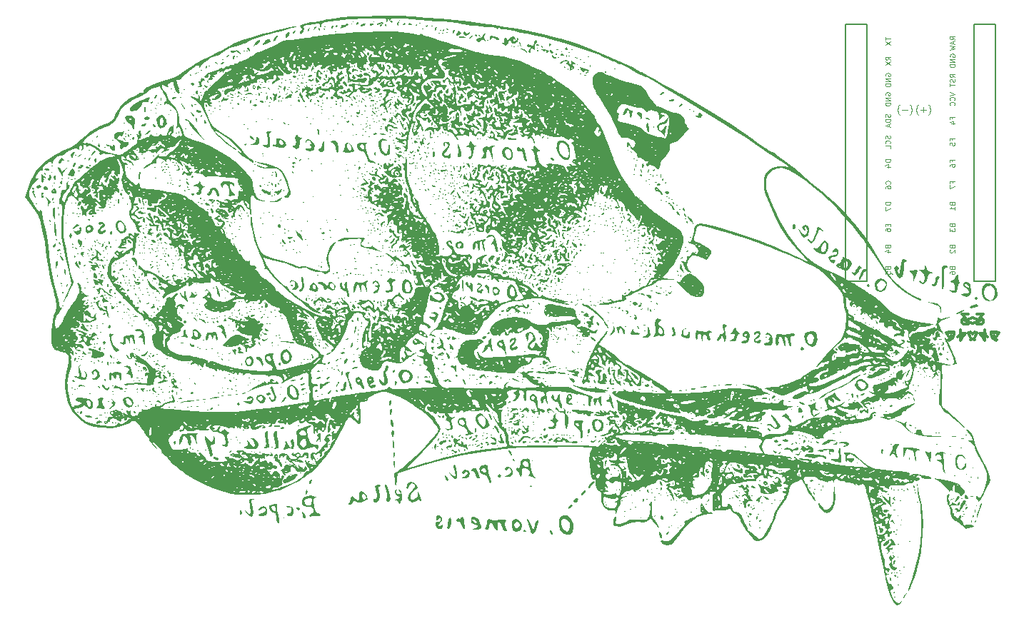
<source format=gbr>
G04 #@! TF.GenerationSoftware,KiCad,Pcbnew,6.0.0-d3dd2cf0fa~116~ubuntu20.04.1*
G04 #@! TF.CreationDate,2022-01-05T19:52:59-05:00*
G04 #@! TF.ProjectId,34,33342e6b-6963-4616-945f-706362585858,0.1*
G04 #@! TF.SameCoordinates,Original*
G04 #@! TF.FileFunction,Legend,Bot*
G04 #@! TF.FilePolarity,Positive*
%FSLAX46Y46*%
G04 Gerber Fmt 4.6, Leading zero omitted, Abs format (unit mm)*
G04 Created by KiCad (PCBNEW 6.0.0-d3dd2cf0fa~116~ubuntu20.04.1) date 2022-01-05 19:52:59*
%MOMM*%
%LPD*%
G01*
G04 APERTURE LIST*
%ADD10C,0.312500*%
%ADD11C,0.100000*%
%ADD12C,0.080000*%
%ADD13C,0.150000*%
G04 APERTURE END LIST*
D10*
X140169047Y-89350892D02*
X141121428Y-89708035D01*
X140169047Y-90065178D01*
X139692857Y-88934226D02*
X138919047Y-88934226D01*
X139335714Y-89410416D01*
X139157142Y-89410416D01*
X139038095Y-89469940D01*
X138978571Y-89529464D01*
X138919047Y-89648511D01*
X138919047Y-89946130D01*
X138978571Y-90065178D01*
X139038095Y-90124702D01*
X139157142Y-90184226D01*
X139514285Y-90184226D01*
X139633333Y-90124702D01*
X139692857Y-90065178D01*
X143026190Y-91065773D02*
X142371428Y-91065773D01*
X142371428Y-91363392D01*
X142430952Y-91661011D01*
X142550000Y-91839583D01*
X142728571Y-91958630D01*
X142966666Y-92077678D01*
X141657142Y-91244345D02*
X141061904Y-91244345D01*
X141121428Y-91422916D01*
X141240476Y-91601488D01*
X141359523Y-91422916D02*
X141359523Y-91661011D01*
X141419047Y-91839583D01*
X141538095Y-92018154D01*
X140407142Y-91065773D02*
X140169047Y-91303869D01*
X140407142Y-92018154D02*
X140109523Y-91958630D01*
X139930952Y-91780059D01*
X139811904Y-91601488D01*
X139692857Y-91184821D01*
X138740476Y-90827678D02*
X138740476Y-92137202D01*
X138740476Y-91363392D02*
X138383333Y-91661011D01*
X137847619Y-91184821D02*
X137073809Y-91184821D01*
X137192857Y-91422916D01*
X137311904Y-91601488D01*
X137430952Y-91720535D01*
X137669047Y-91541964D02*
X137490476Y-91720535D01*
X137430952Y-91839583D01*
X137311904Y-92018154D01*
X140184948Y-89350894D02*
X139232567Y-89708037D01*
X140184948Y-90065180D01*
X140661138Y-88934228D02*
X141434948Y-88934228D01*
X141018281Y-89410418D01*
X141196853Y-89410418D01*
X141315900Y-89469942D01*
X141375424Y-89529466D01*
X141434948Y-89648513D01*
X141434948Y-89946132D01*
X141375424Y-90065180D01*
X141315900Y-90124704D01*
X141196853Y-90184228D01*
X140839710Y-90184228D01*
X140720662Y-90124704D01*
X140661138Y-90065180D01*
X137327805Y-91065775D02*
X137982567Y-91065775D01*
X137982567Y-91363394D01*
X137923043Y-91661013D01*
X137803996Y-91839585D01*
X137625424Y-91958632D01*
X137387329Y-92077680D01*
X138696853Y-91244347D02*
X139292091Y-91244347D01*
X139232567Y-91422918D01*
X139113519Y-91601490D01*
X138994472Y-91422918D02*
X138994472Y-91661013D01*
X138934948Y-91839585D01*
X138815900Y-92018156D01*
X139946853Y-91065775D02*
X140184948Y-91303871D01*
X139946853Y-92018156D02*
X140244472Y-91958632D01*
X140423043Y-91780061D01*
X140542091Y-91601490D01*
X140661138Y-91184823D01*
X141613519Y-90827680D02*
X141613519Y-92137204D01*
X141613519Y-91363394D02*
X141970662Y-91661013D01*
X142506376Y-91184823D02*
X143280186Y-91184823D01*
X143161138Y-91422918D01*
X143042091Y-91601490D01*
X142923043Y-91720537D01*
X142684948Y-91541966D02*
X142863519Y-91720537D01*
X142923043Y-91839585D01*
X143042091Y-92018156D01*
D11*
X132739225Y-65339223D02*
X132777321Y-65301128D01*
X132853511Y-65186842D01*
X132891606Y-65110652D01*
X132929702Y-64996366D01*
X132967797Y-64805890D01*
X132967797Y-64653509D01*
X132929702Y-64463033D01*
X132891606Y-64348747D01*
X132853511Y-64272557D01*
X132777321Y-64158271D01*
X132739225Y-64120176D01*
X132434463Y-64729699D02*
X131824940Y-64729699D01*
X131520178Y-65339223D02*
X131482082Y-65301128D01*
X131405892Y-65186842D01*
X131367797Y-65110652D01*
X131329702Y-64996366D01*
X131291606Y-64805890D01*
X131291606Y-64653509D01*
X131329702Y-64463033D01*
X131367797Y-64348747D01*
X131405892Y-64272557D01*
X131482082Y-64158271D01*
X131520178Y-64120176D01*
X134939225Y-65339223D02*
X134977321Y-65301128D01*
X135053511Y-65186842D01*
X135091606Y-65110652D01*
X135129702Y-64996366D01*
X135167797Y-64805890D01*
X135167797Y-64653509D01*
X135129702Y-64463033D01*
X135091606Y-64348747D01*
X135053511Y-64272557D01*
X134977321Y-64158271D01*
X134939225Y-64120176D01*
X134634463Y-64729699D02*
X134024940Y-64729699D01*
X134329702Y-65034461D02*
X134329702Y-64424937D01*
X133720178Y-65339223D02*
X133682082Y-65301128D01*
X133605892Y-65186842D01*
X133567797Y-65110652D01*
X133529702Y-64996366D01*
X133491606Y-64805890D01*
X133491606Y-64653509D01*
X133529702Y-64463033D01*
X133567797Y-64348747D01*
X133605892Y-64272557D01*
X133682082Y-64158271D01*
X133720178Y-64120176D01*
D12*
X137744305Y-75909511D02*
X137772877Y-75995226D01*
X137801448Y-76023797D01*
X137858591Y-76052369D01*
X137944305Y-76052369D01*
X138001448Y-76023797D01*
X138030020Y-75995226D01*
X138058591Y-75938083D01*
X138058591Y-75709511D01*
X137458591Y-75709511D01*
X137458591Y-75909511D01*
X137487163Y-75966654D01*
X137515734Y-75995226D01*
X137572877Y-76023797D01*
X137630020Y-76023797D01*
X137687163Y-75995226D01*
X137715734Y-75966654D01*
X137744305Y-75909511D01*
X137744305Y-75709511D01*
X138058591Y-76623797D02*
X138058591Y-76280940D01*
X138058591Y-76452369D02*
X137458591Y-76452369D01*
X137544305Y-76395226D01*
X137601448Y-76338083D01*
X137630020Y-76280940D01*
X130388842Y-65269336D02*
X130417413Y-65355050D01*
X130417413Y-65497908D01*
X130388842Y-65555050D01*
X130360270Y-65583622D01*
X130303127Y-65612193D01*
X130245985Y-65612193D01*
X130188842Y-65583622D01*
X130160270Y-65555050D01*
X130131699Y-65497908D01*
X130103127Y-65383622D01*
X130074556Y-65326479D01*
X130045985Y-65297908D01*
X129988842Y-65269336D01*
X129931699Y-65269336D01*
X129874556Y-65297908D01*
X129845985Y-65326479D01*
X129817413Y-65383622D01*
X129817413Y-65526479D01*
X129845985Y-65612193D01*
X130417413Y-65869336D02*
X129817413Y-65869336D01*
X129817413Y-66012193D01*
X129845985Y-66097908D01*
X129903127Y-66155050D01*
X129960270Y-66183622D01*
X130074556Y-66212193D01*
X130160270Y-66212193D01*
X130274556Y-66183622D01*
X130331699Y-66155050D01*
X130388842Y-66097908D01*
X130417413Y-66012193D01*
X130417413Y-65869336D01*
X130245985Y-66440765D02*
X130245985Y-66726479D01*
X130417413Y-66383622D02*
X129817413Y-66583622D01*
X130417413Y-66783622D01*
X130410619Y-70629945D02*
X129810619Y-70629945D01*
X129810619Y-70772803D01*
X129839191Y-70858517D01*
X129896333Y-70915660D01*
X129953476Y-70944231D01*
X130067762Y-70972803D01*
X130153476Y-70972803D01*
X130267762Y-70944231D01*
X130324905Y-70915660D01*
X130382048Y-70858517D01*
X130410619Y-70772803D01*
X130410619Y-70629945D01*
X130010619Y-71487088D02*
X130410619Y-71487088D01*
X129782048Y-71344231D02*
X130210619Y-71201374D01*
X130210619Y-71572803D01*
X137748292Y-65796381D02*
X137748292Y-65596381D01*
X138062578Y-65596381D02*
X137462578Y-65596381D01*
X137462578Y-65882095D01*
X137662578Y-66367809D02*
X138062578Y-66367809D01*
X137434007Y-66224952D02*
X137862578Y-66082095D01*
X137862578Y-66453523D01*
X129845985Y-63000765D02*
X129817413Y-62943622D01*
X129817413Y-62857908D01*
X129845985Y-62772193D01*
X129903127Y-62715050D01*
X129960270Y-62686479D01*
X130074556Y-62657908D01*
X130160270Y-62657908D01*
X130274556Y-62686479D01*
X130331699Y-62715050D01*
X130388842Y-62772193D01*
X130417413Y-62857908D01*
X130417413Y-62915050D01*
X130388842Y-63000765D01*
X130360270Y-63029336D01*
X130160270Y-63029336D01*
X130160270Y-62915050D01*
X130417413Y-63286479D02*
X129817413Y-63286479D01*
X130417413Y-63629336D01*
X129817413Y-63629336D01*
X130417413Y-63915050D02*
X129817413Y-63915050D01*
X129817413Y-64057908D01*
X129845985Y-64143622D01*
X129903127Y-64200765D01*
X129960270Y-64229336D01*
X130074556Y-64257908D01*
X130160270Y-64257908D01*
X130274556Y-64229336D01*
X130331699Y-64200765D01*
X130388842Y-64143622D01*
X130417413Y-64057908D01*
X130417413Y-63915050D01*
X130092346Y-80985933D02*
X130120918Y-81071648D01*
X130149489Y-81100219D01*
X130206632Y-81128791D01*
X130292346Y-81128791D01*
X130349489Y-81100219D01*
X130378061Y-81071648D01*
X130406632Y-81014505D01*
X130406632Y-80785933D01*
X129806632Y-80785933D01*
X129806632Y-80985933D01*
X129835204Y-81043076D01*
X129863775Y-81071648D01*
X129920918Y-81100219D01*
X129978061Y-81100219D01*
X130035204Y-81071648D01*
X130063775Y-81043076D01*
X130092346Y-80985933D01*
X130092346Y-80785933D01*
X130006632Y-81643076D02*
X130406632Y-81643076D01*
X129778061Y-81500219D02*
X130206632Y-81357362D01*
X130206632Y-81728791D01*
X138089527Y-56390717D02*
X137803813Y-56190717D01*
X138089527Y-56047860D02*
X137489527Y-56047860D01*
X137489527Y-56276431D01*
X137518099Y-56333574D01*
X137546670Y-56362145D01*
X137603813Y-56390717D01*
X137689527Y-56390717D01*
X137746670Y-56362145D01*
X137775241Y-56333574D01*
X137803813Y-56276431D01*
X137803813Y-56047860D01*
X137918099Y-56619288D02*
X137918099Y-56905003D01*
X138089527Y-56562145D02*
X137489527Y-56762145D01*
X138089527Y-56962145D01*
X137489527Y-57105003D02*
X138089527Y-57247860D01*
X137660956Y-57362145D01*
X138089527Y-57476431D01*
X137489527Y-57619288D01*
X129872934Y-60729387D02*
X129844362Y-60672244D01*
X129844362Y-60586530D01*
X129872934Y-60500815D01*
X129930076Y-60443672D01*
X129987219Y-60415101D01*
X130101505Y-60386530D01*
X130187219Y-60386530D01*
X130301505Y-60415101D01*
X130358648Y-60443672D01*
X130415791Y-60500815D01*
X130444362Y-60586530D01*
X130444362Y-60643672D01*
X130415791Y-60729387D01*
X130387219Y-60757958D01*
X130187219Y-60757958D01*
X130187219Y-60643672D01*
X130444362Y-61015101D02*
X129844362Y-61015101D01*
X130444362Y-61357958D01*
X129844362Y-61357958D01*
X130444362Y-61643672D02*
X129844362Y-61643672D01*
X129844362Y-61786530D01*
X129872934Y-61872244D01*
X129930076Y-61929387D01*
X129987219Y-61957958D01*
X130101505Y-61986530D01*
X130187219Y-61986530D01*
X130301505Y-61957958D01*
X130358648Y-61929387D01*
X130415791Y-61872244D01*
X130444362Y-61786530D01*
X130444362Y-61643672D01*
X137762498Y-73421851D02*
X137762498Y-73221851D01*
X138076784Y-73221851D02*
X137476784Y-73221851D01*
X137476784Y-73507565D01*
X137476784Y-73678993D02*
X137476784Y-74078993D01*
X138076784Y-73821851D01*
X137741498Y-68331276D02*
X137741498Y-68131276D01*
X138055784Y-68131276D02*
X137455784Y-68131276D01*
X137455784Y-68416990D01*
X137455784Y-68931276D02*
X137455784Y-68645561D01*
X137741498Y-68616990D01*
X137712927Y-68645561D01*
X137684356Y-68702704D01*
X137684356Y-68845561D01*
X137712927Y-68902704D01*
X137741498Y-68931276D01*
X137798641Y-68959847D01*
X137941498Y-68959847D01*
X137998641Y-68931276D01*
X138027213Y-68902704D01*
X138055784Y-68845561D01*
X138055784Y-68702704D01*
X138027213Y-68645561D01*
X137998641Y-68616990D01*
X137518099Y-58437860D02*
X137489527Y-58380717D01*
X137489527Y-58295003D01*
X137518099Y-58209288D01*
X137575241Y-58152145D01*
X137632384Y-58123574D01*
X137746670Y-58095003D01*
X137832384Y-58095003D01*
X137946670Y-58123574D01*
X138003813Y-58152145D01*
X138060956Y-58209288D01*
X138089527Y-58295003D01*
X138089527Y-58352145D01*
X138060956Y-58437860D01*
X138032384Y-58466431D01*
X137832384Y-58466431D01*
X137832384Y-58352145D01*
X138089527Y-58723574D02*
X137489527Y-58723574D01*
X138089527Y-59066431D01*
X137489527Y-59066431D01*
X138089527Y-59352145D02*
X137489527Y-59352145D01*
X137489527Y-59495003D01*
X137518099Y-59580717D01*
X137575241Y-59637860D01*
X137632384Y-59666431D01*
X137746670Y-59695003D01*
X137832384Y-59695003D01*
X137946670Y-59666431D01*
X138003813Y-59637860D01*
X138060956Y-59580717D01*
X138089527Y-59495003D01*
X138089527Y-59352145D01*
X137744305Y-78449511D02*
X137772877Y-78535226D01*
X137801448Y-78563797D01*
X137858591Y-78592369D01*
X137944305Y-78592369D01*
X138001448Y-78563797D01*
X138030020Y-78535226D01*
X138058591Y-78478083D01*
X138058591Y-78249511D01*
X137458591Y-78249511D01*
X137458591Y-78449511D01*
X137487163Y-78506654D01*
X137515734Y-78535226D01*
X137572877Y-78563797D01*
X137630020Y-78563797D01*
X137687163Y-78535226D01*
X137715734Y-78506654D01*
X137744305Y-78449511D01*
X137744305Y-78249511D01*
X137458591Y-78792369D02*
X137458591Y-79163797D01*
X137687163Y-78963797D01*
X137687163Y-79049511D01*
X137715734Y-79106654D01*
X137744305Y-79135226D01*
X137801448Y-79163797D01*
X137944305Y-79163797D01*
X138001448Y-79135226D01*
X138030020Y-79106654D01*
X138058591Y-79049511D01*
X138058591Y-78878083D01*
X138030020Y-78820940D01*
X138001448Y-78792369D01*
X130092346Y-83525933D02*
X130120918Y-83611648D01*
X130149489Y-83640219D01*
X130206632Y-83668791D01*
X130292346Y-83668791D01*
X130349489Y-83640219D01*
X130378061Y-83611648D01*
X130406632Y-83554505D01*
X130406632Y-83325933D01*
X129806632Y-83325933D01*
X129806632Y-83525933D01*
X129835204Y-83583076D01*
X129863775Y-83611648D01*
X129920918Y-83640219D01*
X129978061Y-83640219D01*
X130035204Y-83611648D01*
X130063775Y-83583076D01*
X130092346Y-83525933D01*
X130092346Y-83325933D01*
X129806632Y-84211648D02*
X129806632Y-83925933D01*
X130092346Y-83897362D01*
X130063775Y-83925933D01*
X130035204Y-83983076D01*
X130035204Y-84125933D01*
X130063775Y-84183076D01*
X130092346Y-84211648D01*
X130149489Y-84240219D01*
X130292346Y-84240219D01*
X130349489Y-84211648D01*
X130378061Y-84183076D01*
X130406632Y-84125933D01*
X130406632Y-83983076D01*
X130378061Y-83925933D01*
X130349489Y-83897362D01*
X130444362Y-58796530D02*
X130158648Y-58596530D01*
X130444362Y-58453672D02*
X129844362Y-58453672D01*
X129844362Y-58682244D01*
X129872934Y-58739387D01*
X129901505Y-58767958D01*
X129958648Y-58796530D01*
X130044362Y-58796530D01*
X130101505Y-58767958D01*
X130130076Y-58739387D01*
X130158648Y-58682244D01*
X130158648Y-58453672D01*
X129844362Y-58996530D02*
X130444362Y-59396530D01*
X129844362Y-59396530D02*
X130444362Y-58996530D01*
X137737511Y-80984406D02*
X137766083Y-81070121D01*
X137794654Y-81098692D01*
X137851797Y-81127264D01*
X137937511Y-81127264D01*
X137994654Y-81098692D01*
X138023226Y-81070121D01*
X138051797Y-81012978D01*
X138051797Y-80784406D01*
X137451797Y-80784406D01*
X137451797Y-80984406D01*
X137480369Y-81041549D01*
X137508940Y-81070121D01*
X137566083Y-81098692D01*
X137623226Y-81098692D01*
X137680369Y-81070121D01*
X137708940Y-81041549D01*
X137737511Y-80984406D01*
X137737511Y-80784406D01*
X137508940Y-81355835D02*
X137480369Y-81384406D01*
X137451797Y-81441549D01*
X137451797Y-81584406D01*
X137480369Y-81641549D01*
X137508940Y-81670121D01*
X137566083Y-81698692D01*
X137623226Y-81698692D01*
X137708940Y-81670121D01*
X138051797Y-81327264D01*
X138051797Y-81698692D01*
X137462578Y-62656381D02*
X138062578Y-62856381D01*
X137462578Y-63056381D01*
X138005435Y-63599238D02*
X138034007Y-63570666D01*
X138062578Y-63484952D01*
X138062578Y-63427809D01*
X138034007Y-63342095D01*
X137976864Y-63284952D01*
X137919721Y-63256381D01*
X137805435Y-63227809D01*
X137719721Y-63227809D01*
X137605435Y-63256381D01*
X137548292Y-63284952D01*
X137491150Y-63342095D01*
X137462578Y-63427809D01*
X137462578Y-63484952D01*
X137491150Y-63570666D01*
X137519721Y-63599238D01*
X138005435Y-64199238D02*
X138034007Y-64170666D01*
X138062578Y-64084952D01*
X138062578Y-64027809D01*
X138034007Y-63942095D01*
X137976864Y-63884952D01*
X137919721Y-63856381D01*
X137805435Y-63827809D01*
X137719721Y-63827809D01*
X137605435Y-63856381D01*
X137548292Y-63884952D01*
X137491150Y-63942095D01*
X137462578Y-64027809D01*
X137462578Y-64084952D01*
X137491150Y-64170666D01*
X137519721Y-64199238D01*
X129837527Y-56147860D02*
X129837527Y-56490717D01*
X130437527Y-56319288D02*
X129837527Y-56319288D01*
X129837527Y-56633574D02*
X130437527Y-57033574D01*
X129837527Y-57033574D02*
X130437527Y-56633574D01*
X130099140Y-78279610D02*
X130099140Y-78479610D01*
X130413426Y-78565324D02*
X130413426Y-78279610D01*
X129813426Y-78279610D01*
X129813426Y-78565324D01*
X129813426Y-79079610D02*
X129813426Y-78965324D01*
X129841998Y-78908181D01*
X129870569Y-78879610D01*
X129956283Y-78822467D01*
X130070569Y-78793896D01*
X130299140Y-78793896D01*
X130356283Y-78822467D01*
X130384855Y-78851038D01*
X130413426Y-78908181D01*
X130413426Y-79022467D01*
X130384855Y-79079610D01*
X130356283Y-79108181D01*
X130299140Y-79136753D01*
X130156283Y-79136753D01*
X130099140Y-79108181D01*
X130070569Y-79079610D01*
X130041998Y-79022467D01*
X130041998Y-78908181D01*
X130070569Y-78851038D01*
X130099140Y-78822467D01*
X130156283Y-78793896D01*
X138089527Y-60856431D02*
X137803813Y-60656431D01*
X138089527Y-60513574D02*
X137489527Y-60513574D01*
X137489527Y-60742145D01*
X137518099Y-60799288D01*
X137546670Y-60827860D01*
X137603813Y-60856431D01*
X137689527Y-60856431D01*
X137746670Y-60827860D01*
X137775241Y-60799288D01*
X137803813Y-60742145D01*
X137803813Y-60513574D01*
X138060956Y-61085003D02*
X138089527Y-61170717D01*
X138089527Y-61313574D01*
X138060956Y-61370717D01*
X138032384Y-61399288D01*
X137975241Y-61427860D01*
X137918099Y-61427860D01*
X137860956Y-61399288D01*
X137832384Y-61370717D01*
X137803813Y-61313574D01*
X137775241Y-61199288D01*
X137746670Y-61142145D01*
X137718099Y-61113574D01*
X137660956Y-61085003D01*
X137603813Y-61085003D01*
X137546670Y-61113574D01*
X137518099Y-61142145D01*
X137489527Y-61199288D01*
X137489527Y-61342145D01*
X137518099Y-61427860D01*
X137489527Y-61599288D02*
X137489527Y-61942145D01*
X138089527Y-61770717D02*
X137489527Y-61770717D01*
X130374476Y-73523378D02*
X130403048Y-73494806D01*
X130431619Y-73409092D01*
X130431619Y-73351949D01*
X130403048Y-73266235D01*
X130345905Y-73209092D01*
X130288762Y-73180520D01*
X130174476Y-73151949D01*
X130088762Y-73151949D01*
X129974476Y-73180520D01*
X129917333Y-73209092D01*
X129860191Y-73266235D01*
X129831619Y-73351949D01*
X129831619Y-73409092D01*
X129860191Y-73494806D01*
X129888762Y-73523378D01*
X129831619Y-74037663D02*
X129831619Y-73923378D01*
X129860191Y-73866235D01*
X129888762Y-73837663D01*
X129974476Y-73780520D01*
X130088762Y-73751949D01*
X130317333Y-73751949D01*
X130374476Y-73780520D01*
X130403048Y-73809092D01*
X130431619Y-73866235D01*
X130431619Y-73980520D01*
X130403048Y-74037663D01*
X130374476Y-74066235D01*
X130317333Y-74094806D01*
X130174476Y-74094806D01*
X130117333Y-74066235D01*
X130088762Y-74037663D01*
X130060191Y-73980520D01*
X130060191Y-73866235D01*
X130088762Y-73809092D01*
X130117333Y-73780520D01*
X130174476Y-73751949D01*
X137741498Y-70871276D02*
X137741498Y-70671276D01*
X138055784Y-70671276D02*
X137455784Y-70671276D01*
X137455784Y-70956990D01*
X137455784Y-71442704D02*
X137455784Y-71328418D01*
X137484356Y-71271276D01*
X137512927Y-71242704D01*
X137598641Y-71185561D01*
X137712927Y-71156990D01*
X137941498Y-71156990D01*
X137998641Y-71185561D01*
X138027213Y-71214133D01*
X138055784Y-71271276D01*
X138055784Y-71385561D01*
X138027213Y-71442704D01*
X137998641Y-71471276D01*
X137941498Y-71499847D01*
X137798641Y-71499847D01*
X137741498Y-71471276D01*
X137712927Y-71442704D01*
X137684356Y-71385561D01*
X137684356Y-71271276D01*
X137712927Y-71214133D01*
X137741498Y-71185561D01*
X137798641Y-71156990D01*
X130413426Y-75711038D02*
X129813426Y-75711038D01*
X129813426Y-75853896D01*
X129841998Y-75939610D01*
X129899140Y-75996753D01*
X129956283Y-76025324D01*
X130070569Y-76053896D01*
X130156283Y-76053896D01*
X130270569Y-76025324D01*
X130327712Y-75996753D01*
X130384855Y-75939610D01*
X130413426Y-75853896D01*
X130413426Y-75711038D01*
X129813426Y-76253896D02*
X129813426Y-76653896D01*
X130413426Y-76396753D01*
X137737511Y-83524406D02*
X137766083Y-83610121D01*
X137794654Y-83638692D01*
X137851797Y-83667264D01*
X137937511Y-83667264D01*
X137994654Y-83638692D01*
X138023226Y-83610121D01*
X138051797Y-83552978D01*
X138051797Y-83324406D01*
X137451797Y-83324406D01*
X137451797Y-83524406D01*
X137480369Y-83581549D01*
X137508940Y-83610121D01*
X137566083Y-83638692D01*
X137623226Y-83638692D01*
X137680369Y-83610121D01*
X137708940Y-83581549D01*
X137737511Y-83524406D01*
X137737511Y-83324406D01*
X137451797Y-84181549D02*
X137451797Y-84067264D01*
X137480369Y-84010121D01*
X137508940Y-83981549D01*
X137594654Y-83924406D01*
X137708940Y-83895835D01*
X137937511Y-83895835D01*
X137994654Y-83924406D01*
X138023226Y-83952978D01*
X138051797Y-84010121D01*
X138051797Y-84124406D01*
X138023226Y-84181549D01*
X137994654Y-84210121D01*
X137937511Y-84238692D01*
X137794654Y-84238692D01*
X137737511Y-84210121D01*
X137708940Y-84181549D01*
X137680369Y-84124406D01*
X137680369Y-84010121D01*
X137708940Y-83952978D01*
X137737511Y-83924406D01*
X137794654Y-83895835D01*
X130382048Y-67818517D02*
X130410619Y-67904231D01*
X130410619Y-68047088D01*
X130382048Y-68104231D01*
X130353476Y-68132803D01*
X130296333Y-68161374D01*
X130239191Y-68161374D01*
X130182048Y-68132803D01*
X130153476Y-68104231D01*
X130124905Y-68047088D01*
X130096333Y-67932803D01*
X130067762Y-67875660D01*
X130039191Y-67847088D01*
X129982048Y-67818517D01*
X129924905Y-67818517D01*
X129867762Y-67847088D01*
X129839191Y-67875660D01*
X129810619Y-67932803D01*
X129810619Y-68075660D01*
X129839191Y-68161374D01*
X130353476Y-68761374D02*
X130382048Y-68732803D01*
X130410619Y-68647088D01*
X130410619Y-68589945D01*
X130382048Y-68504231D01*
X130324905Y-68447088D01*
X130267762Y-68418517D01*
X130153476Y-68389945D01*
X130067762Y-68389945D01*
X129953476Y-68418517D01*
X129896333Y-68447088D01*
X129839191Y-68504231D01*
X129810619Y-68589945D01*
X129810619Y-68647088D01*
X129839191Y-68732803D01*
X129867762Y-68761374D01*
X130410619Y-69304231D02*
X130410619Y-69018517D01*
X129810619Y-69018517D01*
D13*
X140342099Y-54585003D02*
X142882099Y-54585003D01*
X125102099Y-54585003D02*
X125102099Y-85065003D01*
X127642099Y-85065003D02*
X125102099Y-85065003D01*
X125102099Y-54585003D02*
X127642099Y-54585003D01*
X140342099Y-85065003D02*
X142882099Y-85065003D01*
X142882099Y-54585003D02*
X142882099Y-85065003D01*
X140342099Y-54585003D02*
X140342099Y-85065003D01*
X127642099Y-54585003D02*
X127642099Y-85065003D01*
G36*
X41311617Y-99862465D02*
G01*
X41293558Y-99942198D01*
X41201107Y-99955194D01*
X41184819Y-99931257D01*
X41218888Y-99751955D01*
X41266823Y-99732119D01*
X41311617Y-99862465D01*
G37*
G36*
X75936640Y-71020482D02*
G01*
X75853756Y-71090029D01*
X75784209Y-71007146D01*
X75867092Y-70937599D01*
X75936640Y-71020482D01*
G37*
G36*
X121407748Y-110049877D02*
G01*
X121500371Y-110266260D01*
X121484843Y-110351041D01*
X121402161Y-110380024D01*
X121297928Y-110154708D01*
X121281619Y-110033473D01*
X121370384Y-110016516D01*
X121407748Y-110049877D01*
G37*
G36*
X97896547Y-79138652D02*
G01*
X97843568Y-79202250D01*
X97705168Y-79299238D01*
X97683989Y-79295890D01*
X97658140Y-79204716D01*
X97835208Y-79065553D01*
X97923638Y-79035917D01*
X97896547Y-79138652D01*
G37*
G36*
X80439122Y-79247821D02*
G01*
X80356239Y-79317369D01*
X80286692Y-79234485D01*
X80369575Y-79164938D01*
X80439122Y-79247821D01*
G37*
G36*
X60413468Y-60600185D02*
G01*
X60330585Y-60669732D01*
X60261038Y-60586849D01*
X60343921Y-60517302D01*
X60413468Y-60600185D01*
G37*
G36*
X95344835Y-79169533D02*
G01*
X95261952Y-79239080D01*
X95192405Y-79156198D01*
X95275288Y-79086651D01*
X95344835Y-79169533D01*
G37*
G36*
X46460970Y-81398102D02*
G01*
X46579645Y-81602687D01*
X46584532Y-81712159D01*
X46441070Y-81651401D01*
X46440504Y-81650979D01*
X46320183Y-81624548D01*
X46337205Y-81851329D01*
X46342303Y-81874916D01*
X46335343Y-82111136D01*
X46135710Y-82148001D01*
X46008374Y-82115210D01*
X46045181Y-82054342D01*
X46101620Y-82023019D01*
X46146116Y-81829373D01*
X46048198Y-81424524D01*
X46014071Y-81317439D01*
X46159624Y-81317439D01*
X46229171Y-81400322D01*
X46312055Y-81330775D01*
X46242507Y-81247892D01*
X46159624Y-81317439D01*
X46014071Y-81317439D01*
X45865772Y-80852097D01*
X46193740Y-81113752D01*
X46263062Y-81173526D01*
X46409121Y-81339267D01*
X46460970Y-81398102D01*
G37*
G36*
X112003836Y-109963944D02*
G01*
X111920953Y-110033491D01*
X111851406Y-109950608D01*
X111934289Y-109881061D01*
X112003836Y-109963944D01*
G37*
G36*
X130762028Y-93941473D02*
G01*
X130679145Y-94011020D01*
X130609598Y-93928137D01*
X130692481Y-93858590D01*
X130762028Y-93941473D01*
G37*
G36*
X49185556Y-99399372D02*
G01*
X49102674Y-99468919D01*
X49033127Y-99386036D01*
X49116009Y-99316489D01*
X49185556Y-99399372D01*
G37*
G36*
X78453665Y-73851834D02*
G01*
X78370782Y-73921381D01*
X78301235Y-73838499D01*
X78384118Y-73768952D01*
X78453665Y-73851834D01*
G37*
G36*
X38911677Y-88670346D02*
G01*
X38828795Y-88739893D01*
X38759248Y-88657010D01*
X38842130Y-88587463D01*
X38911677Y-88670346D01*
G37*
G36*
X51931907Y-77956936D02*
G01*
X51951742Y-78004870D01*
X51821396Y-78049665D01*
X51741663Y-78031604D01*
X51728667Y-77939155D01*
X51752605Y-77922866D01*
X51931907Y-77956936D01*
G37*
G36*
X74478364Y-96466722D02*
G01*
X74460304Y-96546455D01*
X74367854Y-96559451D01*
X74351565Y-96535514D01*
X74385635Y-96356211D01*
X74433569Y-96336376D01*
X74478364Y-96466722D01*
G37*
G36*
X127441912Y-93267009D02*
G01*
X127423852Y-93346743D01*
X127331402Y-93359738D01*
X127315114Y-93335801D01*
X127349183Y-93156499D01*
X127397118Y-93136662D01*
X127441912Y-93267009D01*
G37*
G36*
X37101591Y-90047949D02*
G01*
X37018709Y-90117496D01*
X36949162Y-90034613D01*
X37032045Y-89965066D01*
X37101591Y-90047949D01*
G37*
G36*
X78730473Y-71479337D02*
G01*
X78792010Y-71740149D01*
X78757128Y-71913801D01*
X78681073Y-71910558D01*
X78602833Y-71637523D01*
X78598321Y-71464944D01*
X78680486Y-71422987D01*
X78730473Y-71479337D01*
G37*
G36*
X55346168Y-63510378D02*
G01*
X55366004Y-63558313D01*
X55235658Y-63603107D01*
X55155925Y-63585047D01*
X55142929Y-63492597D01*
X55166865Y-63476309D01*
X55346168Y-63510378D01*
G37*
G36*
X45967187Y-81761393D02*
G01*
X45884304Y-81830940D01*
X45814757Y-81748057D01*
X45897640Y-81678510D01*
X45967187Y-81761393D01*
G37*
G36*
X52569276Y-80035052D02*
G01*
X52486393Y-80104600D01*
X52416846Y-80021716D01*
X52499729Y-79952170D01*
X52569276Y-80035052D01*
G37*
G36*
X63195346Y-63915499D02*
G01*
X63112463Y-63985046D01*
X63042916Y-63902163D01*
X63125799Y-63832616D01*
X63195346Y-63915499D01*
G37*
G36*
X88044478Y-85365880D02*
G01*
X88104919Y-85502743D01*
X88158900Y-85759882D01*
X88127912Y-85803316D01*
X88017806Y-85670740D01*
X87957364Y-85533878D01*
X87903384Y-85276738D01*
X87934370Y-85233305D01*
X88044478Y-85365880D01*
G37*
G36*
X94032045Y-80129855D02*
G01*
X93949162Y-80199401D01*
X93879615Y-80116519D01*
X93962498Y-80046972D01*
X94032045Y-80129855D01*
G37*
G36*
X101793405Y-90630022D02*
G01*
X101795179Y-90632822D01*
X101937904Y-91017045D01*
X101949933Y-91418141D01*
X101826728Y-91691556D01*
X101660276Y-91740977D01*
X101323344Y-91739517D01*
X100930469Y-91694750D01*
X101293438Y-91557439D01*
X101480074Y-91464832D01*
X101612521Y-91258537D01*
X101624421Y-90867209D01*
X101620917Y-90805304D01*
X101614701Y-90495701D01*
X101663472Y-90449521D01*
X101793405Y-90630022D01*
G37*
G36*
X31340097Y-76382168D02*
G01*
X31361999Y-76673026D01*
X31353443Y-77025048D01*
X31388150Y-77490760D01*
X31399797Y-77742201D01*
X31308339Y-77714172D01*
X31257544Y-77634428D01*
X31157081Y-77299491D01*
X31114719Y-76887204D01*
X31137328Y-76521926D01*
X31231777Y-76328018D01*
X31340097Y-76382168D01*
G37*
G36*
X93142273Y-83277537D02*
G01*
X93059390Y-83347084D01*
X92989843Y-83264201D01*
X93072726Y-83194654D01*
X93142273Y-83277537D01*
G37*
G36*
X85470638Y-83375290D02*
G01*
X85703578Y-83542895D01*
X85734059Y-83596376D01*
X85639918Y-83564865D01*
X85559654Y-83528964D01*
X85359639Y-83592517D01*
X85318385Y-83643783D01*
X85170774Y-83718887D01*
X85134729Y-83512138D01*
X85236645Y-83371505D01*
X85470638Y-83375290D01*
G37*
G36*
X93677284Y-59687914D02*
G01*
X93864060Y-59798116D01*
X94236063Y-59877188D01*
X94463080Y-59904408D01*
X94669306Y-60053190D01*
X94615818Y-60290178D01*
X94579558Y-60328838D01*
X94326939Y-60416149D01*
X94259282Y-60382289D01*
X94387174Y-60270174D01*
X94420348Y-60252410D01*
X94540920Y-60157010D01*
X94374900Y-60117856D01*
X94243161Y-60122973D01*
X94058143Y-60227171D01*
X94049361Y-60239541D01*
X93924186Y-60183302D01*
X93732910Y-59929923D01*
X93691792Y-59860207D01*
X93606265Y-59668706D01*
X93677284Y-59687914D01*
G37*
G36*
X77275706Y-67227835D02*
G01*
X77406592Y-67385971D01*
X77430262Y-67442423D01*
X77411248Y-67539975D01*
X77385048Y-67530772D01*
X77254162Y-67372636D01*
X77230492Y-67316184D01*
X77249506Y-67218632D01*
X77275706Y-67227835D01*
G37*
G36*
X113751991Y-91536499D02*
G01*
X113701349Y-92001581D01*
X113516310Y-92325150D01*
X113436109Y-92378757D01*
X113150219Y-92460534D01*
X112887289Y-92436467D01*
X112780426Y-92309402D01*
X112846377Y-92220731D01*
X113104040Y-92121700D01*
X113159440Y-92109745D01*
X113384095Y-91977297D01*
X113416258Y-91812033D01*
X113225395Y-91716031D01*
X113117494Y-91694620D01*
X112922277Y-91501386D01*
X112940575Y-91381504D01*
X113044642Y-91381504D01*
X113046791Y-91468874D01*
X113229735Y-91562814D01*
X113357759Y-91548955D01*
X113443500Y-91416400D01*
X113426754Y-91369398D01*
X113258407Y-91235091D01*
X113215786Y-91237788D01*
X113044642Y-91381504D01*
X112940575Y-91381504D01*
X112972825Y-91170207D01*
X112986472Y-91144812D01*
X113224183Y-90975996D01*
X113513220Y-91009625D01*
X113702964Y-91232788D01*
X113736745Y-91442056D01*
X113751991Y-91536499D01*
G37*
G36*
X69397498Y-79049787D02*
G01*
X69314615Y-79119334D01*
X69245068Y-79036451D01*
X69327951Y-78966904D01*
X69397498Y-79049787D01*
G37*
G36*
X71712344Y-63124675D02*
G01*
X71629461Y-63194221D01*
X71559914Y-63111339D01*
X71642797Y-63041792D01*
X71712344Y-63124675D01*
G37*
G36*
X60653928Y-94719653D02*
G01*
X60571046Y-94789199D01*
X60501499Y-94706317D01*
X60584382Y-94636770D01*
X60653928Y-94719653D01*
G37*
G36*
X51351002Y-98641644D02*
G01*
X51370838Y-98689580D01*
X51240491Y-98734374D01*
X51160757Y-98716314D01*
X51147762Y-98623863D01*
X51171699Y-98607576D01*
X51351002Y-98641644D01*
G37*
G36*
X92731659Y-82704025D02*
G01*
X92713599Y-82783758D01*
X92621148Y-82796754D01*
X92604861Y-82772817D01*
X92638930Y-82593514D01*
X92686864Y-82573679D01*
X92731659Y-82704025D01*
G37*
G36*
X98850720Y-79476259D02*
G01*
X98767837Y-79545806D01*
X98698290Y-79462923D01*
X98781173Y-79393376D01*
X98850720Y-79476259D01*
G37*
G36*
X41180124Y-97854206D02*
G01*
X41162064Y-97933939D01*
X41069614Y-97946935D01*
X41053326Y-97922998D01*
X41087395Y-97743695D01*
X41135330Y-97723860D01*
X41180124Y-97854206D01*
G37*
G36*
X75731798Y-69850587D02*
G01*
X75713738Y-69930321D01*
X75621288Y-69943316D01*
X75605000Y-69919379D01*
X75639069Y-69740077D01*
X75687004Y-69720240D01*
X75731798Y-69850587D01*
G37*
G36*
X81067597Y-74341261D02*
G01*
X81118001Y-74386592D01*
X80908392Y-74530676D01*
X80713262Y-74652239D01*
X80591607Y-74725180D01*
X80587902Y-74711323D01*
X80595814Y-74530796D01*
X80659574Y-74418422D01*
X80912599Y-74336292D01*
X81067597Y-74341261D01*
G37*
G36*
X39905431Y-97793883D02*
G01*
X39925267Y-97841818D01*
X39794921Y-97886612D01*
X39715187Y-97868553D01*
X39702192Y-97776102D01*
X39726128Y-97759814D01*
X39905431Y-97793883D01*
G37*
G36*
X96730741Y-106256142D02*
G01*
X96789077Y-106434087D01*
X96760489Y-106703295D01*
X96655724Y-106905998D01*
X96636372Y-106922058D01*
X96532511Y-106997615D01*
X96532414Y-106902685D01*
X96553149Y-106615430D01*
X96603387Y-106367486D01*
X96700811Y-106244357D01*
X96730741Y-106256142D01*
G37*
G36*
X70351946Y-66384779D02*
G01*
X70269063Y-66454326D01*
X70199517Y-66371443D01*
X70282399Y-66301896D01*
X70351946Y-66384779D01*
G37*
G36*
X105883517Y-103023511D02*
G01*
X105915273Y-103063813D01*
X105929568Y-103180881D01*
X105684598Y-103190423D01*
X105611330Y-103182892D01*
X105430711Y-103121450D01*
X105517685Y-102991504D01*
X105685229Y-102900933D01*
X105883517Y-103023511D01*
G37*
G36*
X70802751Y-80335945D02*
G01*
X70615689Y-80382586D01*
X70439408Y-80310053D01*
X70448091Y-80223482D01*
X70523585Y-80223482D01*
X70593132Y-80306365D01*
X70676015Y-80236818D01*
X70606468Y-80153936D01*
X70523585Y-80223482D01*
X70448091Y-80223482D01*
X70456772Y-80136934D01*
X70534197Y-80088315D01*
X70780790Y-80120471D01*
X70917943Y-80223511D01*
X70885529Y-80255149D01*
X70802751Y-80335945D01*
G37*
G36*
X57263126Y-77296983D02*
G01*
X57245065Y-77376716D01*
X57152616Y-77389712D01*
X57136327Y-77365775D01*
X57170397Y-77186472D01*
X57218331Y-77166636D01*
X57263126Y-77296983D01*
G37*
G36*
X61536513Y-55258075D02*
G01*
X61436815Y-55447291D01*
X61361373Y-55405034D01*
X61356852Y-55306407D01*
X61487359Y-55052300D01*
X61495161Y-55045856D01*
X61591725Y-55025797D01*
X61536513Y-55258075D01*
G37*
G36*
X35653439Y-83777391D02*
G01*
X35570556Y-83846938D01*
X35501009Y-83764055D01*
X35583892Y-83694508D01*
X35653439Y-83777391D01*
G37*
G36*
X38297294Y-97448394D02*
G01*
X38279234Y-97528128D01*
X38186784Y-97541123D01*
X38170496Y-97517187D01*
X38204565Y-97337884D01*
X38252500Y-97318048D01*
X38297294Y-97448394D01*
G37*
G36*
X90244241Y-86556713D02*
G01*
X90161358Y-86626260D01*
X90091811Y-86543377D01*
X90174694Y-86473829D01*
X90244241Y-86556713D01*
G37*
G36*
X59255112Y-70329020D02*
G01*
X59172229Y-70398567D01*
X59102682Y-70315684D01*
X59185565Y-70246137D01*
X59255112Y-70329020D01*
G37*
G36*
X114111181Y-110455506D02*
G01*
X114028299Y-110525053D01*
X113958752Y-110442170D01*
X114041635Y-110372623D01*
X114111181Y-110455506D01*
G37*
G36*
X68457975Y-63454340D02*
G01*
X68375092Y-63523887D01*
X68305545Y-63441004D01*
X68388428Y-63371457D01*
X68457975Y-63454340D01*
G37*
G36*
X58722901Y-66346687D02*
G01*
X58740840Y-66368485D01*
X58804127Y-66486539D01*
X58630107Y-66424550D01*
X58494504Y-66336087D01*
X58458681Y-66218697D01*
X58533582Y-66208800D01*
X58722901Y-66346687D01*
G37*
G36*
X97781846Y-82915464D02*
G01*
X97698963Y-82985011D01*
X97629416Y-82902128D01*
X97712299Y-82832581D01*
X97781846Y-82915464D01*
G37*
G36*
X132831508Y-115933236D02*
G01*
X132748625Y-116002783D01*
X132679079Y-115919900D01*
X132761961Y-115850353D01*
X132831508Y-115933236D01*
G37*
G36*
X96354768Y-86937717D02*
G01*
X96271885Y-87007264D01*
X96202339Y-86924381D01*
X96285221Y-86854834D01*
X96354768Y-86937717D01*
G37*
G36*
X58086081Y-62623715D02*
G01*
X58068020Y-62703448D01*
X57975571Y-62716444D01*
X57959282Y-62692507D01*
X57993352Y-62513205D01*
X58041286Y-62493369D01*
X58086081Y-62623715D01*
G37*
G36*
X41244892Y-96528703D02*
G01*
X41264729Y-96576637D01*
X41134382Y-96621432D01*
X41054648Y-96603371D01*
X41041652Y-96510921D01*
X41065590Y-96494633D01*
X41244892Y-96528703D01*
G37*
G36*
X86180480Y-72614954D02*
G01*
X86304733Y-72772353D01*
X86323384Y-72833483D01*
X86224178Y-72918902D01*
X86180445Y-72909174D01*
X86076088Y-72752350D01*
X86080853Y-72718006D01*
X86156642Y-72605801D01*
X86180480Y-72614954D01*
G37*
G36*
X55667161Y-94065257D02*
G01*
X55882925Y-94232009D01*
X56014521Y-94620950D01*
X56058660Y-94908708D01*
X56031680Y-95132520D01*
X55921981Y-95086063D01*
X55763554Y-94751637D01*
X55619818Y-94487414D01*
X55445180Y-94378191D01*
X55371488Y-94371771D01*
X55214249Y-94205343D01*
X55255199Y-94080198D01*
X55529257Y-94040907D01*
X55667161Y-94065257D01*
G37*
G36*
X33511960Y-97720917D02*
G01*
X33429077Y-97790464D01*
X33359530Y-97707581D01*
X33442413Y-97638034D01*
X33511960Y-97720917D01*
G37*
G36*
X76130804Y-54756237D02*
G01*
X76047921Y-54825784D01*
X75978374Y-54742901D01*
X76061257Y-54673354D01*
X76130804Y-54756237D01*
G37*
G36*
X51860471Y-79358654D02*
G01*
X51777588Y-79428201D01*
X51708041Y-79345318D01*
X51790924Y-79275771D01*
X51860471Y-79358654D01*
G37*
G36*
X51650966Y-87020152D02*
G01*
X51568083Y-87089699D01*
X51498536Y-87006816D01*
X51581419Y-86937269D01*
X51650966Y-87020152D01*
G37*
G36*
X58224518Y-89131228D02*
G01*
X58141635Y-89200775D01*
X58072088Y-89117892D01*
X58154971Y-89048345D01*
X58224518Y-89131228D01*
G37*
G36*
X41824911Y-81706183D02*
G01*
X41742028Y-81775730D01*
X41672481Y-81692847D01*
X41755364Y-81623301D01*
X41824911Y-81706183D01*
G37*
G36*
X89862959Y-68091771D02*
G01*
X89780077Y-68161318D01*
X89710530Y-68078435D01*
X89793412Y-68008888D01*
X89862959Y-68091771D01*
G37*
G36*
X67387716Y-65482930D02*
G01*
X67453471Y-65543969D01*
X67287566Y-65566966D01*
X67133905Y-65542662D01*
X67094506Y-65469404D01*
X67151077Y-65443916D01*
X67387716Y-65482930D01*
G37*
G36*
X46021602Y-91673129D02*
G01*
X46003541Y-91752863D01*
X45911092Y-91765859D01*
X45894803Y-91741922D01*
X45928873Y-91562619D01*
X45976807Y-91542783D01*
X46021602Y-91673129D01*
G37*
G36*
X84857721Y-83167119D02*
G01*
X84774838Y-83236666D01*
X84705291Y-83153783D01*
X84788174Y-83084236D01*
X84857721Y-83167119D01*
G37*
G36*
X101142902Y-81366361D02*
G01*
X101060019Y-81435908D01*
X100990473Y-81353025D01*
X101073355Y-81283478D01*
X101142902Y-81366361D01*
G37*
G36*
X61261368Y-61442349D02*
G01*
X61178485Y-61511896D01*
X61108938Y-61429013D01*
X61191821Y-61359466D01*
X61261368Y-61442349D01*
G37*
G36*
X72059354Y-83736968D02*
G01*
X71976471Y-83806515D01*
X71906924Y-83723633D01*
X71989807Y-83654086D01*
X72059354Y-83736968D01*
G37*
G36*
X56100206Y-91149467D02*
G01*
X56216334Y-91238591D01*
X56385625Y-91262742D01*
X56412436Y-91247195D01*
X56547562Y-91323156D01*
X56535825Y-91401585D01*
X56333185Y-91457735D01*
X56170851Y-91417488D01*
X55978302Y-91206451D01*
X55977855Y-91204887D01*
X55961601Y-91048590D01*
X56100206Y-91149467D01*
G37*
G36*
X43541785Y-93683323D02*
G01*
X43458902Y-93752870D01*
X43389355Y-93669988D01*
X43472238Y-93600441D01*
X43541785Y-93683323D01*
G37*
G36*
X57222736Y-97611501D02*
G01*
X57308243Y-97848689D01*
X57341181Y-98105556D01*
X57490560Y-98476350D01*
X57611637Y-98812905D01*
X57505102Y-99126184D01*
X57360067Y-99304001D01*
X57185218Y-99408066D01*
X57126904Y-99391098D01*
X56938612Y-99221238D01*
X56807574Y-98981211D01*
X56818342Y-98809071D01*
X56858481Y-98788400D01*
X56909287Y-98897537D01*
X56928119Y-98981951D01*
X57122373Y-99095375D01*
X57124447Y-99095553D01*
X57330265Y-99016102D01*
X57329646Y-98722355D01*
X57122592Y-98208502D01*
X56992114Y-97939434D01*
X56889037Y-97669257D01*
X56926749Y-97563935D01*
X57103302Y-97557742D01*
X57222736Y-97611501D01*
G37*
G36*
X110274651Y-104564779D02*
G01*
X110294487Y-104612713D01*
X110164141Y-104657508D01*
X110084407Y-104639447D01*
X110071411Y-104546998D01*
X110095349Y-104530709D01*
X110274651Y-104564779D01*
G37*
G36*
X73909021Y-69652716D02*
G01*
X73751929Y-69888466D01*
X73618290Y-69951573D01*
X73496122Y-69770188D01*
X73464837Y-69685914D01*
X73517038Y-69692832D01*
X73639948Y-69715476D01*
X73868081Y-69569948D01*
X73979772Y-69457138D01*
X74030920Y-69435515D01*
X73909021Y-69652716D01*
G37*
G36*
X33798543Y-82155942D02*
G01*
X33780482Y-82235675D01*
X33688033Y-82248671D01*
X33671744Y-82224733D01*
X33705814Y-82045431D01*
X33753748Y-82025595D01*
X33798543Y-82155942D01*
G37*
G36*
X46834158Y-84141191D02*
G01*
X46751275Y-84210738D01*
X46681728Y-84127855D01*
X46764611Y-84058308D01*
X46834158Y-84141191D01*
G37*
G36*
X57992730Y-63690723D02*
G01*
X57974669Y-63770457D01*
X57882220Y-63783453D01*
X57865931Y-63759516D01*
X57900001Y-63580213D01*
X57947935Y-63560377D01*
X57992730Y-63690723D01*
G37*
G36*
X66037375Y-78832613D02*
G01*
X66097817Y-78969474D01*
X66151797Y-79226615D01*
X66120809Y-79270047D01*
X66010703Y-79137472D01*
X65950261Y-79000610D01*
X65896281Y-78743471D01*
X65927268Y-78700037D01*
X66037375Y-78832613D01*
G37*
G36*
X35075010Y-70491884D02*
G01*
X35094846Y-70539818D01*
X34964500Y-70584613D01*
X34884766Y-70566552D01*
X34871770Y-70474103D01*
X34895707Y-70457814D01*
X35075010Y-70491884D01*
G37*
G36*
X92880236Y-114375424D02*
G01*
X92789737Y-114817351D01*
X92548271Y-115084545D01*
X92457984Y-115122586D01*
X91973873Y-115171250D01*
X91563280Y-114970839D01*
X91264170Y-114568595D01*
X91114513Y-114011759D01*
X91119717Y-113920227D01*
X91419354Y-113920227D01*
X91583256Y-114363858D01*
X91792255Y-114605844D01*
X92087121Y-114749310D01*
X92201816Y-114732736D01*
X92380083Y-114532209D01*
X92444348Y-114186828D01*
X92386159Y-113795850D01*
X92197060Y-113458535D01*
X92147924Y-113408673D01*
X91835370Y-113233230D01*
X91584018Y-113297970D01*
X91432477Y-113545951D01*
X91419354Y-113920227D01*
X91119717Y-113920227D01*
X91152278Y-113347574D01*
X91197016Y-113181657D01*
X91375779Y-112956187D01*
X91750385Y-112861919D01*
X92098185Y-112856512D01*
X92342028Y-112988660D01*
X92592733Y-113328642D01*
X92598929Y-113338505D01*
X92817416Y-113851549D01*
X92862002Y-114223368D01*
X92880236Y-114375424D01*
G37*
G36*
X45454550Y-73575927D02*
G01*
X45371668Y-73645474D01*
X45302121Y-73562591D01*
X45385003Y-73493044D01*
X45454550Y-73575927D01*
G37*
G36*
X84040224Y-74954981D02*
G01*
X83957341Y-75024528D01*
X83887794Y-74941645D01*
X83970677Y-74872098D01*
X84040224Y-74954981D01*
G37*
G36*
X95844510Y-94880095D02*
G01*
X95874943Y-95051917D01*
X96107080Y-95159139D01*
X96186669Y-95195191D01*
X96324843Y-95257779D01*
X96490763Y-95474223D01*
X96497232Y-95511501D01*
X96498938Y-95626193D01*
X96396283Y-95470405D01*
X96303332Y-95356069D01*
X96146463Y-95327947D01*
X96028592Y-95350420D01*
X95764861Y-95248331D01*
X95667918Y-95192418D01*
X95494328Y-95199945D01*
X95361929Y-95463473D01*
X95241413Y-95693159D01*
X95135611Y-95672248D01*
X95048270Y-95588233D01*
X94782110Y-95566022D01*
X94650912Y-95631034D01*
X94593619Y-95787635D01*
X94618807Y-95825981D01*
X94786091Y-95874317D01*
X94796324Y-95870789D01*
X94985000Y-95948038D01*
X95255033Y-96181633D01*
X95308635Y-96238393D01*
X95457573Y-96409474D01*
X95425312Y-96404562D01*
X95331572Y-96352370D01*
X95059730Y-96353856D01*
X94951233Y-96370654D01*
X94759381Y-96225605D01*
X94740300Y-96191558D01*
X94656481Y-96162228D01*
X94605698Y-96422875D01*
X94612923Y-96542984D01*
X94623234Y-96714377D01*
X94728115Y-96855977D01*
X94780004Y-96870754D01*
X94786695Y-97007990D01*
X94713018Y-97060272D01*
X94467599Y-97040437D01*
X94356076Y-97010434D01*
X94236585Y-97103733D01*
X94209883Y-97173879D01*
X94009231Y-97253872D01*
X93916187Y-97221765D01*
X93880962Y-97052034D01*
X93979806Y-96675311D01*
X93980437Y-96673326D01*
X94153322Y-96673326D01*
X94209958Y-96793961D01*
X94336947Y-96688772D01*
X94403501Y-96524662D01*
X94355837Y-96368428D01*
X94206133Y-96391118D01*
X94172999Y-96435262D01*
X94153322Y-96673326D01*
X93980437Y-96673326D01*
X94012793Y-96571546D01*
X94173609Y-96010532D01*
X94317555Y-95437688D01*
X94355973Y-95286292D01*
X94379203Y-95216482D01*
X94950854Y-95216482D01*
X95010183Y-95344689D01*
X95143731Y-95313407D01*
X95284105Y-95116226D01*
X95237006Y-94880210D01*
X95125316Y-94829846D01*
X94990929Y-95025661D01*
X94950854Y-95216482D01*
X94379203Y-95216482D01*
X94486496Y-94894045D01*
X94657411Y-94894045D01*
X94731504Y-95013115D01*
X94801632Y-94993295D01*
X94899154Y-94797387D01*
X94901646Y-94692635D01*
X94871917Y-94602082D01*
X95300232Y-94602082D01*
X95327778Y-94646001D01*
X95533533Y-94776090D01*
X95585816Y-94768830D01*
X95605091Y-94628754D01*
X95577545Y-94584835D01*
X95371791Y-94454747D01*
X95319509Y-94462007D01*
X95300232Y-94602082D01*
X94871917Y-94602082D01*
X94859251Y-94563502D01*
X94817341Y-94588133D01*
X94691602Y-94779229D01*
X94657411Y-94894045D01*
X94486496Y-94894045D01*
X94560102Y-94672844D01*
X94732810Y-94274587D01*
X94927420Y-94274587D01*
X95094803Y-94323075D01*
X95405996Y-94313841D01*
X95624862Y-94277095D01*
X95707573Y-94187079D01*
X95551166Y-93971251D01*
X95502916Y-93915893D01*
X95341464Y-93785092D01*
X95285140Y-93896778D01*
X95261071Y-93987497D01*
X95069757Y-94164100D01*
X94970520Y-94198067D01*
X94927420Y-94274587D01*
X94732810Y-94274587D01*
X94809243Y-94098337D01*
X94902428Y-93909927D01*
X95124137Y-93419758D01*
X95140911Y-93375977D01*
X95330704Y-93375977D01*
X95331947Y-93412798D01*
X95469798Y-93541742D01*
X95506620Y-93540500D01*
X95635564Y-93402648D01*
X95634322Y-93365826D01*
X95496470Y-93236882D01*
X95459648Y-93238124D01*
X95330704Y-93375977D01*
X95140911Y-93375977D01*
X95270801Y-93036960D01*
X95278162Y-93020298D01*
X95759891Y-93020298D01*
X95808151Y-93279505D01*
X95908723Y-93426547D01*
X95972378Y-93519614D01*
X96150062Y-93597991D01*
X96152258Y-93594898D01*
X96626552Y-93594898D01*
X96806666Y-93817409D01*
X97089853Y-94051931D01*
X97314386Y-94158802D01*
X97326934Y-94158588D01*
X97334969Y-94060163D01*
X97154855Y-93837652D01*
X96871667Y-93603130D01*
X96647134Y-93496259D01*
X96634586Y-93496473D01*
X96634371Y-93499097D01*
X96626552Y-93594898D01*
X96152258Y-93594898D01*
X96244497Y-93464988D01*
X96242006Y-93419748D01*
X96110506Y-93212257D01*
X96066020Y-93166324D01*
X96062846Y-92970387D01*
X96077385Y-92909328D01*
X95920107Y-92907067D01*
X95759891Y-93020298D01*
X95278162Y-93020298D01*
X95349315Y-92859232D01*
X95610273Y-92449503D01*
X95955920Y-92021724D01*
X96167451Y-91780679D01*
X96474154Y-91396879D01*
X96652217Y-91127262D01*
X96748562Y-90978759D01*
X96864375Y-90939555D01*
X96875002Y-90977331D01*
X96798825Y-91214967D01*
X96603683Y-91567866D01*
X96344716Y-91944125D01*
X96077058Y-92251842D01*
X95926337Y-92421545D01*
X95877155Y-92553928D01*
X95893083Y-92566612D01*
X96094533Y-92707953D01*
X96469039Y-92962417D01*
X96951377Y-93285583D01*
X96996346Y-93315697D01*
X97557039Y-93714541D01*
X98070321Y-94116674D01*
X98202477Y-94235188D01*
X98356216Y-94373057D01*
X98430143Y-94439353D01*
X98546769Y-94553109D01*
X98882914Y-94820481D01*
X99132414Y-94937355D01*
X99257139Y-94980015D01*
X99620834Y-95161263D01*
X100150766Y-95454350D01*
X100793090Y-95826566D01*
X101493966Y-96245200D01*
X102199547Y-96677539D01*
X102855993Y-97090873D01*
X103018941Y-97197338D01*
X103409459Y-97452491D01*
X103806102Y-97729680D01*
X103992079Y-97889732D01*
X104112695Y-98003695D01*
X104380223Y-98058186D01*
X104507366Y-98050523D01*
X104505231Y-98201569D01*
X104499789Y-98212988D01*
X104478775Y-98296322D01*
X104531253Y-98354245D01*
X104695916Y-98388460D01*
X105011455Y-98400665D01*
X105516563Y-98392564D01*
X106249932Y-98365857D01*
X107250256Y-98322244D01*
X107820925Y-98289290D01*
X108443999Y-98234451D01*
X109370886Y-98234451D01*
X109491474Y-98301200D01*
X109573132Y-98297259D01*
X109601984Y-98208471D01*
X109581238Y-98188273D01*
X109398744Y-98190690D01*
X109370886Y-98234451D01*
X108443999Y-98234451D01*
X108444408Y-98234415D01*
X108905556Y-98171713D01*
X109073003Y-98125684D01*
X110154031Y-98125684D01*
X110155769Y-98256921D01*
X110156448Y-98308179D01*
X110200209Y-98336037D01*
X110266958Y-98215450D01*
X110263017Y-98133791D01*
X110174229Y-98104939D01*
X110154031Y-98125684D01*
X109073003Y-98125684D01*
X109132580Y-98109307D01*
X109135175Y-98107536D01*
X109457672Y-97994675D01*
X110014412Y-97904312D01*
X110735157Y-97840847D01*
X111549671Y-97808682D01*
X112387721Y-97812212D01*
X113179067Y-97855839D01*
X113574188Y-97886701D01*
X114103224Y-97913394D01*
X114449032Y-97911007D01*
X114551005Y-97878538D01*
X114395748Y-97794070D01*
X114022602Y-97650554D01*
X113522909Y-97486725D01*
X113434665Y-97459771D01*
X113000369Y-97324128D01*
X112845174Y-97264553D01*
X112956574Y-97271667D01*
X113322063Y-97336089D01*
X113533876Y-97373560D01*
X114080144Y-97458941D01*
X114506185Y-97511157D01*
X114509628Y-97511463D01*
X114794553Y-97580121D01*
X114844885Y-97692628D01*
X114824796Y-97761970D01*
X114983077Y-97765083D01*
X115129354Y-97759450D01*
X115206150Y-97939955D01*
X115253247Y-98098392D01*
X115527482Y-98217248D01*
X115758881Y-98266246D01*
X116085353Y-98424318D01*
X116140434Y-98472292D01*
X116145088Y-98531567D01*
X115889798Y-98465004D01*
X115599978Y-98412228D01*
X115466211Y-98478683D01*
X115401157Y-98536677D01*
X115251134Y-98574710D01*
X115106336Y-98611419D01*
X114657231Y-98650747D01*
X114656531Y-98650809D01*
X114333362Y-98670565D01*
X113850610Y-98758960D01*
X113608750Y-98901300D01*
X113629175Y-99021594D01*
X113639764Y-99083959D01*
X113698398Y-99121109D01*
X113839287Y-99027176D01*
X113881087Y-98960006D01*
X114072730Y-98855604D01*
X114121385Y-98871602D01*
X114113910Y-99012804D01*
X114085511Y-99070352D01*
X114176789Y-99171901D01*
X114234107Y-99188627D01*
X114236087Y-99228288D01*
X114241117Y-99329056D01*
X114246208Y-99406378D01*
X114490130Y-99374150D01*
X114507530Y-99369736D01*
X114907842Y-99355572D01*
X115366554Y-99443471D01*
X115424082Y-99461090D01*
X115804318Y-99541168D01*
X116042487Y-99532116D01*
X116051276Y-99528170D01*
X117371147Y-99528170D01*
X117440694Y-99611053D01*
X117523576Y-99541506D01*
X117454030Y-99458623D01*
X117371147Y-99528170D01*
X116051276Y-99528170D01*
X116052154Y-99527776D01*
X116315472Y-99495890D01*
X116711235Y-99518813D01*
X116777176Y-99526159D01*
X117075727Y-99527001D01*
X117165725Y-99464841D01*
X117220933Y-99350544D01*
X117474887Y-99210189D01*
X117660407Y-99148983D01*
X117787766Y-99180954D01*
X117746866Y-99428496D01*
X117720055Y-99558695D01*
X117712718Y-99594326D01*
X117764486Y-99732130D01*
X117988579Y-99812009D01*
X118451280Y-99876077D01*
X118801019Y-99924493D01*
X118946223Y-99968800D01*
X118796635Y-99996296D01*
X118437584Y-100064423D01*
X118408207Y-100079690D01*
X118163843Y-100206679D01*
X118040820Y-100276800D01*
X118033730Y-100278489D01*
X117700452Y-100357871D01*
X117265607Y-100401868D01*
X116835297Y-100405046D01*
X116508530Y-100363663D01*
X116384318Y-100273973D01*
X116326183Y-100203675D01*
X116065892Y-100265179D01*
X115870854Y-100318490D01*
X115823521Y-100331428D01*
X115537024Y-100310810D01*
X115436497Y-100289259D01*
X115241473Y-100416196D01*
X115227420Y-100546029D01*
X115296657Y-100559867D01*
X115435303Y-100587577D01*
X115619907Y-100605700D01*
X115620334Y-100620496D01*
X115624596Y-100768261D01*
X115564324Y-100861095D01*
X115385654Y-100967225D01*
X115308420Y-101004426D01*
X115231915Y-101212335D01*
X115225529Y-101229690D01*
X115196152Y-101355117D01*
X115190501Y-101379246D01*
X115003406Y-101670304D01*
X114924578Y-101707859D01*
X114543810Y-101750659D01*
X113876317Y-101735281D01*
X112915248Y-101661693D01*
X112607502Y-101632835D01*
X111924132Y-101562649D01*
X111493262Y-101502982D01*
X111275916Y-101444912D01*
X111258785Y-101418735D01*
X112444252Y-101418735D01*
X112465513Y-101484303D01*
X112636825Y-101502047D01*
X112654793Y-101494556D01*
X113512794Y-101494556D01*
X113582341Y-101577439D01*
X113665223Y-101507892D01*
X113612461Y-101445013D01*
X113824321Y-101445013D01*
X113824875Y-101492935D01*
X113857010Y-101524671D01*
X113941782Y-101608390D01*
X113973357Y-101600702D01*
X114755319Y-101600702D01*
X114809062Y-101634190D01*
X114967278Y-101560309D01*
X115061986Y-101343378D01*
X115040592Y-101277957D01*
X114879609Y-101350462D01*
X114790056Y-101445942D01*
X114755319Y-101600702D01*
X113973357Y-101600702D01*
X114171731Y-101552402D01*
X114412001Y-101342830D01*
X114521124Y-101150149D01*
X114475340Y-101041179D01*
X114437386Y-101042524D01*
X114308282Y-101180160D01*
X114276352Y-101248025D01*
X114066302Y-101312586D01*
X113959614Y-101320581D01*
X113824321Y-101445013D01*
X113612461Y-101445013D01*
X113595676Y-101425009D01*
X113512794Y-101494556D01*
X112654793Y-101494556D01*
X112881674Y-101399969D01*
X113082248Y-101215587D01*
X113200845Y-101016954D01*
X113143880Y-100995444D01*
X112864100Y-101137368D01*
X112856469Y-101141475D01*
X112567159Y-101313582D01*
X112444252Y-101418735D01*
X111258785Y-101418735D01*
X111233119Y-101379517D01*
X111325893Y-101297875D01*
X111546418Y-101188654D01*
X111842944Y-101122953D01*
X111934798Y-101116579D01*
X111968742Y-101029063D01*
X111973103Y-100927308D01*
X113716458Y-100927308D01*
X113749665Y-101064970D01*
X113755408Y-101088776D01*
X113939538Y-101091309D01*
X114329385Y-100938949D01*
X114638660Y-100807897D01*
X114886429Y-100716580D01*
X114931861Y-100696911D01*
X114959594Y-100562689D01*
X114957208Y-100559847D01*
X114761303Y-100527602D01*
X114419093Y-100595975D01*
X114416296Y-100596849D01*
X114062815Y-100686867D01*
X113850740Y-100704144D01*
X113795791Y-100714781D01*
X113718567Y-100898172D01*
X113716458Y-100927308D01*
X111973103Y-100927308D01*
X111973220Y-100924574D01*
X112160122Y-100743499D01*
X112327988Y-100603855D01*
X112233972Y-100542777D01*
X112155397Y-100552266D01*
X111848100Y-100686470D01*
X111465043Y-100931409D01*
X111301467Y-101044999D01*
X110946284Y-101247623D01*
X110720031Y-101314893D01*
X110620952Y-101286723D01*
X110733114Y-101226439D01*
X110883327Y-101141939D01*
X110923405Y-100970900D01*
X110726182Y-100866767D01*
X110619259Y-100875817D01*
X110483415Y-101008189D01*
X110461090Y-101066564D01*
X110308984Y-101050049D01*
X110225975Y-101015382D01*
X110019200Y-101104076D01*
X110015876Y-101108350D01*
X109798652Y-101223497D01*
X109441406Y-101292328D01*
X109053800Y-101309696D01*
X108745493Y-101270454D01*
X108626148Y-101169455D01*
X108695924Y-101043829D01*
X108949413Y-100870321D01*
X109177282Y-100783419D01*
X109377088Y-100766699D01*
X109324362Y-100921452D01*
X109279785Y-101003565D01*
X109386135Y-100994333D01*
X109497054Y-100863344D01*
X109435290Y-100588933D01*
X110827288Y-100588933D01*
X110827848Y-100620156D01*
X110960459Y-100769518D01*
X111198703Y-100803209D01*
X111378208Y-100690828D01*
X111449931Y-100592982D01*
X111691714Y-100490450D01*
X111854441Y-100442885D01*
X111974142Y-100328266D01*
X112293263Y-100328266D01*
X112415610Y-100441399D01*
X112517233Y-100474063D01*
X112825202Y-100443185D01*
X112937439Y-100353462D01*
X112844056Y-100267110D01*
X113312988Y-100267110D01*
X113313151Y-100294076D01*
X113412373Y-100303795D01*
X113555237Y-100176031D01*
X114242536Y-100176031D01*
X114312083Y-100258913D01*
X114394965Y-100189366D01*
X114325418Y-100106484D01*
X114242536Y-100176031D01*
X113555237Y-100176031D01*
X113655594Y-100086281D01*
X113750407Y-99983286D01*
X113795164Y-99907662D01*
X113676029Y-99979628D01*
X113603078Y-100023696D01*
X113428287Y-100148984D01*
X113401159Y-100176778D01*
X113312988Y-100267110D01*
X112844056Y-100267110D01*
X112815093Y-100240328D01*
X112713470Y-100207665D01*
X112405501Y-100238541D01*
X112293263Y-100328266D01*
X111974142Y-100328266D01*
X112087159Y-100220048D01*
X112177169Y-100069692D01*
X112153335Y-99984305D01*
X112123764Y-99990662D01*
X111888037Y-100041338D01*
X111754941Y-100081792D01*
X111549423Y-100161744D01*
X111309088Y-100255240D01*
X110968433Y-100440516D01*
X110827288Y-100588933D01*
X109435290Y-100588933D01*
X109431488Y-100572042D01*
X109427283Y-100562169D01*
X109359266Y-100343886D01*
X109449483Y-100361609D01*
X109519285Y-100396740D01*
X109622180Y-100318455D01*
X109614252Y-100257716D01*
X109446818Y-100128325D01*
X109353625Y-100103146D01*
X109794613Y-100103146D01*
X109797245Y-100118705D01*
X109941162Y-100183700D01*
X109983484Y-100181152D01*
X110107715Y-100035611D01*
X110101180Y-99984227D01*
X112806709Y-99984227D01*
X112830665Y-100029605D01*
X112933666Y-100123373D01*
X112985037Y-99919174D01*
X112977458Y-99821019D01*
X112867940Y-99765946D01*
X112831196Y-99792732D01*
X112806709Y-99984227D01*
X110101180Y-99984227D01*
X110100570Y-99979430D01*
X109961166Y-99955056D01*
X109912812Y-99982351D01*
X109794613Y-100103146D01*
X109353625Y-100103146D01*
X109336244Y-100098450D01*
X109454598Y-100039407D01*
X109529008Y-100005223D01*
X109637093Y-99855970D01*
X110584221Y-99855970D01*
X110653768Y-99938852D01*
X110736651Y-99869305D01*
X110667104Y-99786423D01*
X110584221Y-99855970D01*
X109637093Y-99855970D01*
X109666153Y-99815842D01*
X109604383Y-99761319D01*
X109392998Y-99865686D01*
X109174060Y-99995354D01*
X108794195Y-100126478D01*
X108666522Y-100147443D01*
X108597664Y-100181431D01*
X108824258Y-100221764D01*
X108988784Y-100279820D01*
X109132695Y-100457933D01*
X109121977Y-100536099D01*
X109107895Y-100638801D01*
X109014294Y-100668956D01*
X108897025Y-100706736D01*
X108790101Y-100715786D01*
X108654258Y-100848159D01*
X108637466Y-100902245D01*
X108495947Y-100902042D01*
X108437822Y-100874241D01*
X108336081Y-100973703D01*
X108271071Y-101062387D01*
X108022666Y-101046565D01*
X107831533Y-101009263D01*
X107627483Y-101070875D01*
X107601146Y-101099959D01*
X107361198Y-101186756D01*
X107307112Y-101174972D01*
X107301815Y-101080139D01*
X107301070Y-100958209D01*
X107119856Y-100743696D01*
X107107170Y-100733128D01*
X106834844Y-100582121D01*
X106590219Y-100663990D01*
X106448814Y-100736702D01*
X106365716Y-100672059D01*
X106318208Y-100590108D01*
X106085199Y-100565292D01*
X105906617Y-100563429D01*
X105792687Y-100494733D01*
X107349365Y-100494733D01*
X107350160Y-100665207D01*
X107557376Y-100615526D01*
X107634775Y-100548264D01*
X107635999Y-100484726D01*
X108576435Y-100484726D01*
X108771687Y-100530048D01*
X108923652Y-100518747D01*
X108871836Y-100446013D01*
X108785820Y-100413947D01*
X108578626Y-100432486D01*
X108576435Y-100484726D01*
X107635999Y-100484726D01*
X107639346Y-100310977D01*
X107532794Y-100197476D01*
X107508715Y-100228316D01*
X107434928Y-100322825D01*
X107409565Y-100355311D01*
X107349365Y-100494733D01*
X105792687Y-100494733D01*
X105703044Y-100440681D01*
X105666037Y-100383645D01*
X105453031Y-100251829D01*
X105388093Y-100298575D01*
X105478079Y-100508039D01*
X105518733Y-100570469D01*
X105544167Y-100673217D01*
X105421943Y-100704912D01*
X105101345Y-100668767D01*
X104531662Y-100567995D01*
X104388825Y-100541019D01*
X103432039Y-100342633D01*
X102363478Y-100096769D01*
X102030305Y-100014135D01*
X103378516Y-100014135D01*
X103499103Y-100080883D01*
X103580761Y-100076943D01*
X103609614Y-99988153D01*
X103588868Y-99967956D01*
X103406374Y-99970372D01*
X103378516Y-100014135D01*
X102030305Y-100014135D01*
X101265602Y-99824472D01*
X101133996Y-99789492D01*
X104693267Y-99789492D01*
X104697129Y-99801705D01*
X104702261Y-99817929D01*
X104935030Y-100089929D01*
X105306445Y-100124644D01*
X105430130Y-100046464D01*
X105350595Y-99843939D01*
X105199884Y-99696849D01*
X105150899Y-99677153D01*
X109837863Y-99677153D01*
X109991196Y-99715162D01*
X110206563Y-99689715D01*
X110466549Y-99572047D01*
X112605816Y-99572047D01*
X112675363Y-99654930D01*
X112758246Y-99585383D01*
X112688699Y-99502500D01*
X112653615Y-99531939D01*
X112605816Y-99572047D01*
X110466549Y-99572047D01*
X110544387Y-99536818D01*
X110724684Y-99414593D01*
X110762001Y-99366444D01*
X110543883Y-99439221D01*
X110331462Y-99512045D01*
X110294654Y-99523443D01*
X109990693Y-99617565D01*
X109984293Y-99619326D01*
X109837863Y-99677153D01*
X105150899Y-99677153D01*
X104945528Y-99594577D01*
X104740208Y-99622439D01*
X104732134Y-99651171D01*
X104693267Y-99789492D01*
X101133996Y-99789492D01*
X100667635Y-99665536D01*
X101385090Y-99665536D01*
X101454637Y-99748419D01*
X101537519Y-99678872D01*
X101467972Y-99595989D01*
X101385090Y-99665536D01*
X100667635Y-99665536D01*
X100220872Y-99546789D01*
X100195804Y-99539564D01*
X101736121Y-99539564D01*
X101738197Y-99696429D01*
X101738536Y-99722058D01*
X101782299Y-99749917D01*
X101817417Y-99686472D01*
X103380013Y-99686472D01*
X103449560Y-99769355D01*
X103532443Y-99699808D01*
X103462896Y-99616926D01*
X103380013Y-99686472D01*
X101817417Y-99686472D01*
X101849047Y-99629328D01*
X101845107Y-99547670D01*
X101756318Y-99518818D01*
X101736121Y-99539564D01*
X100195804Y-99539564D01*
X100084108Y-99507371D01*
X103088490Y-99507371D01*
X103158037Y-99590254D01*
X103240919Y-99520707D01*
X103216915Y-99492100D01*
X105547370Y-99492100D01*
X105565295Y-99555176D01*
X105784573Y-99642746D01*
X106195461Y-99636250D01*
X106726700Y-99533201D01*
X106865501Y-99494381D01*
X107150880Y-99391080D01*
X108781736Y-99391080D01*
X108782665Y-99392187D01*
X108851283Y-99473962D01*
X108934165Y-99404415D01*
X108864618Y-99321533D01*
X108781736Y-99391080D01*
X107150880Y-99391080D01*
X107237131Y-99359859D01*
X107331902Y-99265261D01*
X107172067Y-99219592D01*
X106913897Y-99227665D01*
X106779880Y-99231855D01*
X106177596Y-99311052D01*
X106152033Y-99314607D01*
X106077043Y-99325035D01*
X105752264Y-99344678D01*
X105681728Y-99353336D01*
X105547370Y-99492100D01*
X103216915Y-99492100D01*
X103171372Y-99437824D01*
X103088490Y-99507371D01*
X100084108Y-99507371D01*
X99311747Y-99284762D01*
X98620687Y-99059438D01*
X98507109Y-99012269D01*
X100777782Y-99012269D01*
X100822766Y-99107878D01*
X100970921Y-99166672D01*
X101030592Y-99157552D01*
X101155768Y-99298924D01*
X101217367Y-99390358D01*
X101340671Y-99246614D01*
X101379015Y-99129869D01*
X103783945Y-99129869D01*
X103977418Y-99226529D01*
X104077080Y-99251031D01*
X104331069Y-99313475D01*
X104334197Y-99313996D01*
X104685761Y-99317620D01*
X104770044Y-99210112D01*
X104957654Y-99210112D01*
X105027201Y-99292995D01*
X105110084Y-99223448D01*
X105040537Y-99140565D01*
X104996260Y-99177718D01*
X104957654Y-99210112D01*
X104770044Y-99210112D01*
X104808330Y-99161276D01*
X104780373Y-99084354D01*
X105275850Y-99084354D01*
X105345397Y-99167237D01*
X105428280Y-99097690D01*
X105381838Y-99042342D01*
X108071432Y-99042342D01*
X108192019Y-99109091D01*
X108273679Y-99105150D01*
X108278607Y-99089983D01*
X108502380Y-99089983D01*
X108587679Y-99131272D01*
X108614617Y-99107157D01*
X110803330Y-99107157D01*
X110872877Y-99190039D01*
X110955760Y-99120493D01*
X110886213Y-99037610D01*
X110838697Y-99077480D01*
X110803330Y-99107157D01*
X108614617Y-99107157D01*
X108755336Y-98981184D01*
X111154361Y-98981184D01*
X111154402Y-98984275D01*
X111156437Y-99138050D01*
X111156777Y-99163679D01*
X111200539Y-99191537D01*
X111267287Y-99070949D01*
X111263347Y-98989291D01*
X111174558Y-98960439D01*
X111154361Y-98981184D01*
X108755336Y-98981184D01*
X108755476Y-98981059D01*
X108800017Y-98899119D01*
X108694138Y-98907959D01*
X108622308Y-98949089D01*
X108534658Y-99036671D01*
X108502761Y-99068544D01*
X108502380Y-99089983D01*
X108278607Y-99089983D01*
X108302530Y-99016362D01*
X108281785Y-98996164D01*
X108099290Y-98998581D01*
X108083854Y-99022830D01*
X108071432Y-99042342D01*
X105381838Y-99042342D01*
X105358733Y-99014807D01*
X105275850Y-99084354D01*
X104780373Y-99084354D01*
X104751854Y-99005887D01*
X104477331Y-98994482D01*
X104231484Y-99027438D01*
X103910198Y-99039577D01*
X103818365Y-99044538D01*
X103783945Y-99129869D01*
X101379015Y-99129869D01*
X101415695Y-99018190D01*
X101325533Y-98784499D01*
X101017313Y-98741422D01*
X102233923Y-98741422D01*
X102236471Y-98783744D01*
X102382012Y-98907975D01*
X102438193Y-98900830D01*
X102455421Y-98802297D01*
X110830002Y-98802297D01*
X110899549Y-98885180D01*
X110982431Y-98815633D01*
X110958427Y-98787026D01*
X111478380Y-98787026D01*
X111483155Y-98859441D01*
X111498435Y-99091172D01*
X111502227Y-99148678D01*
X111562427Y-99333936D01*
X111623952Y-99300755D01*
X111647381Y-99164231D01*
X112975858Y-99164231D01*
X113074986Y-99219101D01*
X113096445Y-99230980D01*
X113178103Y-99227039D01*
X113206955Y-99138251D01*
X113186210Y-99118053D01*
X113003716Y-99120470D01*
X112975858Y-99164231D01*
X111647381Y-99164231D01*
X111664701Y-99063304D01*
X111699521Y-98841922D01*
X111705065Y-98832627D01*
X111940183Y-98832627D01*
X111966558Y-98978531D01*
X111993927Y-99026393D01*
X112123643Y-99145871D01*
X112145362Y-99137770D01*
X112118988Y-98991867D01*
X112099883Y-98958458D01*
X112379475Y-98958458D01*
X112500062Y-99025207D01*
X112581720Y-99021266D01*
X112610572Y-98932478D01*
X112589827Y-98912280D01*
X112407333Y-98914696D01*
X112379475Y-98958458D01*
X112099883Y-98958458D01*
X112091618Y-98944005D01*
X111961901Y-98824527D01*
X111940183Y-98832627D01*
X111705065Y-98832627D01*
X111822444Y-98635832D01*
X111887487Y-98565709D01*
X111892381Y-98514505D01*
X112571912Y-98514505D01*
X112692499Y-98581253D01*
X112774157Y-98577312D01*
X112803010Y-98488524D01*
X112782264Y-98468326D01*
X112599770Y-98470743D01*
X112571912Y-98514505D01*
X111892381Y-98514505D01*
X111908372Y-98347181D01*
X111886274Y-98299265D01*
X112102784Y-98299265D01*
X112161578Y-98369333D01*
X112172331Y-98382148D01*
X112255214Y-98312601D01*
X112185667Y-98229718D01*
X112102784Y-98299265D01*
X111886274Y-98299265D01*
X111816012Y-98146916D01*
X111655746Y-98108380D01*
X111638258Y-98120105D01*
X111538967Y-98326736D01*
X111529280Y-98346895D01*
X111478990Y-98727823D01*
X111478380Y-98787026D01*
X110958427Y-98787026D01*
X110912884Y-98732750D01*
X110830002Y-98802297D01*
X102455421Y-98802297D01*
X102462567Y-98761426D01*
X102435272Y-98713072D01*
X102421380Y-98699479D01*
X104387943Y-98699479D01*
X104457490Y-98782362D01*
X104540373Y-98712815D01*
X104470826Y-98629933D01*
X104387943Y-98699479D01*
X102421380Y-98699479D01*
X102314477Y-98594873D01*
X102298918Y-98597505D01*
X102233923Y-98741422D01*
X101017313Y-98741422D01*
X101015646Y-98741189D01*
X100848306Y-98808932D01*
X100777782Y-99012269D01*
X98507109Y-99012269D01*
X97998224Y-98800928D01*
X97582545Y-98545499D01*
X97578523Y-98539449D01*
X102558786Y-98539449D01*
X102628333Y-98622332D01*
X102695323Y-98566121D01*
X102863645Y-98566121D01*
X102933192Y-98649004D01*
X103016075Y-98579457D01*
X102995260Y-98554651D01*
X106243772Y-98554651D01*
X106313319Y-98637533D01*
X106396202Y-98567986D01*
X106326655Y-98485104D01*
X106243772Y-98554651D01*
X102995260Y-98554651D01*
X102946528Y-98496574D01*
X102863645Y-98566121D01*
X102695323Y-98566121D01*
X102711216Y-98552785D01*
X102641669Y-98469902D01*
X102558786Y-98539449D01*
X97578523Y-98539449D01*
X97434758Y-98323180D01*
X97570866Y-98147867D01*
X97739539Y-98078105D01*
X97922876Y-98075162D01*
X97903009Y-98208920D01*
X97874026Y-98265881D01*
X97956892Y-98367230D01*
X98001650Y-98365244D01*
X98046456Y-98318260D01*
X98310251Y-98318260D01*
X98312667Y-98500754D01*
X98356429Y-98528612D01*
X98423177Y-98408025D01*
X98419237Y-98326367D01*
X98330448Y-98297514D01*
X98310251Y-98318260D01*
X98046456Y-98318260D01*
X98131653Y-98228923D01*
X98239853Y-98136265D01*
X98535060Y-98110620D01*
X98802835Y-98090924D01*
X98834227Y-97944798D01*
X98830681Y-97936965D01*
X98799979Y-97826636D01*
X98931932Y-97953347D01*
X99168737Y-98101862D01*
X99556339Y-98199971D01*
X99577801Y-98201749D01*
X99870685Y-98179497D01*
X99901236Y-98038150D01*
X99865900Y-97921787D01*
X99988622Y-98034400D01*
X100096200Y-98101230D01*
X100452326Y-98188132D01*
X101059798Y-98254857D01*
X101945821Y-98305167D01*
X102615947Y-98329275D01*
X103207967Y-98342435D01*
X103620176Y-98342234D01*
X103789651Y-98327895D01*
X103773441Y-98271315D01*
X103575343Y-98144016D01*
X103409440Y-98055227D01*
X103227544Y-97917977D01*
X103195267Y-97886520D01*
X102960888Y-97722304D01*
X102596502Y-97501448D01*
X102489664Y-97437636D01*
X102175765Y-97177792D01*
X102167865Y-97127573D01*
X102221519Y-97127573D01*
X102291066Y-97210457D01*
X102373949Y-97140909D01*
X102304402Y-97058026D01*
X102221519Y-97127573D01*
X102167865Y-97127573D01*
X102141326Y-96958882D01*
X102153565Y-96932947D01*
X102162413Y-96807148D01*
X101955115Y-96864365D01*
X101720333Y-96911521D01*
X101392868Y-96746816D01*
X101302950Y-96668374D01*
X101036642Y-96509358D01*
X100905219Y-96616748D01*
X100878456Y-97005755D01*
X100867946Y-97358589D01*
X100765659Y-97490292D01*
X100508369Y-97477798D01*
X100231084Y-97382889D01*
X99965163Y-97166036D01*
X99850459Y-97043941D01*
X99668934Y-97040718D01*
X99626885Y-97103967D01*
X99714926Y-97249296D01*
X99782478Y-97290346D01*
X99887704Y-97468957D01*
X99850706Y-97522549D01*
X99654930Y-97496158D01*
X99554774Y-97422612D01*
X99452120Y-97180862D01*
X99429092Y-97078681D01*
X99233957Y-97041045D01*
X99114494Y-97052381D01*
X99011980Y-96944826D01*
X98973012Y-96862288D01*
X98752910Y-96833680D01*
X98751281Y-96833993D01*
X98667299Y-96825926D01*
X98844788Y-96733799D01*
X99070282Y-96583867D01*
X99146383Y-96358881D01*
X99125474Y-96268337D01*
X99123768Y-96243481D01*
X99312829Y-96243481D01*
X99314526Y-96489252D01*
X99385108Y-96673923D01*
X99579735Y-96819648D01*
X99628145Y-96821982D01*
X99720543Y-96757873D01*
X99628178Y-96516693D01*
X99503032Y-96313235D01*
X99362968Y-96186298D01*
X99312829Y-96243481D01*
X99123768Y-96243481D01*
X99101599Y-95920474D01*
X99070670Y-95801717D01*
X98853964Y-95678624D01*
X98832886Y-95676516D01*
X98680760Y-95632913D01*
X98823318Y-95531133D01*
X98900895Y-95504092D01*
X99154536Y-95538129D01*
X99338061Y-95689094D01*
X99334905Y-95877959D01*
X99323174Y-95949883D01*
X99473834Y-96099443D01*
X99518109Y-96127938D01*
X99738974Y-96380779D01*
X99962451Y-96763994D01*
X99972432Y-96779911D01*
X100173460Y-97100503D01*
X100419567Y-97251683D01*
X100615272Y-97120895D01*
X100719982Y-96710979D01*
X100722352Y-96680798D01*
X100712996Y-96420577D01*
X100601868Y-96214893D01*
X100332368Y-95998543D01*
X99847900Y-95706325D01*
X99384558Y-95426832D01*
X98823305Y-95060255D01*
X98394839Y-94750000D01*
X98230355Y-94625190D01*
X97927869Y-94433160D01*
X97770177Y-94389208D01*
X97765467Y-94421250D01*
X97896151Y-94602309D01*
X98182081Y-94866641D01*
X98340454Y-95004505D01*
X98546064Y-95264645D01*
X98508665Y-95444681D01*
X98451882Y-95659154D01*
X98647376Y-95982048D01*
X98955002Y-96348663D01*
X98548823Y-96208096D01*
X98324504Y-96140629D01*
X98194448Y-96181111D01*
X98219430Y-96425841D01*
X98243411Y-96634564D01*
X98190166Y-96664652D01*
X98138041Y-96569581D01*
X98079351Y-96261766D01*
X98077413Y-95896258D01*
X98128373Y-95593180D01*
X98228382Y-95472648D01*
X98307776Y-95466257D01*
X98362349Y-95347971D01*
X98243693Y-95154681D01*
X97993826Y-94975454D01*
X97922457Y-94943199D01*
X97739394Y-94913606D01*
X97732565Y-95091525D01*
X97739025Y-95134986D01*
X97691714Y-95121062D01*
X97558712Y-94876472D01*
X97444016Y-94654310D01*
X97327706Y-94534195D01*
X97249643Y-94657436D01*
X97188382Y-94793816D01*
X97042932Y-94908145D01*
X96988124Y-94841297D01*
X97022345Y-94599151D01*
X97053369Y-94415798D01*
X96949534Y-94285588D01*
X96885470Y-94292497D01*
X96851202Y-94430582D01*
X96869078Y-94492254D01*
X96760375Y-94576232D01*
X96666128Y-94627330D01*
X96661772Y-94887981D01*
X96687355Y-95019661D01*
X96651348Y-95131842D01*
X96435943Y-95019477D01*
X96269271Y-94850873D01*
X96234719Y-94623832D01*
X96246183Y-94583590D01*
X96186771Y-94305218D01*
X96029694Y-94029269D01*
X96279846Y-94029269D01*
X96381043Y-94311571D01*
X96438740Y-94403323D01*
X96562179Y-94512908D01*
X96669019Y-94370623D01*
X96695521Y-94227765D01*
X96617081Y-93994552D01*
X96459461Y-93847727D01*
X96302556Y-93891706D01*
X96279846Y-94029269D01*
X96029694Y-94029269D01*
X95985474Y-93951584D01*
X95842047Y-93767425D01*
X95676147Y-93627535D01*
X95611802Y-93729728D01*
X95622931Y-93860010D01*
X95782532Y-94076030D01*
X95871370Y-94201410D01*
X95894791Y-94234464D01*
X95872516Y-94625200D01*
X95867399Y-94651703D01*
X95834362Y-94822806D01*
X95844510Y-94880095D01*
G37*
G36*
X61825395Y-63507597D02*
G01*
X61761087Y-63703000D01*
X61680608Y-63797175D01*
X61574565Y-63829903D01*
X61632360Y-63618534D01*
X61699325Y-63512404D01*
X61809493Y-63470216D01*
X61825395Y-63507597D01*
G37*
G36*
X59397574Y-94397028D02*
G01*
X59083135Y-94727113D01*
X59011451Y-94768446D01*
X58734807Y-94902650D01*
X58555281Y-94866997D01*
X58330108Y-94646136D01*
X58158422Y-94331722D01*
X58113499Y-93890221D01*
X58114497Y-93886447D01*
X58422877Y-93886447D01*
X58457965Y-94209199D01*
X58649371Y-94482934D01*
X58941996Y-94536455D01*
X58975545Y-94523569D01*
X59126379Y-94308126D01*
X59166069Y-93955386D01*
X59075544Y-93599202D01*
X59002807Y-93501650D01*
X58770816Y-93436866D01*
X58543277Y-93580196D01*
X58422877Y-93886447D01*
X58114497Y-93886447D01*
X58221507Y-93481685D01*
X58470346Y-93228447D01*
X58535264Y-93200870D01*
X58800909Y-93118398D01*
X58985271Y-93194218D01*
X59221197Y-93471293D01*
X59236985Y-93491898D01*
X59451335Y-93962752D01*
X59449181Y-93980155D01*
X59397574Y-94397028D01*
G37*
G36*
X31756011Y-84434787D02*
G01*
X31737950Y-84514521D01*
X31645501Y-84527516D01*
X31629212Y-84503580D01*
X31663282Y-84324277D01*
X31711216Y-84304441D01*
X31756011Y-84434787D01*
G37*
G36*
X132316867Y-98992592D02*
G01*
X132233985Y-99062139D01*
X132164438Y-98979256D01*
X132247320Y-98909709D01*
X132316867Y-98992592D01*
G37*
G36*
X63032656Y-83331226D02*
G01*
X63014595Y-83410959D01*
X62922146Y-83423955D01*
X62905857Y-83400018D01*
X62939927Y-83220716D01*
X62987861Y-83200880D01*
X63032656Y-83331226D01*
G37*
G36*
X36095527Y-87502385D02*
G01*
X36012644Y-87571932D01*
X35943097Y-87489049D01*
X36025980Y-87419502D01*
X36095527Y-87502385D01*
G37*
G36*
X89095490Y-103198232D02*
G01*
X89012608Y-103267778D01*
X88943060Y-103184896D01*
X89025943Y-103115349D01*
X89095490Y-103198232D01*
G37*
G36*
X47912636Y-87614669D02*
G01*
X47829753Y-87684216D01*
X47760206Y-87601333D01*
X47843089Y-87531786D01*
X47912636Y-87614669D01*
G37*
G36*
X38601083Y-86953610D02*
G01*
X38518200Y-87023157D01*
X38448653Y-86940274D01*
X38531536Y-86870727D01*
X38601083Y-86953610D01*
G37*
G36*
X123556995Y-103861603D02*
G01*
X123603082Y-103869896D01*
X124006229Y-104007407D01*
X124150414Y-104229986D01*
X124095138Y-104427067D01*
X123825031Y-104452495D01*
X123774658Y-104445205D01*
X123612291Y-104401193D01*
X123745285Y-104357457D01*
X123891591Y-104311359D01*
X124030495Y-104169833D01*
X123974136Y-104053913D01*
X123732374Y-104006401D01*
X123395222Y-104074771D01*
X123066486Y-104250352D01*
X123011908Y-104291161D01*
X122672257Y-104469994D01*
X122415709Y-104493119D01*
X122325219Y-104349446D01*
X122392664Y-104252499D01*
X122650980Y-104137201D01*
X122837386Y-104067076D01*
X122977548Y-103915755D01*
X122989724Y-103889493D01*
X123190773Y-103834715D01*
X123556995Y-103861603D01*
G37*
G36*
X99681829Y-112111435D02*
G01*
X99598946Y-112180982D01*
X99529399Y-112098099D01*
X99612282Y-112028552D01*
X99681829Y-112111435D01*
G37*
G36*
X86898525Y-96708564D02*
G01*
X86815642Y-96778111D01*
X86746095Y-96695228D01*
X86828978Y-96625681D01*
X86898525Y-96708564D01*
G37*
G36*
X66955546Y-59559780D02*
G01*
X66937486Y-59639513D01*
X66845035Y-59652509D01*
X66828748Y-59628571D01*
X66862817Y-59449269D01*
X66910752Y-59429433D01*
X66955546Y-59559780D01*
G37*
G36*
X38098051Y-85680829D02*
G01*
X38015168Y-85750376D01*
X37945621Y-85667493D01*
X38028504Y-85597946D01*
X38098051Y-85680829D01*
G37*
G36*
X48206373Y-65736893D02*
G01*
X48267910Y-65997706D01*
X48233028Y-66171358D01*
X48156972Y-66168115D01*
X48078732Y-65895080D01*
X48074220Y-65722502D01*
X48156386Y-65680543D01*
X48206373Y-65736893D01*
G37*
G36*
X79349174Y-72394215D02*
G01*
X79266291Y-72463762D01*
X79196744Y-72380880D01*
X79279627Y-72311333D01*
X79349174Y-72394215D01*
G37*
G36*
X80995774Y-104486352D02*
G01*
X80912892Y-104555899D01*
X80843345Y-104473017D01*
X80926227Y-104403470D01*
X80995774Y-104486352D01*
G37*
G36*
X120343202Y-103404620D02*
G01*
X120474088Y-103562757D01*
X120497759Y-103619209D01*
X120478744Y-103716761D01*
X120452544Y-103707557D01*
X120321658Y-103549421D01*
X120297988Y-103492969D01*
X120317003Y-103395417D01*
X120343202Y-103404620D01*
G37*
G36*
X36189904Y-92860921D02*
G01*
X36209739Y-92908855D01*
X36079393Y-92953651D01*
X35999660Y-92935590D01*
X35986664Y-92843140D01*
X36010601Y-92826851D01*
X36189904Y-92860921D01*
G37*
G36*
X79531206Y-86950968D02*
G01*
X79593227Y-87160835D01*
X79577491Y-87264428D01*
X79513317Y-87384238D01*
X79476320Y-87352704D01*
X79385674Y-87142676D01*
X79371940Y-87023667D01*
X79465584Y-86919273D01*
X79531206Y-86950968D01*
G37*
G36*
X79462143Y-76231213D02*
G01*
X79437839Y-76384874D01*
X79364581Y-76424273D01*
X79339093Y-76367702D01*
X79378107Y-76131063D01*
X79439146Y-76065309D01*
X79462143Y-76231213D01*
G37*
G36*
X94326801Y-77461661D02*
G01*
X94298241Y-77700519D01*
X94153217Y-77886112D01*
X94031726Y-77856693D01*
X94054893Y-77599239D01*
X94143308Y-77439211D01*
X94282187Y-77393649D01*
X94326801Y-77461661D01*
G37*
G36*
X101554449Y-80173594D02*
G01*
X101471566Y-80243141D01*
X101402019Y-80160258D01*
X101484902Y-80090711D01*
X101554449Y-80173594D01*
G37*
G36*
X63363017Y-61030026D02*
G01*
X63475394Y-61093049D01*
X63586395Y-61201407D01*
X63539180Y-61254498D01*
X63366321Y-61218006D01*
X63214341Y-61077384D01*
X63206599Y-61005607D01*
X63363017Y-61030026D01*
G37*
G36*
X94666571Y-83410895D02*
G01*
X94583688Y-83480442D01*
X94514141Y-83397560D01*
X94597024Y-83328013D01*
X94666571Y-83410895D01*
G37*
G36*
X36578275Y-101296330D02*
G01*
X36546579Y-101361951D01*
X36336713Y-101423973D01*
X36233119Y-101408237D01*
X36113310Y-101344062D01*
X36144844Y-101307065D01*
X36354872Y-101216419D01*
X36473881Y-101202685D01*
X36578275Y-101296330D01*
G37*
G36*
X52418851Y-88776894D02*
G01*
X52335968Y-88846441D01*
X52266421Y-88763558D01*
X52349304Y-88694011D01*
X52418851Y-88776894D01*
G37*
G36*
X79629278Y-72437868D02*
G01*
X79564969Y-72633271D01*
X79484491Y-72727446D01*
X79378447Y-72760175D01*
X79436242Y-72548805D01*
X79503208Y-72442676D01*
X79613375Y-72400487D01*
X79629278Y-72437868D01*
G37*
G36*
X99900938Y-111362622D02*
G01*
X99818055Y-111432169D01*
X99748508Y-111349286D01*
X99831391Y-111279740D01*
X99900938Y-111362622D01*
G37*
G36*
X56795515Y-67274808D02*
G01*
X57005765Y-67326625D01*
X56924435Y-67417989D01*
X56813611Y-67514084D01*
X56775426Y-67739283D01*
X56841553Y-68164838D01*
X56867197Y-68307220D01*
X56901573Y-68743880D01*
X56859856Y-69032756D01*
X56785625Y-69141526D01*
X56508552Y-69233670D01*
X56140770Y-69058173D01*
X56086190Y-69013230D01*
X56051403Y-68923018D01*
X56287278Y-68919746D01*
X56446006Y-68921648D01*
X56568803Y-68855190D01*
X56610383Y-68658606D01*
X56579623Y-68274900D01*
X56485392Y-67647075D01*
X56464314Y-67469468D01*
X56525000Y-67290291D01*
X56779469Y-67273245D01*
X56795515Y-67274808D01*
G37*
G36*
X85757010Y-96596147D02*
G01*
X86079634Y-96718543D01*
X86418982Y-96922918D01*
X86443519Y-96941674D01*
X86487557Y-97011262D01*
X86263593Y-96943400D01*
X85984693Y-96850058D01*
X85701508Y-96784492D01*
X85632641Y-96768278D01*
X85523110Y-96629079D01*
X85551002Y-96588493D01*
X85757010Y-96596147D01*
G37*
G36*
X66111743Y-54523437D02*
G01*
X66205068Y-54592610D01*
X66141083Y-54703714D01*
X65813513Y-54859891D01*
X65715250Y-54899810D01*
X65391629Y-55032364D01*
X65247972Y-55093059D01*
X65244257Y-55059317D01*
X65287182Y-54844319D01*
X65359152Y-54711857D01*
X65597973Y-54647849D01*
X65726784Y-54659921D01*
X65856993Y-54560133D01*
X65904007Y-54494973D01*
X66111743Y-54523437D01*
G37*
G36*
X79962569Y-78562731D02*
G01*
X80112609Y-78737166D01*
X80146560Y-78892395D01*
X79960630Y-79038538D01*
X79809329Y-79172972D01*
X79780219Y-79345032D01*
X79796286Y-79401128D01*
X79646456Y-79370752D01*
X79516241Y-79334484D01*
X79186453Y-79376437D01*
X79065301Y-79413701D01*
X78838926Y-79343824D01*
X78768297Y-79288853D01*
X78499370Y-79260147D01*
X78397866Y-79272401D01*
X78294787Y-79179047D01*
X78310910Y-79131143D01*
X78489699Y-79057510D01*
X78747955Y-79104569D01*
X78938579Y-79254970D01*
X79001159Y-79336602D01*
X79055705Y-79232920D01*
X79079389Y-79155974D01*
X79219684Y-79141134D01*
X79277232Y-79169534D01*
X79378782Y-79078255D01*
X79396144Y-79020250D01*
X79537879Y-79015376D01*
X79595427Y-79043776D01*
X79696977Y-78952497D01*
X79714340Y-78894492D01*
X79856075Y-78889618D01*
X79990559Y-78918640D01*
X79989549Y-78759647D01*
X79853063Y-78497684D01*
X79846411Y-78488322D01*
X79816582Y-78419721D01*
X79962569Y-78562731D01*
G37*
G36*
X102715695Y-73337746D02*
G01*
X102735531Y-73385681D01*
X102605185Y-73430476D01*
X102525451Y-73412415D01*
X102512455Y-73319965D01*
X102536392Y-73303677D01*
X102715695Y-73337746D01*
G37*
G36*
X69982272Y-63587699D02*
G01*
X69899389Y-63657246D01*
X69829842Y-63574363D01*
X69912725Y-63504816D01*
X69982272Y-63587699D01*
G37*
G36*
X103312217Y-85831254D02*
G01*
X103332053Y-85879189D01*
X103201706Y-85923984D01*
X103121972Y-85905923D01*
X103108976Y-85813473D01*
X103132914Y-85797184D01*
X103312217Y-85831254D01*
G37*
G36*
X67442720Y-90859295D02*
G01*
X67359837Y-90928843D01*
X67290290Y-90845959D01*
X67373173Y-90776412D01*
X67442720Y-90859295D01*
G37*
G36*
X44858167Y-73370154D02*
G01*
X44775284Y-73439701D01*
X44705737Y-73356818D01*
X44788620Y-73287271D01*
X44858167Y-73370154D01*
G37*
G36*
X102487338Y-81174076D02*
G01*
X102591762Y-81371297D01*
X102600083Y-81401166D01*
X102618703Y-81556702D01*
X102498967Y-81449162D01*
X102421794Y-81329475D01*
X102418803Y-81166730D01*
X102487338Y-81174076D01*
G37*
G36*
X124092056Y-81181364D02*
G01*
X124256120Y-81394253D01*
X124275338Y-81738150D01*
X124259225Y-81808901D01*
X124102586Y-82085155D01*
X123766871Y-82165531D01*
X123476667Y-82226250D01*
X123323453Y-82405881D01*
X123366651Y-82552580D01*
X123616761Y-82564585D01*
X123784116Y-82552380D01*
X123918399Y-82658772D01*
X123795552Y-82861821D01*
X123696789Y-82925073D01*
X123494867Y-82894198D01*
X123236870Y-82617826D01*
X123096133Y-82321011D01*
X123174349Y-82083941D01*
X123482099Y-82012864D01*
X123817947Y-81976264D01*
X124061224Y-81825613D01*
X124089633Y-81617293D01*
X123985322Y-81508866D01*
X123765103Y-81590536D01*
X123595026Y-81661035D01*
X123563807Y-81548758D01*
X123715675Y-81283686D01*
X123861735Y-81163302D01*
X124092056Y-81181364D01*
G37*
G36*
X96922082Y-76165707D02*
G01*
X97052967Y-76323843D01*
X97076638Y-76380295D01*
X97057624Y-76477847D01*
X97031423Y-76468644D01*
X96900537Y-76310507D01*
X96876867Y-76254056D01*
X96895882Y-76156504D01*
X96922082Y-76165707D01*
G37*
G36*
X47241132Y-99971640D02*
G01*
X47260969Y-100019574D01*
X47130621Y-100064369D01*
X47050888Y-100046308D01*
X47037892Y-99953859D01*
X47061830Y-99937570D01*
X47241132Y-99971640D01*
G37*
G36*
X41304812Y-87650945D02*
G01*
X41221929Y-87720492D01*
X41152382Y-87637609D01*
X41235265Y-87568063D01*
X41304812Y-87650945D01*
G37*
G36*
X43514685Y-63052592D02*
G01*
X43399568Y-63251397D01*
X43253036Y-63367513D01*
X43150805Y-63361463D01*
X43233643Y-63113522D01*
X43317382Y-62998553D01*
X43478897Y-62967517D01*
X43514685Y-63052592D01*
G37*
G36*
X90604305Y-95153705D02*
G01*
X90800852Y-95172524D01*
X90738323Y-95220829D01*
X90398738Y-95324508D01*
X90036952Y-95427937D01*
X89819629Y-95476786D01*
X89795811Y-95440027D01*
X89910157Y-95316786D01*
X90139383Y-95200201D01*
X90519485Y-95150662D01*
X90604305Y-95153705D01*
G37*
G36*
X45083288Y-98886873D02*
G01*
X45000405Y-98956420D01*
X44930858Y-98873537D01*
X45013741Y-98803991D01*
X45083288Y-98886873D01*
G37*
G36*
X82737695Y-56486239D02*
G01*
X82719635Y-56565972D01*
X82627185Y-56578968D01*
X82610897Y-56555032D01*
X82644966Y-56375729D01*
X82692901Y-56355893D01*
X82737695Y-56486239D01*
G37*
G36*
X64921963Y-95093057D02*
G01*
X64839080Y-95162604D01*
X64769534Y-95079721D01*
X64852416Y-95010174D01*
X64921963Y-95093057D01*
G37*
G36*
X89126412Y-103557707D02*
G01*
X89185089Y-103791122D01*
X89158428Y-103881016D01*
X89096725Y-103773370D01*
X89053839Y-103696471D01*
X88864504Y-103661587D01*
X88788745Y-103685344D01*
X88818644Y-103579229D01*
X88945453Y-103491611D01*
X89126412Y-103557707D01*
G37*
G36*
X43111691Y-87794360D02*
G01*
X43169425Y-87850340D01*
X43261778Y-88105730D01*
X43176187Y-88220896D01*
X42900329Y-88286983D01*
X42767075Y-88282822D01*
X42662192Y-88249116D01*
X42838637Y-88151236D01*
X42988986Y-88040257D01*
X43033621Y-87845823D01*
X43008230Y-87767299D01*
X43111691Y-87794360D01*
G37*
G36*
X98777465Y-88506446D02*
G01*
X98797300Y-88554380D01*
X98666954Y-88599175D01*
X98587221Y-88581114D01*
X98574225Y-88488664D01*
X98598163Y-88472376D01*
X98777465Y-88506446D01*
G37*
G36*
X77874764Y-103291721D02*
G01*
X77791881Y-103361268D01*
X77722334Y-103278385D01*
X77805217Y-103208838D01*
X77874764Y-103291721D01*
G37*
G36*
X96804319Y-76532484D02*
G01*
X96721436Y-76602031D01*
X96651889Y-76519148D01*
X96734772Y-76449601D01*
X96804319Y-76532484D01*
G37*
G36*
X67342182Y-93053918D02*
G01*
X67319216Y-93083174D01*
X67156324Y-93210381D01*
X67089465Y-93141403D01*
X67106091Y-93108309D01*
X67280843Y-92980817D01*
X67369273Y-92951182D01*
X67342182Y-93053918D01*
G37*
G36*
X70172845Y-66676302D02*
G01*
X70089962Y-66745849D01*
X70020415Y-66662966D01*
X70103298Y-66593420D01*
X70172845Y-66676302D01*
G37*
G36*
X76169466Y-66228026D02*
G01*
X76184285Y-66434253D01*
X76158457Y-66537907D01*
X76016636Y-66649980D01*
X75956393Y-66612094D01*
X75976733Y-66416094D01*
X76035667Y-66310961D01*
X76144383Y-66200367D01*
X76169466Y-66228026D01*
G37*
G36*
X80103721Y-74303389D02*
G01*
X80020839Y-74372936D01*
X79951292Y-74290053D01*
X80034174Y-74220506D01*
X80103721Y-74303389D01*
G37*
G36*
X93288532Y-81600484D02*
G01*
X93304803Y-81613024D01*
X93373736Y-81754989D01*
X93178003Y-81921740D01*
X93012199Y-82040912D01*
X92993509Y-82112548D01*
X93028072Y-82126470D01*
X93000311Y-82266739D01*
X92935513Y-82345143D01*
X92827229Y-82381332D01*
X92845858Y-82146356D01*
X92898862Y-82016255D01*
X93089777Y-81847384D01*
X93155873Y-81815429D01*
X93186682Y-81631808D01*
X93163791Y-81549931D01*
X93288532Y-81600484D01*
G37*
G36*
X121760864Y-105645097D02*
G01*
X121865954Y-105658840D01*
X122421628Y-105741877D01*
X122732715Y-105819917D01*
X122851751Y-105912251D01*
X122831272Y-106038173D01*
X122750111Y-106157559D01*
X122669590Y-106089419D01*
X122527537Y-105954635D01*
X122211455Y-105870109D01*
X121868641Y-105870458D01*
X121643696Y-105972204D01*
X121620836Y-105993033D01*
X121368853Y-106042635D01*
X120979256Y-106001821D01*
X120902765Y-105985647D01*
X120522392Y-105906331D01*
X120305197Y-105862878D01*
X120271659Y-105823213D01*
X120379768Y-105666457D01*
X120559985Y-105593399D01*
X121023297Y-105575106D01*
X121760864Y-105645097D01*
G37*
G36*
X49252500Y-99073110D02*
G01*
X49273725Y-99128301D01*
X49055236Y-99133323D01*
X48847409Y-99093730D01*
X48871425Y-99039770D01*
X48942184Y-99025673D01*
X49252500Y-99073110D01*
G37*
G36*
X92266492Y-59931042D02*
G01*
X92248432Y-60010775D01*
X92155982Y-60023771D01*
X92139694Y-59999834D01*
X92173763Y-59820531D01*
X92221698Y-59800696D01*
X92266492Y-59931042D01*
G37*
G36*
X138945061Y-105667470D02*
G01*
X139266924Y-105861409D01*
X139357944Y-106213257D01*
X139320010Y-106247079D01*
X139210277Y-106085141D01*
X139157752Y-105994260D01*
X138885693Y-105798175D01*
X138584583Y-105832039D01*
X138371384Y-106094541D01*
X138321403Y-106398962D01*
X138368160Y-106814414D01*
X138508042Y-107156051D01*
X138708954Y-107308452D01*
X138816409Y-107302298D01*
X139130289Y-107102379D01*
X139367036Y-106674842D01*
X139405046Y-106570157D01*
X139451308Y-106524630D01*
X139452320Y-106766782D01*
X139397053Y-107050910D01*
X139237076Y-107323937D01*
X138987240Y-107466815D01*
X138630681Y-107457993D01*
X138340481Y-107224993D01*
X138167027Y-106816608D01*
X138160704Y-106281628D01*
X138172804Y-106208541D01*
X138263581Y-105843999D01*
X138416679Y-105685142D01*
X138706849Y-105644806D01*
X138945061Y-105667470D01*
G37*
G36*
X68411838Y-59694100D02*
G01*
X68542723Y-59852236D01*
X68566393Y-59908688D01*
X68547380Y-60006240D01*
X68521179Y-59997037D01*
X68390294Y-59838900D01*
X68366624Y-59782448D01*
X68385637Y-59684897D01*
X68411838Y-59694100D01*
G37*
G36*
X112619290Y-111707352D02*
G01*
X112536407Y-111776898D01*
X112466860Y-111694016D01*
X112549743Y-111624469D01*
X112619290Y-111707352D01*
G37*
G36*
X87510050Y-113312365D02*
G01*
X87624682Y-113539040D01*
X87813462Y-113991422D01*
X88072921Y-114628507D01*
X88236484Y-113990032D01*
X88286582Y-113820870D01*
X88437386Y-113491130D01*
X88583253Y-113367586D01*
X88671344Y-113449298D01*
X88659373Y-113712247D01*
X88541151Y-114208683D01*
X88531672Y-114243169D01*
X88375072Y-114720331D01*
X88222299Y-114956208D01*
X88036472Y-115009310D01*
X87885872Y-114963388D01*
X87774283Y-114788454D01*
X87770969Y-114722411D01*
X87692311Y-114398438D01*
X87540833Y-113972125D01*
X87475322Y-113799894D01*
X87373542Y-113453625D01*
X87370574Y-113284768D01*
X87432374Y-113252051D01*
X87510050Y-113312365D01*
G37*
G36*
X68351426Y-76961513D02*
G01*
X68268543Y-77031059D01*
X68198996Y-76948177D01*
X68281879Y-76878630D01*
X68351426Y-76961513D01*
G37*
G36*
X92543230Y-100658334D02*
G01*
X92525169Y-100738067D01*
X92432719Y-100751063D01*
X92416431Y-100727125D01*
X92450500Y-100547823D01*
X92498435Y-100527988D01*
X92543230Y-100658334D01*
G37*
G36*
X54429113Y-97400579D02*
G01*
X54346230Y-97470126D01*
X54276683Y-97387243D01*
X54359566Y-97317696D01*
X54429113Y-97400579D01*
G37*
G36*
X37843422Y-80311020D02*
G01*
X37934297Y-80530083D01*
X37929414Y-80557821D01*
X37794723Y-80662403D01*
X37740336Y-80634227D01*
X37687116Y-80429351D01*
X37711266Y-80333920D01*
X37826689Y-80297030D01*
X37843422Y-80311020D01*
G37*
G36*
X36105682Y-69611295D02*
G01*
X36163784Y-69694023D01*
X35986604Y-69906053D01*
X35786764Y-70094196D01*
X35670835Y-70185620D01*
X35675069Y-70125689D01*
X35749161Y-69885280D01*
X35850238Y-69715603D01*
X36064930Y-69605713D01*
X36105682Y-69611295D01*
G37*
G36*
X56905717Y-63826017D02*
G01*
X56822834Y-63895564D01*
X56753287Y-63812681D01*
X56836170Y-63743134D01*
X56905717Y-63826017D01*
G37*
G36*
X104454484Y-85649596D02*
G01*
X104371601Y-85719143D01*
X104302055Y-85636260D01*
X104384937Y-85566713D01*
X104454484Y-85649596D01*
G37*
G36*
X78665173Y-74945514D02*
G01*
X78582291Y-75015061D01*
X78512744Y-74932179D01*
X78595626Y-74862632D01*
X78665173Y-74945514D01*
G37*
G36*
X42129770Y-81732855D02*
G01*
X42046888Y-81802402D01*
X41977341Y-81719519D01*
X42060223Y-81649972D01*
X42129770Y-81732855D01*
G37*
G36*
X61767567Y-90183587D02*
G01*
X61787403Y-90231523D01*
X61657057Y-90276317D01*
X61577323Y-90258257D01*
X61564328Y-90165806D01*
X61588264Y-90149519D01*
X61767567Y-90183587D01*
G37*
G36*
X99687287Y-89226030D02*
G01*
X99604404Y-89295577D01*
X99534857Y-89212694D01*
X99617740Y-89143147D01*
X99687287Y-89226030D01*
G37*
G36*
X81455999Y-65886074D02*
G01*
X81632456Y-66078187D01*
X81801318Y-66373382D01*
X81907852Y-66704605D01*
X81975999Y-67094559D01*
X81801605Y-66728891D01*
X81644715Y-66508802D01*
X81485953Y-66470880D01*
X81431708Y-66500314D01*
X81471013Y-66397592D01*
X81511602Y-66309497D01*
X81435906Y-66202525D01*
X81362077Y-66167826D01*
X81295003Y-65953820D01*
X81326680Y-65864092D01*
X81455999Y-65886074D01*
G37*
G36*
X36078460Y-94719929D02*
G01*
X35995577Y-94789476D01*
X35926030Y-94706594D01*
X36008913Y-94637047D01*
X36078460Y-94719929D01*
G37*
G36*
X102448091Y-82248532D02*
G01*
X102365208Y-82318079D01*
X102295661Y-82235197D01*
X102378544Y-82165650D01*
X102448091Y-82248532D01*
G37*
G36*
X61854093Y-60697071D02*
G01*
X61794300Y-60777476D01*
X61534574Y-60877465D01*
X61370081Y-60850202D01*
X61360631Y-60773029D01*
X61635983Y-60632193D01*
X61682000Y-60612967D01*
X61872500Y-60568515D01*
X61854093Y-60697071D01*
G37*
G36*
X130912731Y-109775100D02*
G01*
X130829848Y-109844647D01*
X130760301Y-109761764D01*
X130843184Y-109692217D01*
X130912731Y-109775100D01*
G37*
G36*
X67101585Y-84224799D02*
G01*
X67018702Y-84294346D01*
X66949155Y-84211463D01*
X67032038Y-84141916D01*
X67101585Y-84224799D01*
G37*
G36*
X43852241Y-83112325D02*
G01*
X43769358Y-83181872D01*
X43699811Y-83098989D01*
X43782694Y-83029442D01*
X43852241Y-83112325D01*
G37*
G36*
X105793247Y-64074390D02*
G01*
X105681035Y-64237899D01*
X105551967Y-64338207D01*
X105416894Y-64378606D01*
X105414572Y-64274162D01*
X105555551Y-64105058D01*
X105746798Y-64028750D01*
X105793247Y-64074390D01*
G37*
G36*
X73634012Y-72175797D02*
G01*
X73653848Y-72223732D01*
X73523502Y-72268526D01*
X73443768Y-72250467D01*
X73430772Y-72158016D01*
X73454709Y-72141728D01*
X73634012Y-72175797D01*
G37*
G36*
X92462282Y-103339191D02*
G01*
X92379399Y-103408738D01*
X92309852Y-103325855D01*
X92392735Y-103256308D01*
X92462282Y-103339191D01*
G37*
G36*
X59033999Y-62322656D02*
G01*
X58951117Y-62392203D01*
X58881570Y-62309320D01*
X58964452Y-62239773D01*
X59033999Y-62322656D01*
G37*
G36*
X43534046Y-83238083D02*
G01*
X43451163Y-83307630D01*
X43381616Y-83224747D01*
X43464499Y-83155200D01*
X43534046Y-83238083D01*
G37*
G36*
X49302539Y-64079690D02*
G01*
X49406962Y-64276912D01*
X49415284Y-64306780D01*
X49433904Y-64462316D01*
X49314168Y-64354776D01*
X49236994Y-64235089D01*
X49234004Y-64072344D01*
X49302539Y-64079690D01*
G37*
G36*
X99088900Y-80265079D02*
G01*
X99006017Y-80334626D01*
X98936470Y-80251743D01*
X99019353Y-80182196D01*
X99088900Y-80265079D01*
G37*
G36*
X101558180Y-73108480D02*
G01*
X101475297Y-73178027D01*
X101405751Y-73095144D01*
X101488633Y-73025597D01*
X101558180Y-73108480D01*
G37*
G36*
X139152021Y-103709571D02*
G01*
X139217776Y-103770611D01*
X139051871Y-103793608D01*
X138898210Y-103769304D01*
X138858811Y-103696045D01*
X138915382Y-103670558D01*
X139152021Y-103709571D01*
G37*
G36*
X38423653Y-68878049D02*
G01*
X38503313Y-69112787D01*
X38528370Y-69389689D01*
X38472032Y-69571719D01*
X38326683Y-69591847D01*
X38095961Y-69453165D01*
X37939216Y-69210493D01*
X37888571Y-69102690D01*
X37742800Y-69041453D01*
X37649474Y-69051673D01*
X37404866Y-68941517D01*
X37355238Y-68882594D01*
X37446066Y-68853448D01*
X37676874Y-68895798D01*
X37954644Y-68989204D01*
X38186357Y-69113231D01*
X38266917Y-69158278D01*
X38267424Y-69064769D01*
X38244992Y-68992938D01*
X38324566Y-68817432D01*
X38423653Y-68878049D01*
G37*
G36*
X77619102Y-72857241D02*
G01*
X77536219Y-72926788D01*
X77466672Y-72843905D01*
X77549555Y-72774358D01*
X77619102Y-72857241D01*
G37*
G36*
X89512301Y-94530256D02*
G01*
X89550428Y-94602023D01*
X89743472Y-94624989D01*
X89808892Y-94624015D01*
X89698537Y-94773698D01*
X89538153Y-94913702D01*
X89349314Y-95003023D01*
X89349155Y-95003010D01*
X89198363Y-94869758D01*
X89169747Y-94622935D01*
X89283619Y-94437412D01*
X89368038Y-94415652D01*
X89512301Y-94530256D01*
G37*
G36*
X78810534Y-91721629D02*
G01*
X78963161Y-91837358D01*
X78841308Y-91952364D01*
X78716447Y-92010308D01*
X78475049Y-92031154D01*
X78417666Y-91819478D01*
X78440015Y-91672920D01*
X78540940Y-91610979D01*
X78810534Y-91721629D01*
G37*
G36*
X93293569Y-89377930D02*
G01*
X93461687Y-89631064D01*
X93603679Y-89730560D01*
X93669309Y-89758446D01*
X93708720Y-89970144D01*
X93665846Y-90106144D01*
X93498179Y-90182120D01*
X93399129Y-90189243D01*
X93289338Y-90374651D01*
X93315883Y-90536384D01*
X93491529Y-90467031D01*
X93777307Y-90370205D01*
X94198997Y-90456902D01*
X94776203Y-90760000D01*
X94917788Y-90843359D01*
X95255915Y-90973515D01*
X95492360Y-90913475D01*
X95617617Y-90838064D01*
X95697530Y-90870549D01*
X95633093Y-91038987D01*
X95595720Y-91136679D01*
X95462343Y-91253911D01*
X95103283Y-91237486D01*
X94831393Y-91198094D01*
X94806411Y-91311082D01*
X94829745Y-91392631D01*
X94728586Y-91480139D01*
X94672560Y-91482625D01*
X94650601Y-91524515D01*
X94618522Y-91585707D01*
X94619973Y-91588921D01*
X94524337Y-91669789D01*
X94225049Y-91699371D01*
X93992859Y-91685793D01*
X93849001Y-91600228D01*
X93869938Y-91512477D01*
X93984944Y-91512477D01*
X94105531Y-91579226D01*
X94187189Y-91575285D01*
X94216042Y-91486496D01*
X94195296Y-91466298D01*
X94012802Y-91468715D01*
X93984944Y-91512477D01*
X93869938Y-91512477D01*
X93901771Y-91379059D01*
X93909326Y-91360667D01*
X93953149Y-91144653D01*
X93802922Y-91131314D01*
X93669705Y-91141835D01*
X93385529Y-91030827D01*
X94462463Y-91030827D01*
X94517617Y-91154489D01*
X94542682Y-91149614D01*
X94692379Y-91016182D01*
X94721363Y-90959220D01*
X94638495Y-90857871D01*
X94593738Y-90859858D01*
X94463734Y-90996178D01*
X94462463Y-91030827D01*
X93385529Y-91030827D01*
X93372059Y-91025565D01*
X93357668Y-91013246D01*
X93265090Y-90910253D01*
X93429842Y-90963213D01*
X93577799Y-90998858D01*
X93702004Y-90924715D01*
X93680576Y-90853007D01*
X93481492Y-90756647D01*
X93373149Y-90725304D01*
X93184404Y-90514122D01*
X93132088Y-90402040D01*
X92829276Y-90197029D01*
X92342880Y-90150543D01*
X91736194Y-90273113D01*
X91524404Y-90335742D01*
X91113424Y-90418927D01*
X90866710Y-90414467D01*
X90755659Y-90417323D01*
X90742771Y-90440242D01*
X90646721Y-90611034D01*
X90631726Y-90716847D01*
X90590151Y-90786174D01*
X90507228Y-90573231D01*
X90493453Y-90534113D01*
X90399483Y-90412270D01*
X90331338Y-90558573D01*
X90307193Y-90939721D01*
X90307233Y-90949824D01*
X90276869Y-91058739D01*
X90168583Y-90889195D01*
X90047820Y-90729059D01*
X89777917Y-90586222D01*
X89694326Y-90581300D01*
X89622851Y-90624261D01*
X89791665Y-90795201D01*
X89859711Y-90861600D01*
X89950851Y-91024291D01*
X89962429Y-91139953D01*
X89976276Y-91278291D01*
X89938092Y-91693234D01*
X89882302Y-92054522D01*
X89838411Y-92338750D01*
X89814194Y-92483753D01*
X89798971Y-92574895D01*
X89697870Y-93160449D01*
X89655553Y-93391453D01*
X89615900Y-93607909D01*
X89599292Y-93686553D01*
X89567886Y-93835268D01*
X89582344Y-93935976D01*
X89781508Y-94021401D01*
X89914642Y-94042594D01*
X89960479Y-94141643D01*
X89939241Y-94188754D01*
X90019049Y-94368885D01*
X90058552Y-94405854D01*
X90147372Y-94659519D01*
X90123190Y-94749971D01*
X90031840Y-94663341D01*
X89841394Y-94453717D01*
X89486502Y-94234559D01*
X89157481Y-94150489D01*
X88945955Y-94152837D01*
X88901451Y-94153331D01*
X88505438Y-94142011D01*
X88177597Y-94180919D01*
X88029026Y-94320569D01*
X87931293Y-94595427D01*
X87598338Y-94900187D01*
X87120418Y-95046359D01*
X86969997Y-95076419D01*
X86608273Y-95240910D01*
X86533053Y-95294220D01*
X86358333Y-95418050D01*
X86262764Y-95485782D01*
X86182818Y-95570772D01*
X86049321Y-95712689D01*
X86021186Y-95742598D01*
X85991615Y-95861238D01*
X85971254Y-95942925D01*
X85966935Y-95952491D01*
X85775830Y-95974955D01*
X85347360Y-95973476D01*
X84735534Y-95949143D01*
X83994353Y-95903045D01*
X83503525Y-95862193D01*
X82688670Y-95772082D01*
X81914487Y-95662101D01*
X81710590Y-95626354D01*
X83306890Y-95626354D01*
X83376436Y-95709237D01*
X83434368Y-95660626D01*
X85454242Y-95660626D01*
X85523789Y-95743510D01*
X85606672Y-95673962D01*
X85537125Y-95591079D01*
X85454242Y-95660626D01*
X83434368Y-95660626D01*
X83459319Y-95639690D01*
X83389772Y-95556808D01*
X83306890Y-95626354D01*
X81710590Y-95626354D01*
X81224886Y-95541201D01*
X81004739Y-95492996D01*
X81782591Y-95492996D01*
X81852138Y-95575878D01*
X81935021Y-95506332D01*
X81869445Y-95428181D01*
X84552999Y-95428181D01*
X84622546Y-95511064D01*
X84705429Y-95441517D01*
X84635882Y-95358634D01*
X84552999Y-95428181D01*
X81869445Y-95428181D01*
X81865474Y-95423449D01*
X81782591Y-95492996D01*
X81004739Y-95492996D01*
X80663783Y-95418338D01*
X80275088Y-95302465D01*
X80167251Y-95239948D01*
X82294977Y-95239948D01*
X82322864Y-95294418D01*
X82435410Y-95243344D01*
X85951539Y-95243344D01*
X85995426Y-95295647D01*
X86021086Y-95326227D01*
X86103968Y-95256680D01*
X86034422Y-95173797D01*
X85951539Y-95243344D01*
X82435410Y-95243344D01*
X82578080Y-95178600D01*
X82693216Y-95097393D01*
X82638315Y-95032625D01*
X82584725Y-95033146D01*
X82461155Y-95099030D01*
X82349435Y-95158596D01*
X82294977Y-95239948D01*
X80167251Y-95239948D01*
X80102714Y-95202534D01*
X80147323Y-95164436D01*
X81350547Y-95164436D01*
X81387825Y-95224919D01*
X81564395Y-95218999D01*
X81738484Y-95106904D01*
X81758573Y-95037562D01*
X81600291Y-95034449D01*
X81478678Y-95077000D01*
X81350547Y-95164436D01*
X80147323Y-95164436D01*
X80190574Y-95127498D01*
X80314336Y-95094186D01*
X80408829Y-95027500D01*
X80406448Y-95026101D01*
X83232977Y-95026101D01*
X83353565Y-95092849D01*
X83435223Y-95088909D01*
X83464076Y-95000120D01*
X83443330Y-94979923D01*
X83260835Y-94982339D01*
X83232977Y-95026101D01*
X80406448Y-95026101D01*
X80221247Y-94917263D01*
X80052361Y-94869851D01*
X79815270Y-94964128D01*
X79773013Y-95006559D01*
X79602648Y-94983638D01*
X79342413Y-94707045D01*
X79320253Y-94677288D01*
X81272386Y-94677288D01*
X81274803Y-94859782D01*
X81318564Y-94887641D01*
X81385313Y-94767053D01*
X81384000Y-94739843D01*
X81848483Y-94739843D01*
X81851115Y-94755401D01*
X81995032Y-94820397D01*
X82037354Y-94817849D01*
X82161585Y-94672307D01*
X82154440Y-94616127D01*
X82015036Y-94591752D01*
X81966682Y-94619048D01*
X81848483Y-94739843D01*
X81384000Y-94739843D01*
X81381372Y-94685395D01*
X81292584Y-94656543D01*
X81272386Y-94677288D01*
X79320253Y-94677288D01*
X79292802Y-94640425D01*
X79193805Y-94465780D01*
X82366067Y-94465780D01*
X82368483Y-94648274D01*
X82412245Y-94676132D01*
X82478993Y-94555545D01*
X82478523Y-94545795D01*
X83280646Y-94545795D01*
X83281704Y-94625773D01*
X83283061Y-94728289D01*
X83326824Y-94756147D01*
X83327114Y-94755623D01*
X83562456Y-94755623D01*
X83654779Y-94757063D01*
X83760639Y-94756014D01*
X83796526Y-94815346D01*
X83874684Y-94944566D01*
X83885068Y-95004353D01*
X83895193Y-95037838D01*
X83923399Y-95131117D01*
X83961484Y-94963105D01*
X83939414Y-94732877D01*
X84212411Y-94732877D01*
X84246329Y-94947095D01*
X84280782Y-94991040D01*
X84409374Y-95155058D01*
X84542266Y-95168512D01*
X84540352Y-94974681D01*
X84503235Y-94820583D01*
X84487699Y-94679368D01*
X84772108Y-94679368D01*
X84841655Y-94762251D01*
X84924538Y-94692704D01*
X84854991Y-94609821D01*
X84772108Y-94679368D01*
X84487699Y-94679368D01*
X84475008Y-94564015D01*
X84475065Y-94538696D01*
X84408518Y-94468400D01*
X85097759Y-94468400D01*
X85099832Y-94511674D01*
X85229398Y-94719376D01*
X85306676Y-94740587D01*
X85353337Y-94660083D01*
X86342577Y-94660083D01*
X86342739Y-94672248D01*
X86344993Y-94842577D01*
X86388756Y-94870435D01*
X86455504Y-94749848D01*
X86451564Y-94668190D01*
X86362774Y-94639337D01*
X86342577Y-94660083D01*
X85353337Y-94660083D01*
X85394376Y-94589278D01*
X85385656Y-94474077D01*
X85262737Y-94338301D01*
X85226213Y-94339243D01*
X85159731Y-94406088D01*
X85097759Y-94468400D01*
X84408518Y-94468400D01*
X84355635Y-94412537D01*
X84272642Y-94475355D01*
X84271102Y-94481939D01*
X84212411Y-94732877D01*
X83939414Y-94732877D01*
X83937521Y-94713134D01*
X83792367Y-94579508D01*
X83642366Y-94657327D01*
X83607355Y-94675490D01*
X83562456Y-94755623D01*
X83327114Y-94755623D01*
X83393573Y-94635560D01*
X83389632Y-94553902D01*
X83300843Y-94525050D01*
X83280646Y-94545795D01*
X82478523Y-94545795D01*
X82475053Y-94473887D01*
X82386264Y-94445034D01*
X82366067Y-94465780D01*
X79193805Y-94465780D01*
X79123897Y-94342453D01*
X79111397Y-94169128D01*
X79109084Y-94122035D01*
X78905660Y-94141950D01*
X78591981Y-94216080D01*
X78750266Y-94100157D01*
X79490881Y-94100157D01*
X79686133Y-94145479D01*
X79838099Y-94134178D01*
X79786284Y-94061442D01*
X79700268Y-94029378D01*
X79493074Y-94047916D01*
X79490881Y-94100157D01*
X78750266Y-94100157D01*
X78920205Y-93975699D01*
X79111825Y-93773730D01*
X79228989Y-93370979D01*
X79250318Y-93155130D01*
X79345033Y-93107689D01*
X79425492Y-93086994D01*
X79444176Y-92852343D01*
X79471813Y-92652423D01*
X79554919Y-92549221D01*
X79736190Y-92549221D01*
X79805737Y-92632104D01*
X79888620Y-92562557D01*
X79819073Y-92479674D01*
X79736190Y-92549221D01*
X79554919Y-92549221D01*
X79723197Y-92340251D01*
X79896688Y-92251962D01*
X81605355Y-92251962D01*
X81674902Y-92334845D01*
X81757785Y-92265298D01*
X81688238Y-92182415D01*
X81605355Y-92251962D01*
X79896688Y-92251962D01*
X80175909Y-92109867D01*
X80763691Y-92003873D01*
X81174188Y-91978203D01*
X81556900Y-91942587D01*
X81757788Y-91948296D01*
X82083108Y-92072655D01*
X82176619Y-92172798D01*
X82138510Y-92298607D01*
X82133417Y-92315421D01*
X81849905Y-92520037D01*
X81798709Y-92553035D01*
X81607575Y-92712946D01*
X81538820Y-92770470D01*
X81467703Y-92928396D01*
X81468627Y-93002410D01*
X81297636Y-93125704D01*
X81260219Y-93138787D01*
X81069605Y-93353223D01*
X81067506Y-93684255D01*
X81258883Y-94017639D01*
X81529210Y-94277453D01*
X81537425Y-94282850D01*
X81737786Y-94414490D01*
X81756844Y-94340236D01*
X82651427Y-94340236D01*
X82720974Y-94423119D01*
X82803857Y-94353572D01*
X82734310Y-94270689D01*
X82651427Y-94340236D01*
X81756844Y-94340236D01*
X81765955Y-94304736D01*
X81744566Y-94254486D01*
X83426912Y-94254486D01*
X83496459Y-94337369D01*
X83565755Y-94279223D01*
X86343081Y-94279223D01*
X86345629Y-94321545D01*
X86491172Y-94445776D01*
X86547352Y-94438631D01*
X86571726Y-94299227D01*
X86544431Y-94250873D01*
X86451699Y-94160133D01*
X86737493Y-94160133D01*
X86764787Y-94208487D01*
X86885582Y-94326685D01*
X86901141Y-94324053D01*
X86933723Y-94251909D01*
X87113454Y-94251909D01*
X87134740Y-94377956D01*
X87329536Y-94519123D01*
X87436495Y-94550583D01*
X87459634Y-94684101D01*
X87426647Y-94735815D01*
X87431939Y-94835275D01*
X87510835Y-94801872D01*
X87679478Y-94587209D01*
X87815067Y-94292223D01*
X87843829Y-94056414D01*
X87802950Y-93958454D01*
X87758238Y-94043061D01*
X87684252Y-94127885D01*
X87432898Y-94111881D01*
X87222361Y-94082602D01*
X87149314Y-94196162D01*
X87113454Y-94251909D01*
X86933723Y-94251909D01*
X86966137Y-94180137D01*
X86963589Y-94137815D01*
X86818047Y-94013584D01*
X86761866Y-94020729D01*
X86737493Y-94160133D01*
X86451699Y-94160133D01*
X86423637Y-94132674D01*
X86408078Y-94135306D01*
X86376447Y-94205344D01*
X86343081Y-94279223D01*
X83565755Y-94279223D01*
X83579342Y-94267822D01*
X83509795Y-94184939D01*
X83426912Y-94254486D01*
X81744566Y-94254486D01*
X81711300Y-94176336D01*
X86044890Y-94176336D01*
X86114437Y-94259219D01*
X86197320Y-94189672D01*
X86127773Y-94106789D01*
X86044890Y-94176336D01*
X81711300Y-94176336D01*
X81614152Y-93948107D01*
X81525740Y-93763504D01*
X81430193Y-93472086D01*
X81515309Y-93425876D01*
X81603966Y-93484744D01*
X81707542Y-93717389D01*
X81712650Y-93790727D01*
X81898853Y-94001164D01*
X82292424Y-94116729D01*
X82821459Y-94111955D01*
X82989751Y-94093537D01*
X83551245Y-94054061D01*
X84137275Y-94035280D01*
X84477940Y-94025794D01*
X85167974Y-93984720D01*
X85836607Y-93923599D01*
X86262691Y-93880107D01*
X86775225Y-93840088D01*
X87112077Y-93828752D01*
X87327948Y-93817023D01*
X87464042Y-93755902D01*
X87545674Y-93692153D01*
X87826026Y-93670107D01*
X88193963Y-93707511D01*
X88531236Y-93790358D01*
X88719598Y-93904638D01*
X88800128Y-94004127D01*
X88782786Y-93850434D01*
X88993232Y-93850434D01*
X89078532Y-93891721D01*
X89246329Y-93741509D01*
X89290869Y-93659569D01*
X89184991Y-93668409D01*
X89113161Y-93709539D01*
X88993612Y-93828995D01*
X88993232Y-93850434D01*
X88782786Y-93850434D01*
X88781584Y-93839779D01*
X88772173Y-93687879D01*
X88866757Y-93578437D01*
X88900325Y-93577505D01*
X89027467Y-93442041D01*
X89011218Y-93404289D01*
X88994819Y-93398847D01*
X89212011Y-93398847D01*
X89332599Y-93465596D01*
X89414257Y-93461655D01*
X89443109Y-93372867D01*
X89422364Y-93352669D01*
X89239869Y-93355086D01*
X89212011Y-93398847D01*
X88994819Y-93398847D01*
X88789795Y-93330811D01*
X88370502Y-93312702D01*
X87838561Y-93276250D01*
X87551523Y-93117486D01*
X87460858Y-92882404D01*
X87525425Y-92491522D01*
X87806012Y-92180281D01*
X87946864Y-92069878D01*
X88091395Y-91738227D01*
X87948514Y-91378468D01*
X87910107Y-91334287D01*
X87697470Y-91184897D01*
X87558740Y-91311793D01*
X87475324Y-91728741D01*
X87412935Y-92299269D01*
X87252555Y-91827516D01*
X87172366Y-91549504D01*
X87199903Y-91335129D01*
X87406087Y-91174464D01*
X87724170Y-91069287D01*
X88054176Y-91199905D01*
X88299275Y-91622565D01*
X88360209Y-91823063D01*
X88334315Y-92069236D01*
X88086337Y-92285651D01*
X87877430Y-92465991D01*
X87717576Y-92735139D01*
X87737349Y-92943047D01*
X87951788Y-93008892D01*
X88144281Y-92906962D01*
X88308194Y-92614260D01*
X88393400Y-92247132D01*
X88642794Y-92645103D01*
X88734954Y-92782698D01*
X88918129Y-92940954D01*
X89100005Y-92869260D01*
X89221037Y-92737851D01*
X89124905Y-92679442D01*
X88984727Y-92563334D01*
X88983265Y-92470933D01*
X89139597Y-92470933D01*
X89260184Y-92537681D01*
X89341842Y-92533741D01*
X89370695Y-92444952D01*
X89349950Y-92424755D01*
X89167455Y-92427171D01*
X89139597Y-92470933D01*
X88983265Y-92470933D01*
X88981245Y-92343298D01*
X89124097Y-92192982D01*
X89140649Y-92187379D01*
X89231465Y-92030849D01*
X89611719Y-92030849D01*
X89681266Y-92113731D01*
X89764149Y-92044184D01*
X89694602Y-91961302D01*
X89611719Y-92030849D01*
X89231465Y-92030849D01*
X89243438Y-92010212D01*
X89214597Y-91708728D01*
X89084538Y-91405584D01*
X88883678Y-91223437D01*
X88722328Y-91133619D01*
X88712665Y-91102934D01*
X89539305Y-91102934D01*
X89608852Y-91185817D01*
X89691735Y-91116270D01*
X89622188Y-91033387D01*
X89539305Y-91102934D01*
X88712665Y-91102934D01*
X88678046Y-90993008D01*
X88663093Y-90903355D01*
X88442530Y-90815293D01*
X88239535Y-90750878D01*
X88075417Y-90597694D01*
X88064336Y-90564408D01*
X87907188Y-90433508D01*
X87709630Y-90437933D01*
X87685503Y-90479958D01*
X87626454Y-90582815D01*
X87609262Y-90669223D01*
X87609049Y-90670293D01*
X87419247Y-90756682D01*
X87157758Y-90823755D01*
X86815726Y-91018248D01*
X86580748Y-91155156D01*
X86229973Y-91266877D01*
X85952914Y-91267175D01*
X85849471Y-91143135D01*
X85846541Y-91106977D01*
X85699561Y-90997395D01*
X85644010Y-91004106D01*
X85618080Y-91142103D01*
X85624660Y-91214717D01*
X85463380Y-91186524D01*
X85324204Y-91148954D01*
X85255312Y-91279054D01*
X85204209Y-91405815D01*
X84949931Y-91479975D01*
X84737185Y-91435928D01*
X84718554Y-91267678D01*
X84740575Y-91112103D01*
X84612902Y-91087576D01*
X84413542Y-91194628D01*
X84234517Y-91406808D01*
X84117148Y-91562622D01*
X84022628Y-91509006D01*
X84019342Y-91497823D01*
X83909962Y-91389562D01*
X83649657Y-91476376D01*
X83573929Y-91511717D01*
X83331389Y-91538762D01*
X83136720Y-91319806D01*
X83110710Y-91276169D01*
X82975052Y-90879675D01*
X83030001Y-90685580D01*
X83776810Y-90685580D01*
X83803185Y-90831484D01*
X83830553Y-90879346D01*
X83960270Y-90998823D01*
X83981988Y-90990723D01*
X83955614Y-90844819D01*
X83928245Y-90796957D01*
X83798528Y-90677480D01*
X83776810Y-90685580D01*
X83030001Y-90685580D01*
X83040211Y-90649514D01*
X84356693Y-90649514D01*
X84426239Y-90732397D01*
X84464660Y-90700158D01*
X84749764Y-90700158D01*
X84828110Y-90965946D01*
X84877101Y-91069035D01*
X84971838Y-91268383D01*
X85106037Y-91405059D01*
X85146436Y-91397568D01*
X85147761Y-91255133D01*
X85139054Y-91165577D01*
X85256606Y-90949902D01*
X85357530Y-90865147D01*
X86132796Y-90865147D01*
X86218377Y-91021429D01*
X86242693Y-91044224D01*
X86447239Y-91109641D01*
X86714147Y-90931080D01*
X86819971Y-90825307D01*
X86945876Y-90611184D01*
X86816794Y-90548521D01*
X86450154Y-90655510D01*
X86284250Y-90730302D01*
X86181602Y-90821693D01*
X86132796Y-90865147D01*
X85357530Y-90865147D01*
X85459614Y-90779418D01*
X85634945Y-90767381D01*
X85659896Y-90776050D01*
X85577252Y-90639822D01*
X85577044Y-90639535D01*
X85415606Y-90528529D01*
X85213774Y-90680755D01*
X85161937Y-90719964D01*
X85016044Y-90830315D01*
X84835548Y-90732056D01*
X84805848Y-90698783D01*
X84749764Y-90700158D01*
X84464660Y-90700158D01*
X84509122Y-90662850D01*
X84439575Y-90579968D01*
X84356693Y-90649514D01*
X83040211Y-90649514D01*
X83066639Y-90556163D01*
X83289683Y-90556163D01*
X83359230Y-90639046D01*
X83442113Y-90569499D01*
X83372566Y-90486616D01*
X83289683Y-90556163D01*
X83066639Y-90556163D01*
X83080708Y-90506468D01*
X83316818Y-90232233D01*
X84853989Y-90232233D01*
X84923536Y-90315116D01*
X85006419Y-90245569D01*
X84936872Y-90162686D01*
X84853989Y-90232233D01*
X83316818Y-90232233D01*
X83446387Y-90081742D01*
X83629665Y-89940709D01*
X85033091Y-89940709D01*
X85102638Y-90023592D01*
X85185521Y-89954045D01*
X85115974Y-89871162D01*
X85033091Y-89940709D01*
X83629665Y-89940709D01*
X83715506Y-89874654D01*
X84056186Y-89715650D01*
X86007177Y-89715650D01*
X86009592Y-89898145D01*
X86053355Y-89926003D01*
X86120103Y-89805416D01*
X86116163Y-89723758D01*
X86027374Y-89694905D01*
X86007177Y-89715650D01*
X84056186Y-89715650D01*
X84352016Y-89577579D01*
X85108986Y-89389151D01*
X85907187Y-89314209D01*
X86667387Y-89357585D01*
X87310354Y-89524118D01*
X87756858Y-89818642D01*
X87945126Y-89965085D01*
X88111769Y-90094707D01*
X88660798Y-90214794D01*
X89238427Y-90230990D01*
X89641636Y-90218214D01*
X89840325Y-90166852D01*
X89887438Y-90070683D01*
X89887245Y-90067479D01*
X90015859Y-89962939D01*
X90333750Y-89922664D01*
X90379649Y-89923012D01*
X90999797Y-89899145D01*
X91646072Y-89831669D01*
X92252173Y-89733290D01*
X92751801Y-89616716D01*
X93078653Y-89494651D01*
X93166431Y-89379802D01*
X93157808Y-89368036D01*
X92940437Y-89291697D01*
X92517107Y-89241225D01*
X91975576Y-89220368D01*
X91403603Y-89232875D01*
X90888946Y-89282497D01*
X90851196Y-89288062D01*
X90446827Y-89308429D01*
X90318761Y-89216189D01*
X90278819Y-89155366D01*
X90083336Y-89233492D01*
X90034960Y-89266377D01*
X89898766Y-89325171D01*
X89952249Y-89164033D01*
X89983987Y-89048932D01*
X90640587Y-89048932D01*
X90710134Y-89131815D01*
X90777123Y-89075604D01*
X90945446Y-89075604D01*
X91014993Y-89158487D01*
X91097876Y-89088940D01*
X91028329Y-89006057D01*
X90945446Y-89075604D01*
X90777123Y-89075604D01*
X90793016Y-89062268D01*
X90723469Y-88979385D01*
X90640587Y-89048932D01*
X89983987Y-89048932D01*
X89989658Y-89028365D01*
X89901414Y-88907465D01*
X89807873Y-88940058D01*
X89703235Y-89158920D01*
X89692564Y-89220389D01*
X89619398Y-89240765D01*
X89478610Y-88975404D01*
X89461187Y-88934417D01*
X89405963Y-88719037D01*
X90129147Y-88719037D01*
X90305238Y-88856122D01*
X90333208Y-88869503D01*
X90483148Y-88914848D01*
X90398033Y-88778257D01*
X90311760Y-88698330D01*
X91900032Y-88698330D01*
X91969579Y-88781213D01*
X92052462Y-88711666D01*
X91982915Y-88628783D01*
X91900032Y-88698330D01*
X90311760Y-88698330D01*
X90293566Y-88681474D01*
X90133813Y-88650268D01*
X90129147Y-88719037D01*
X89405963Y-88719037D01*
X89367998Y-88570971D01*
X89405650Y-88484742D01*
X89493991Y-88484742D01*
X89496407Y-88667236D01*
X89540169Y-88695094D01*
X89606917Y-88574507D01*
X89602977Y-88492849D01*
X89514188Y-88463996D01*
X89493991Y-88484742D01*
X89405650Y-88484742D01*
X89470240Y-88336823D01*
X89571595Y-88189437D01*
X89466532Y-88057881D01*
X89450127Y-88048744D01*
X89468890Y-87947383D01*
X89738287Y-87829560D01*
X89834749Y-87804086D01*
X90315916Y-87778375D01*
X90928710Y-87915399D01*
X91112691Y-87968118D01*
X91747167Y-88112013D01*
X92325013Y-88197923D01*
X92381810Y-88203313D01*
X92842935Y-88313706D01*
X93082887Y-88569248D01*
X93127738Y-88805740D01*
X93172169Y-89040022D01*
X93182045Y-89103530D01*
X93202038Y-89152720D01*
X93252738Y-89277466D01*
X93293569Y-89377930D01*
G37*
G36*
X45351383Y-97935369D02*
G01*
X45404604Y-98140246D01*
X45380454Y-98235676D01*
X45265030Y-98272566D01*
X45248297Y-98258576D01*
X45157423Y-98039513D01*
X45162306Y-98011776D01*
X45296996Y-97907192D01*
X45351383Y-97935369D01*
G37*
G36*
X54261344Y-88784495D02*
G01*
X54178461Y-88854042D01*
X54108914Y-88771159D01*
X54191797Y-88701612D01*
X54261344Y-88784495D01*
G37*
G36*
X67733968Y-66462928D02*
G01*
X67651085Y-66532475D01*
X67581538Y-66449592D01*
X67664421Y-66380045D01*
X67733968Y-66462928D01*
G37*
G36*
X43375881Y-81534683D02*
G01*
X43292998Y-81604230D01*
X43223451Y-81521347D01*
X43306334Y-81451800D01*
X43375881Y-81534683D01*
G37*
G36*
X91852562Y-103285848D02*
G01*
X91769679Y-103355394D01*
X91700132Y-103272512D01*
X91783015Y-103202965D01*
X91852562Y-103285848D01*
G37*
G36*
X41986807Y-76344470D02*
G01*
X41903924Y-76414017D01*
X41834377Y-76331134D01*
X41917260Y-76261587D01*
X41986807Y-76344470D01*
G37*
G36*
X36744613Y-80551471D02*
G01*
X36762551Y-80573270D01*
X36825839Y-80691325D01*
X36651817Y-80629336D01*
X36516215Y-80540872D01*
X36480391Y-80423482D01*
X36555293Y-80413585D01*
X36744613Y-80551471D01*
G37*
G36*
X43101563Y-86425772D02*
G01*
X43018680Y-86495319D01*
X42949133Y-86412436D01*
X43032016Y-86342890D01*
X43101563Y-86425772D01*
G37*
G36*
X65264688Y-73619527D02*
G01*
X65181805Y-73689074D01*
X65112258Y-73606191D01*
X65195141Y-73536645D01*
X65264688Y-73619527D01*
G37*
G36*
X76798150Y-96285685D02*
G01*
X76715268Y-96355232D01*
X76645721Y-96272350D01*
X76728603Y-96202803D01*
X76798150Y-96285685D01*
G37*
G36*
X83324095Y-100696545D02*
G01*
X83241212Y-100766092D01*
X83171665Y-100683209D01*
X83254548Y-100613662D01*
X83324095Y-100696545D01*
G37*
G36*
X77419064Y-75143687D02*
G01*
X77336181Y-75213234D01*
X77266634Y-75130351D01*
X77349517Y-75060804D01*
X77419064Y-75143687D01*
G37*
G36*
X43853435Y-97216710D02*
G01*
X43595462Y-97220026D01*
X43581687Y-97076786D01*
X43705685Y-97076786D01*
X43775231Y-97159669D01*
X43858114Y-97090122D01*
X43788567Y-97007239D01*
X43705685Y-97076786D01*
X43581687Y-97076786D01*
X43580263Y-97061974D01*
X43643873Y-96995377D01*
X43896075Y-96950685D01*
X44073584Y-96903065D01*
X44247911Y-96635875D01*
X44274278Y-96408105D01*
X44189779Y-96274358D01*
X44144742Y-96265492D01*
X44132872Y-96176915D01*
X44296311Y-96202183D01*
X44562482Y-96386996D01*
X44605038Y-96425527D01*
X44742619Y-96581959D01*
X44633440Y-96567288D01*
X44475266Y-96531400D01*
X44356241Y-96663354D01*
X44405812Y-96792758D01*
X44687210Y-96830502D01*
X44769592Y-96831750D01*
X44701250Y-96902172D01*
X44400347Y-97037030D01*
X44362402Y-97051776D01*
X44162021Y-97116711D01*
X43853435Y-97216710D01*
G37*
G36*
X42779636Y-93616644D02*
G01*
X42696753Y-93686191D01*
X42627206Y-93603308D01*
X42710089Y-93533761D01*
X42779636Y-93616644D01*
G37*
G36*
X122058467Y-109154049D02*
G01*
X121975584Y-109223596D01*
X121906037Y-109140713D01*
X121988920Y-109071166D01*
X122058467Y-109154049D01*
G37*
G36*
X76711022Y-88837058D02*
G01*
X76814418Y-89077278D01*
X76740395Y-89326801D01*
X76569776Y-89683194D01*
X76497032Y-89805750D01*
X76369293Y-89944890D01*
X76315991Y-89821814D01*
X76250742Y-89671367D01*
X75995217Y-89533989D01*
X75831155Y-89489350D01*
X75716315Y-89339340D01*
X75809469Y-89253283D01*
X76115865Y-89303543D01*
X76247485Y-89345065D01*
X76442266Y-89344762D01*
X76468530Y-89159053D01*
X76404154Y-88998153D01*
X76133428Y-88897119D01*
X76046790Y-88900836D01*
X75927625Y-88880686D01*
X76097769Y-88778557D01*
X76431571Y-88720788D01*
X76711022Y-88837058D01*
G37*
G36*
X51995339Y-77220103D02*
G01*
X51989555Y-77396471D01*
X51759088Y-77445138D01*
X51740445Y-77444762D01*
X51652697Y-77480606D01*
X51689998Y-77500582D01*
X51861404Y-77592376D01*
X51865996Y-77594303D01*
X52091573Y-77697646D01*
X52057289Y-77731582D01*
X51740438Y-77720079D01*
X51348910Y-77631928D01*
X51195991Y-77462818D01*
X51258353Y-77462818D01*
X51327900Y-77545701D01*
X51410782Y-77476154D01*
X51341236Y-77393271D01*
X51258353Y-77462818D01*
X51195991Y-77462818D01*
X51110418Y-77368185D01*
X50990161Y-77197966D01*
X51742314Y-77197966D01*
X51811861Y-77280849D01*
X51894743Y-77211302D01*
X51825196Y-77128419D01*
X51742314Y-77197966D01*
X50990161Y-77197966D01*
X50972403Y-77172831D01*
X50738981Y-77071018D01*
X51233795Y-77071018D01*
X51359017Y-77190031D01*
X51446104Y-77173202D01*
X51498386Y-76997429D01*
X51468814Y-76908248D01*
X51394579Y-76783552D01*
X51367107Y-76800473D01*
X51332432Y-76854913D01*
X51255209Y-76976154D01*
X51233795Y-77071018D01*
X50738981Y-77071018D01*
X50727156Y-77065860D01*
X50572255Y-77020548D01*
X50538352Y-76941400D01*
X50605759Y-77021732D01*
X50688641Y-76952185D01*
X50619094Y-76869302D01*
X50536982Y-76938203D01*
X50489104Y-76826427D01*
X51006837Y-76826427D01*
X51076384Y-76909310D01*
X51159266Y-76839763D01*
X51089720Y-76756880D01*
X51006837Y-76826427D01*
X50489104Y-76826427D01*
X50458413Y-76754777D01*
X50456609Y-76727088D01*
X50466556Y-76656791D01*
X50588058Y-76656791D01*
X50708645Y-76723540D01*
X50790303Y-76719599D01*
X50819156Y-76630810D01*
X50798410Y-76610613D01*
X50615916Y-76613029D01*
X50588058Y-76656791D01*
X50466556Y-76656791D01*
X50484120Y-76532659D01*
X50650936Y-76470407D01*
X51037104Y-76505906D01*
X51487759Y-76626370D01*
X51576169Y-76697040D01*
X51838707Y-76906899D01*
X51905849Y-77033077D01*
X51995921Y-77202345D01*
X51995339Y-77220103D01*
G37*
G36*
X61352058Y-77961911D02*
G01*
X61333998Y-78041645D01*
X61241548Y-78054641D01*
X61225260Y-78030703D01*
X61259329Y-77851401D01*
X61307263Y-77831564D01*
X61352058Y-77961911D01*
G37*
G36*
X45971195Y-99271748D02*
G01*
X45888312Y-99341295D01*
X45818765Y-99258412D01*
X45901648Y-99188865D01*
X45971195Y-99271748D01*
G37*
G36*
X136885875Y-83187895D02*
G01*
X137097540Y-83240229D01*
X137216352Y-83370404D01*
X137189858Y-83433897D01*
X136988876Y-83504099D01*
X136929391Y-83508292D01*
X136812322Y-83660669D01*
X136781805Y-84061969D01*
X136783272Y-84200322D01*
X136786828Y-84777439D01*
X136787652Y-85368052D01*
X136779480Y-85611724D01*
X136730672Y-85955813D01*
X136652722Y-86085831D01*
X136635474Y-86083364D01*
X136515745Y-85958649D01*
X136515393Y-85911093D01*
X136516810Y-85612220D01*
X136520972Y-85116252D01*
X136527269Y-84500491D01*
X136527698Y-84461764D01*
X136538267Y-83833764D01*
X136563455Y-83450630D01*
X136619176Y-83254107D01*
X136721345Y-83185946D01*
X136885875Y-83187895D01*
G37*
G36*
X91284439Y-74667189D02*
G01*
X91201556Y-74736736D01*
X91132009Y-74653853D01*
X91214892Y-74584306D01*
X91284439Y-74667189D01*
G37*
G36*
X108783739Y-108146257D02*
G01*
X108700856Y-108215804D01*
X108631309Y-108132921D01*
X108714192Y-108063374D01*
X108783739Y-108146257D01*
G37*
G36*
X111279690Y-100684798D02*
G01*
X111196807Y-100754345D01*
X111127260Y-100671462D01*
X111210143Y-100601915D01*
X111279690Y-100684798D01*
G37*
G36*
X99631940Y-81080572D02*
G01*
X99549057Y-81150119D01*
X99479510Y-81067236D01*
X99562393Y-80997689D01*
X99631940Y-81080572D01*
G37*
G36*
X45528968Y-83259019D02*
G01*
X45446086Y-83328566D01*
X45376539Y-83245683D01*
X45459421Y-83176136D01*
X45528968Y-83259019D01*
G37*
G36*
X77504676Y-63631438D02*
G01*
X77421793Y-63700985D01*
X77352246Y-63618102D01*
X77435129Y-63548555D01*
X77504676Y-63631438D01*
G37*
G36*
X63877226Y-96534104D02*
G01*
X63787851Y-96620507D01*
X63603034Y-96735640D01*
X63561071Y-96603191D01*
X63603833Y-96523026D01*
X63831585Y-96392947D01*
X63881489Y-96379220D01*
X64002900Y-96378578D01*
X63877226Y-96534104D01*
G37*
G36*
X56470643Y-90744144D02*
G01*
X56589527Y-90867851D01*
X56679874Y-90986051D01*
X56653391Y-90998474D01*
X56448417Y-90998194D01*
X56344184Y-90963179D01*
X56239186Y-90756286D01*
X56240451Y-90742827D01*
X56299008Y-90618882D01*
X56470643Y-90744144D01*
G37*
G36*
X53598143Y-77053137D02*
G01*
X53515261Y-77122684D01*
X53445714Y-77039801D01*
X53528596Y-76970254D01*
X53598143Y-77053137D01*
G37*
G36*
X98648483Y-77999399D02*
G01*
X98608890Y-78207226D01*
X98554930Y-78183209D01*
X98540834Y-78112449D01*
X98588270Y-77802135D01*
X98643461Y-77780908D01*
X98648483Y-77999399D01*
G37*
G36*
X67096652Y-79894889D02*
G01*
X67594319Y-79912339D01*
X67951871Y-79944616D01*
X68086461Y-79990069D01*
X68033574Y-80115900D01*
X67860243Y-80381232D01*
X67821824Y-80434145D01*
X67726292Y-80663437D01*
X67858728Y-80837453D01*
X68119197Y-80967196D01*
X68479906Y-81036515D01*
X68790244Y-81012935D01*
X68931608Y-80890584D01*
X68962665Y-80780426D01*
X69055733Y-80902976D01*
X69113771Y-80973326D01*
X69401445Y-81178297D01*
X69817124Y-81390349D01*
X70040943Y-81491347D01*
X70195463Y-81576684D01*
X70099186Y-81563157D01*
X69956101Y-81523786D01*
X69496944Y-81414014D01*
X68970012Y-81302548D01*
X68766039Y-81262161D01*
X68161778Y-81133496D01*
X67796096Y-81022759D01*
X67619558Y-80900245D01*
X67582737Y-80736254D01*
X67636198Y-80501082D01*
X67684712Y-80309119D01*
X67664772Y-80100020D01*
X67466698Y-80032838D01*
X67433849Y-80030683D01*
X67036252Y-80045150D01*
X66462404Y-80105229D01*
X65821827Y-80197465D01*
X65224036Y-80308401D01*
X64961178Y-80358055D01*
X64873485Y-80334343D01*
X65011901Y-80197515D01*
X65238500Y-80062213D01*
X65641730Y-79941435D01*
X66012356Y-79911059D01*
X66541716Y-79893914D01*
X67096652Y-79894889D01*
G37*
G36*
X137129412Y-94121467D02*
G01*
X137260298Y-94279603D01*
X137283969Y-94336055D01*
X137264954Y-94433607D01*
X137238753Y-94424403D01*
X137107868Y-94266267D01*
X137084198Y-94209814D01*
X137103213Y-94112263D01*
X137129412Y-94121467D01*
G37*
G36*
X97821854Y-82458175D02*
G01*
X97738971Y-82527722D01*
X97669424Y-82444839D01*
X97752307Y-82375292D01*
X97821854Y-82458175D01*
G37*
G36*
X69126772Y-64588028D02*
G01*
X69043890Y-64657575D01*
X68974343Y-64574692D01*
X69057225Y-64505145D01*
X69126772Y-64588028D01*
G37*
G36*
X41447637Y-80751597D02*
G01*
X41364754Y-80821144D01*
X41295207Y-80738261D01*
X41378090Y-80668714D01*
X41447637Y-80751597D01*
G37*
G36*
X115003890Y-114296724D02*
G01*
X114985829Y-114376457D01*
X114893380Y-114389453D01*
X114877091Y-114365515D01*
X114911161Y-114186212D01*
X114959095Y-114166376D01*
X115003890Y-114296724D01*
G37*
G36*
X126972220Y-91613152D02*
G01*
X126889337Y-91682699D01*
X126819790Y-91599816D01*
X126902673Y-91530270D01*
X126972220Y-91613152D01*
G37*
G36*
X91364593Y-86040344D02*
G01*
X91281711Y-86109891D01*
X91212164Y-86027008D01*
X91295046Y-85957461D01*
X91364593Y-86040344D01*
G37*
G36*
X76833495Y-104659789D02*
G01*
X76815434Y-104739522D01*
X76722984Y-104752518D01*
X76706696Y-104728580D01*
X76740765Y-104549278D01*
X76788700Y-104529442D01*
X76833495Y-104659789D01*
G37*
G36*
X65934280Y-60699202D02*
G01*
X65916220Y-60778936D01*
X65823770Y-60791932D01*
X65807482Y-60767995D01*
X65841551Y-60588692D01*
X65889485Y-60568856D01*
X65934280Y-60699202D01*
G37*
G36*
X76427354Y-62793429D02*
G01*
X76528808Y-63010199D01*
X76555309Y-63224124D01*
X76506550Y-63292059D01*
X76335320Y-63082017D01*
X76269147Y-62943877D01*
X76325848Y-62775723D01*
X76427354Y-62793429D01*
G37*
G36*
X92239164Y-86577648D02*
G01*
X92156281Y-86647195D01*
X92086734Y-86564313D01*
X92169617Y-86494766D01*
X92239164Y-86577648D01*
G37*
G36*
X112798391Y-111415828D02*
G01*
X112715508Y-111485375D01*
X112645962Y-111402492D01*
X112728844Y-111332945D01*
X112798391Y-111415828D01*
G37*
G36*
X80087576Y-55510379D02*
G01*
X80208432Y-55688970D01*
X80218652Y-55803052D01*
X80297350Y-55696750D01*
X80343683Y-55629257D01*
X80549295Y-55526796D01*
X80606344Y-55576559D01*
X80491927Y-55758760D01*
X80335201Y-55868223D01*
X80050042Y-55912096D01*
X79980741Y-55885867D01*
X79806405Y-55721243D01*
X79796301Y-55545215D01*
X79971721Y-55476265D01*
X80087576Y-55510379D01*
G37*
G36*
X91448592Y-83456009D02*
G01*
X91472846Y-83608982D01*
X91375726Y-83697246D01*
X91102430Y-83712491D01*
X90900879Y-83714298D01*
X90685229Y-83955944D01*
X90583335Y-84121621D01*
X90501548Y-84087236D01*
X90517470Y-83924326D01*
X90679756Y-83642038D01*
X90705875Y-83614939D01*
X90960810Y-83463335D01*
X91243148Y-83408909D01*
X91448592Y-83456009D01*
G37*
G36*
X90734871Y-86215645D02*
G01*
X90716810Y-86295378D01*
X90624360Y-86308374D01*
X90608071Y-86284438D01*
X90642141Y-86105135D01*
X90690076Y-86085299D01*
X90734871Y-86215645D01*
G37*
G36*
X50594510Y-59184490D02*
G01*
X50612448Y-59206289D01*
X50675736Y-59324343D01*
X50501715Y-59262354D01*
X50366113Y-59173891D01*
X50330289Y-59056501D01*
X50405191Y-59046604D01*
X50594510Y-59184490D01*
G37*
G36*
X97671290Y-78912282D02*
G01*
X97588407Y-78981829D01*
X97518860Y-78898946D01*
X97601743Y-78829400D01*
X97671290Y-78912282D01*
G37*
G36*
X35303570Y-81192847D02*
G01*
X35453951Y-81346584D01*
X35546985Y-81482937D01*
X35542142Y-81509464D01*
X35442739Y-81501807D01*
X35240985Y-81245362D01*
X35165497Y-81127468D01*
X35134552Y-81045222D01*
X35303570Y-81192847D01*
G37*
G36*
X67319619Y-54381410D02*
G01*
X67319415Y-54522928D01*
X67284139Y-54565808D01*
X67144654Y-54661235D01*
X67129789Y-54655941D01*
X67090770Y-54502924D01*
X67100629Y-54461688D01*
X67265533Y-54364618D01*
X67319619Y-54381410D01*
G37*
G36*
X77207555Y-74050007D02*
G01*
X77124672Y-74119554D01*
X77055126Y-74036671D01*
X77138008Y-73967124D01*
X77207555Y-74050007D01*
G37*
G36*
X101528325Y-83844825D02*
G01*
X101504021Y-83998486D01*
X101430762Y-84037885D01*
X101405274Y-83981315D01*
X101444288Y-83744676D01*
X101505328Y-83678920D01*
X101528325Y-83844825D01*
G37*
G36*
X78790932Y-75263710D02*
G01*
X78708050Y-75333257D01*
X78638502Y-75250374D01*
X78721385Y-75180827D01*
X78790932Y-75263710D01*
G37*
G36*
X92283041Y-91342980D02*
G01*
X92200158Y-91412527D01*
X92130611Y-91329644D01*
X92213494Y-91260097D01*
X92283041Y-91342980D01*
G37*
G36*
X85766841Y-106132540D02*
G01*
X85805309Y-106167294D01*
X85897693Y-106392511D01*
X85881465Y-106442739D01*
X85740169Y-106437399D01*
X85701701Y-106402645D01*
X85609317Y-106177426D01*
X85625545Y-106127198D01*
X85766841Y-106132540D01*
G37*
G36*
X47347543Y-74176733D02*
G01*
X47367379Y-74224667D01*
X47237033Y-74269462D01*
X47157299Y-74251401D01*
X47144303Y-74158951D01*
X47168240Y-74142663D01*
X47347543Y-74176733D01*
G37*
G36*
X92642702Y-111573518D02*
G01*
X92734615Y-111649834D01*
X92608364Y-111866644D01*
X92452235Y-112023544D01*
X92289293Y-112064205D01*
X92272746Y-112049750D01*
X92247169Y-111858581D01*
X92386287Y-111653718D01*
X92604775Y-111569071D01*
X92642702Y-111573518D01*
G37*
G36*
X36949693Y-85900806D02*
G01*
X37372323Y-86231722D01*
X37475740Y-86322998D01*
X37790543Y-86565933D01*
X37992201Y-86669945D01*
X38035252Y-86679034D01*
X38225750Y-86842215D01*
X38215906Y-86924853D01*
X38046840Y-86880548D01*
X37789420Y-86727338D01*
X37526733Y-86505271D01*
X37362750Y-86374630D01*
X37263320Y-86390375D01*
X37225116Y-86415404D01*
X37114586Y-86247572D01*
X36947529Y-86004601D01*
X36793343Y-86000851D01*
X36721985Y-86276392D01*
X36675137Y-86481131D01*
X36513548Y-86630629D01*
X36439904Y-86633709D01*
X36488293Y-86587719D01*
X36554387Y-86468643D01*
X36412413Y-86182207D01*
X36406198Y-86173681D01*
X36289481Y-85978386D01*
X36344714Y-85970883D01*
X36433127Y-86012397D01*
X36539627Y-85937540D01*
X36541421Y-85921666D01*
X36664744Y-85794635D01*
X36949693Y-85900806D01*
G37*
G36*
X41303879Y-85467089D02*
G01*
X41115508Y-85455615D01*
X40932401Y-85324491D01*
X41047561Y-85324491D01*
X41117108Y-85407373D01*
X41199990Y-85337826D01*
X41130443Y-85254944D01*
X41047561Y-85324491D01*
X40932401Y-85324491D01*
X40866084Y-85277001D01*
X40779706Y-85013456D01*
X40803776Y-84927701D01*
X40863012Y-85023246D01*
X40952118Y-85118171D01*
X41223606Y-85152077D01*
X41457717Y-85186153D01*
X41500992Y-85332452D01*
X41459841Y-85360560D01*
X41303879Y-85467089D01*
G37*
G36*
X120060723Y-99469123D02*
G01*
X120070481Y-99472523D01*
X120317166Y-99601072D01*
X120263457Y-99710633D01*
X120099253Y-99733288D01*
X119803209Y-99617468D01*
X119769844Y-99591862D01*
X119603854Y-99417578D01*
X119704757Y-99374393D01*
X120060723Y-99469123D01*
G37*
G36*
X59386467Y-60049545D02*
G01*
X59303585Y-60119092D01*
X59234038Y-60036209D01*
X59316920Y-59966662D01*
X59386467Y-60049545D01*
G37*
G36*
X72411821Y-81463857D02*
G01*
X72328939Y-81533404D01*
X72259392Y-81450521D01*
X72342275Y-81380974D01*
X72411821Y-81463857D01*
G37*
G36*
X44141505Y-84296517D02*
G01*
X44272390Y-84454653D01*
X44296060Y-84511105D01*
X44277047Y-84608657D01*
X44250846Y-84599453D01*
X44119961Y-84441317D01*
X44096291Y-84384865D01*
X44115304Y-84287313D01*
X44141505Y-84296517D01*
G37*
G36*
X139988615Y-85979626D02*
G01*
X139974558Y-86431985D01*
X139837599Y-86750146D01*
X139699021Y-86859028D01*
X139458434Y-86934889D01*
X139271948Y-86882912D01*
X139017328Y-86762878D01*
X138845355Y-86639608D01*
X138856101Y-86573195D01*
X138865843Y-86571901D01*
X139167027Y-86530521D01*
X139210476Y-86525141D01*
X139514631Y-86507529D01*
X139637786Y-86479105D01*
X139723836Y-86308513D01*
X139630507Y-86069821D01*
X139378976Y-85863557D01*
X139304775Y-85822934D01*
X139073433Y-85575718D01*
X139068722Y-85436249D01*
X139242984Y-85436249D01*
X139257085Y-85532174D01*
X139456082Y-85709666D01*
X139673977Y-85818532D01*
X139773335Y-85745046D01*
X139678577Y-85562236D01*
X139448127Y-85425343D01*
X139242984Y-85436249D01*
X139068722Y-85436249D01*
X139064685Y-85316723D01*
X139290408Y-85142620D01*
X139446510Y-85137384D01*
X139735237Y-85278591D01*
X139889618Y-85534604D01*
X139939669Y-85759598D01*
X139988615Y-85979626D01*
G37*
G36*
X52022317Y-58196972D02*
G01*
X52019054Y-58221343D01*
X51898026Y-58447213D01*
X51875321Y-58463511D01*
X51715650Y-58454297D01*
X51706502Y-58387891D01*
X51839940Y-58204056D01*
X51949939Y-58133532D01*
X52022317Y-58196972D01*
G37*
G36*
X85695905Y-68103942D02*
G01*
X86394541Y-68234613D01*
X85776083Y-68281156D01*
X85635732Y-68292184D01*
X85285573Y-68324789D01*
X85133932Y-68347423D01*
X85119494Y-68338472D01*
X85053755Y-68170209D01*
X85065147Y-68082947D01*
X85257039Y-68043968D01*
X85695905Y-68103942D01*
G37*
G36*
X70330360Y-67561064D02*
G01*
X70569198Y-67670458D01*
X70582214Y-67688636D01*
X70513194Y-67746913D01*
X70203688Y-67695631D01*
X69938599Y-67621251D01*
X69874408Y-67570828D01*
X70076266Y-67543776D01*
X70330360Y-67561064D01*
G37*
G36*
X41299214Y-98248617D02*
G01*
X41216332Y-98318164D01*
X41146785Y-98235281D01*
X41229668Y-98165733D01*
X41299214Y-98248617D01*
G37*
G36*
X46463552Y-83110390D02*
G01*
X46445491Y-83190123D01*
X46353041Y-83203119D01*
X46336753Y-83179181D01*
X46370822Y-82999880D01*
X46418757Y-82980043D01*
X46463552Y-83110390D01*
G37*
G36*
X53624953Y-89036011D02*
G01*
X53542070Y-89105558D01*
X53472523Y-89022675D01*
X53555406Y-88953128D01*
X53624953Y-89036011D01*
G37*
G36*
X35369516Y-81755796D02*
G01*
X35286633Y-81825343D01*
X35217086Y-81742461D01*
X35299969Y-81672913D01*
X35369516Y-81755796D01*
G37*
G36*
X73008205Y-81669630D02*
G01*
X72925322Y-81739177D01*
X72855775Y-81656295D01*
X72938658Y-81586748D01*
X73008205Y-81669630D01*
G37*
G36*
X85580642Y-104049764D02*
G01*
X85704894Y-104207163D01*
X85723546Y-104268292D01*
X85624340Y-104353712D01*
X85580607Y-104343983D01*
X85476249Y-104187159D01*
X85481016Y-104152816D01*
X85556804Y-104040610D01*
X85580642Y-104049764D01*
G37*
G36*
X46840735Y-89752503D02*
G01*
X46943781Y-89910652D01*
X46936165Y-89946698D01*
X46778016Y-90049746D01*
X46741968Y-90042128D01*
X46638922Y-89883980D01*
X46646538Y-89847933D01*
X46804687Y-89744886D01*
X46840735Y-89752503D01*
G37*
G36*
X61869498Y-89603719D02*
G01*
X61786615Y-89673266D01*
X61717068Y-89590383D01*
X61799951Y-89520836D01*
X61869498Y-89603719D01*
G37*
G36*
X38073383Y-94740866D02*
G01*
X37990500Y-94810413D01*
X37920953Y-94727530D01*
X38003836Y-94657982D01*
X38073383Y-94740866D01*
G37*
G36*
X56193180Y-70214732D02*
G01*
X56110298Y-70284279D01*
X56040751Y-70201396D01*
X56123634Y-70131849D01*
X56193180Y-70214732D01*
G37*
G36*
X130036155Y-100482618D02*
G01*
X129953272Y-100552165D01*
X129883725Y-100469282D01*
X129966608Y-100399735D01*
X130036155Y-100482618D01*
G37*
G36*
X34302646Y-93950179D02*
G01*
X34219763Y-94019726D01*
X34150216Y-93936843D01*
X34233099Y-93867296D01*
X34302646Y-93950179D01*
G37*
G36*
X33597710Y-98496401D02*
G01*
X33514827Y-98565948D01*
X33445280Y-98483066D01*
X33528163Y-98413519D01*
X33597710Y-98496401D01*
G37*
G36*
X35270381Y-71477409D02*
G01*
X35375514Y-71536343D01*
X35486109Y-71645059D01*
X35458449Y-71670142D01*
X35252223Y-71684961D01*
X35148568Y-71659133D01*
X35036496Y-71517312D01*
X35074381Y-71457069D01*
X35270381Y-71477409D01*
G37*
G36*
X62401068Y-87039084D02*
G01*
X62318185Y-87108631D01*
X62248638Y-87025748D01*
X62331521Y-86956201D01*
X62401068Y-87039084D01*
G37*
G36*
X139136338Y-112337730D02*
G01*
X139053455Y-112407277D01*
X138983908Y-112324394D01*
X139066791Y-112254848D01*
X139136338Y-112337730D01*
G37*
G36*
X53883793Y-63254440D02*
G01*
X53800910Y-63323987D01*
X53731363Y-63241104D01*
X53814246Y-63171557D01*
X53883793Y-63254440D01*
G37*
G36*
X113531608Y-112792457D02*
G01*
X113662495Y-112950594D01*
X113686165Y-113007046D01*
X113667150Y-113104598D01*
X113640951Y-113095394D01*
X113510064Y-112937258D01*
X113486394Y-112880806D01*
X113505409Y-112783254D01*
X113531608Y-112792457D01*
G37*
G36*
X110527146Y-107530803D02*
G01*
X110444263Y-107600350D01*
X110374716Y-107517467D01*
X110457599Y-107447920D01*
X110527146Y-107530803D01*
G37*
G36*
X30418083Y-75168104D02*
G01*
X30700334Y-75433829D01*
X30723892Y-75458622D01*
X30881577Y-75674067D01*
X30849416Y-75754065D01*
X30765993Y-75772963D01*
X30653659Y-75967334D01*
X30635007Y-76070870D01*
X30547859Y-76188472D01*
X30512357Y-76136709D01*
X30534365Y-75903694D01*
X30542557Y-75701874D01*
X30419529Y-75356060D01*
X30353553Y-75255734D01*
X30294725Y-75106589D01*
X30418083Y-75168104D01*
G37*
G36*
X42084028Y-80500081D02*
G01*
X42001145Y-80569628D01*
X41931598Y-80486745D01*
X42014481Y-80417198D01*
X42084028Y-80500081D01*
G37*
G36*
X81187935Y-79466931D02*
G01*
X81105052Y-79536478D01*
X81035505Y-79453595D01*
X81118388Y-79384048D01*
X81187935Y-79466931D01*
G37*
G36*
X49427468Y-93123079D02*
G01*
X49344585Y-93192626D01*
X49275038Y-93109743D01*
X49357921Y-93040196D01*
X49427468Y-93123079D01*
G37*
G36*
X50357248Y-89518107D02*
G01*
X50274365Y-89587654D01*
X50204818Y-89504771D01*
X50287701Y-89435224D01*
X50357248Y-89518107D01*
G37*
G36*
X47430679Y-96634699D02*
G01*
X47347796Y-96704246D01*
X47278249Y-96621363D01*
X47361132Y-96551816D01*
X47430679Y-96634699D01*
G37*
G36*
X102844298Y-72453018D02*
G01*
X102761415Y-72522565D01*
X102691868Y-72439682D01*
X102774751Y-72370135D01*
X102844298Y-72453018D01*
G37*
G36*
X128227002Y-100093943D02*
G01*
X128208941Y-100173676D01*
X128116492Y-100186672D01*
X128100203Y-100162734D01*
X128134273Y-99983432D01*
X128182207Y-99963596D01*
X128227002Y-100093943D01*
G37*
G36*
X50204541Y-64929302D02*
G01*
X50121659Y-64998849D01*
X50052112Y-64915966D01*
X50134995Y-64846419D01*
X50204541Y-64929302D01*
G37*
G36*
X85938923Y-101271069D02*
G01*
X85675983Y-101436056D01*
X85531498Y-101477737D01*
X85222979Y-101536432D01*
X85172555Y-101482634D01*
X85395811Y-101322650D01*
X85527082Y-101214778D01*
X85736299Y-101214778D01*
X85805846Y-101297661D01*
X85888729Y-101228114D01*
X85819182Y-101145231D01*
X85736299Y-101214778D01*
X85527082Y-101214778D01*
X85625531Y-101133877D01*
X85693251Y-100854165D01*
X85668789Y-100730333D01*
X85715475Y-100713045D01*
X85827729Y-100755479D01*
X86105223Y-100700509D01*
X86144886Y-100683941D01*
X86323055Y-100647904D01*
X86290794Y-100798065D01*
X86213141Y-100896286D01*
X86028219Y-100907046D01*
X85944218Y-100881902D01*
X85951513Y-101060710D01*
X85941219Y-101232706D01*
X85938923Y-101271069D01*
G37*
G36*
X67521203Y-71442989D02*
G01*
X67588933Y-71590773D01*
X67472675Y-71790346D01*
X67431393Y-71824245D01*
X67330932Y-71858677D01*
X67331358Y-71649986D01*
X67354754Y-71546410D01*
X67478387Y-71432454D01*
X67521203Y-71442989D01*
G37*
G36*
X76978703Y-55598401D02*
G01*
X76895820Y-55667948D01*
X76826273Y-55585065D01*
X76909156Y-55515518D01*
X76978703Y-55598401D01*
G37*
G36*
X78461266Y-72009341D02*
G01*
X78378383Y-72078888D01*
X78308836Y-71996005D01*
X78391719Y-71926458D01*
X78461266Y-72009341D01*
G37*
G36*
X42838715Y-94696988D02*
G01*
X42755832Y-94766535D01*
X42686285Y-94683652D01*
X42769168Y-94614105D01*
X42838715Y-94696988D01*
G37*
G36*
X104540511Y-111000550D02*
G01*
X104457629Y-111070097D01*
X104388082Y-110987214D01*
X104470964Y-110917667D01*
X104540511Y-111000550D01*
G37*
G36*
X42205987Y-66366036D02*
G01*
X42220944Y-66402326D01*
X42154856Y-66595573D01*
X42149715Y-66602216D01*
X41942956Y-66716587D01*
X41712705Y-66705483D01*
X41612771Y-66574799D01*
X41614326Y-66564622D01*
X41761268Y-66420608D01*
X42017738Y-66333563D01*
X42205987Y-66366036D01*
G37*
G36*
X73737372Y-82611423D02*
G01*
X73690338Y-82650889D01*
X73759885Y-82733772D01*
X73819942Y-82683379D01*
X73831450Y-82693408D01*
X73845458Y-82933254D01*
X73842345Y-83084652D01*
X74015155Y-83216895D01*
X74088577Y-83230375D01*
X74243144Y-83404106D01*
X74226820Y-83664627D01*
X73876640Y-83278115D01*
X73818936Y-83211699D01*
X73611882Y-82905957D01*
X73562901Y-82701558D01*
X73569278Y-82687653D01*
X73707467Y-82585364D01*
X73737372Y-82611423D01*
G37*
G36*
X49456006Y-89285661D02*
G01*
X49373123Y-89355209D01*
X49303576Y-89272325D01*
X49386459Y-89202778D01*
X49456006Y-89285661D01*
G37*
G36*
X35666381Y-81097495D02*
G01*
X35797266Y-81255631D01*
X35820937Y-81312084D01*
X35801923Y-81409635D01*
X35775722Y-81400431D01*
X35644836Y-81242295D01*
X35621166Y-81185843D01*
X35640181Y-81088291D01*
X35666381Y-81097495D01*
G37*
G36*
X69089701Y-72034217D02*
G01*
X69071641Y-72113950D01*
X68979191Y-72126946D01*
X68962903Y-72103008D01*
X68996972Y-71923705D01*
X69044907Y-71903870D01*
X69089701Y-72034217D01*
G37*
G36*
X71655665Y-105396569D02*
G01*
X71677407Y-105658792D01*
X71677350Y-105659444D01*
X71622508Y-105979541D01*
X71549600Y-106003688D01*
X71473383Y-105726957D01*
X71469837Y-105532250D01*
X71565946Y-105342000D01*
X71655665Y-105396569D01*
G37*
G36*
X52750382Y-88498707D02*
G01*
X52667499Y-88568253D01*
X52597952Y-88485371D01*
X52680835Y-88415824D01*
X52750382Y-88498707D01*
G37*
G36*
X69921328Y-66039912D02*
G01*
X69838445Y-66109458D01*
X69768898Y-66026576D01*
X69851781Y-65957029D01*
X69921328Y-66039912D01*
G37*
G36*
X101180880Y-86531927D02*
G01*
X101292952Y-86673748D01*
X101255066Y-86733991D01*
X101059066Y-86713650D01*
X100953934Y-86654717D01*
X100843339Y-86546001D01*
X100870998Y-86520917D01*
X101077225Y-86506098D01*
X101180880Y-86531927D01*
G37*
G36*
X90211973Y-97459243D02*
G01*
X90129090Y-97528790D01*
X90059543Y-97445907D01*
X90142426Y-97376360D01*
X90211973Y-97459243D01*
G37*
G36*
X51476511Y-59067023D02*
G01*
X51478508Y-59127560D01*
X51314356Y-59266528D01*
X51188152Y-59313905D01*
X51013108Y-59300268D01*
X51011111Y-59239731D01*
X51175262Y-59100763D01*
X51301467Y-59053386D01*
X51476511Y-59067023D01*
G37*
G36*
X42869256Y-99614750D02*
G01*
X42786373Y-99684296D01*
X42716826Y-99601414D01*
X42799709Y-99531867D01*
X42869256Y-99614750D01*
G37*
G36*
X101775121Y-65694788D02*
G01*
X101887194Y-65836609D01*
X101849307Y-65896852D01*
X101653307Y-65876512D01*
X101548174Y-65817578D01*
X101437580Y-65708862D01*
X101465240Y-65683779D01*
X101671465Y-65668960D01*
X101775121Y-65694788D01*
G37*
G36*
X91158820Y-86636728D02*
G01*
X91075937Y-86706275D01*
X91006390Y-86623392D01*
X91089273Y-86553844D01*
X91158820Y-86636728D01*
G37*
G36*
X128714787Y-100955800D02*
G01*
X128734622Y-101003734D01*
X128604276Y-101048529D01*
X128524543Y-101030468D01*
X128511547Y-100938018D01*
X128535484Y-100921730D01*
X128714787Y-100955800D01*
G37*
G36*
X44096294Y-97878943D02*
G01*
X44013412Y-97948490D01*
X43943865Y-97865607D01*
X44026747Y-97796060D01*
X44096294Y-97878943D01*
G37*
G36*
X85562518Y-66333162D02*
G01*
X85479635Y-66402709D01*
X85410088Y-66319826D01*
X85492971Y-66250279D01*
X85562518Y-66333162D01*
G37*
G36*
X71139834Y-67912877D02*
G01*
X71121773Y-67992610D01*
X71029324Y-68005606D01*
X71013035Y-67981669D01*
X71047105Y-67802366D01*
X71095039Y-67782530D01*
X71139834Y-67912877D01*
G37*
G36*
X56357080Y-73608195D02*
G01*
X56274198Y-73677742D01*
X56204651Y-73594859D01*
X56287533Y-73525312D01*
X56357080Y-73608195D01*
G37*
G36*
X101260583Y-78691173D02*
G01*
X101365167Y-78825864D01*
X101336991Y-78880250D01*
X101132113Y-78933472D01*
X101036683Y-78909321D01*
X100999794Y-78793898D01*
X101013783Y-78777165D01*
X101232846Y-78686290D01*
X101260583Y-78691173D01*
G37*
G36*
X89930054Y-104192825D02*
G01*
X89847171Y-104262372D01*
X89777624Y-104179489D01*
X89860507Y-104109942D01*
X89930054Y-104192825D01*
G37*
G36*
X68848585Y-64256496D02*
G01*
X68765702Y-64326043D01*
X68696155Y-64243161D01*
X68779038Y-64173614D01*
X68848585Y-64256496D01*
G37*
G36*
X91528355Y-77146073D02*
G01*
X91445472Y-77215620D01*
X91375926Y-77132738D01*
X91458808Y-77063190D01*
X91528355Y-77146073D01*
G37*
G36*
X133225711Y-97382544D02*
G01*
X133142828Y-97452091D01*
X133073281Y-97369208D01*
X133156164Y-97299661D01*
X133225711Y-97382544D01*
G37*
G36*
X74974452Y-73240250D02*
G01*
X74891569Y-73309797D01*
X74822022Y-73226914D01*
X74904905Y-73157367D01*
X74974452Y-73240250D01*
G37*
G36*
X54340288Y-77348461D02*
G01*
X54322227Y-77428194D01*
X54229778Y-77441190D01*
X54213489Y-77417252D01*
X54247559Y-77237951D01*
X54295493Y-77218114D01*
X54340288Y-77348461D01*
G37*
G36*
X59293116Y-61116553D02*
G01*
X59210233Y-61186100D01*
X59140687Y-61103217D01*
X59223569Y-61033670D01*
X59293116Y-61116553D01*
G37*
G36*
X76630243Y-75381867D02*
G01*
X76547360Y-75451414D01*
X76477813Y-75368531D01*
X76560696Y-75298984D01*
X76630243Y-75381867D01*
G37*
G36*
X76454873Y-68608277D02*
G01*
X76371990Y-68677824D01*
X76302443Y-68594941D01*
X76385326Y-68525394D01*
X76454873Y-68608277D01*
G37*
G36*
X101154510Y-97034221D02*
G01*
X101071628Y-97103769D01*
X101002081Y-97020886D01*
X101084963Y-96951339D01*
X101154510Y-97034221D01*
G37*
G36*
X57169119Y-104705738D02*
G01*
X57086236Y-104775285D01*
X57016689Y-104692403D01*
X57099572Y-104622856D01*
X57169119Y-104705738D01*
G37*
G36*
X60127679Y-62111148D02*
G01*
X60044797Y-62180695D01*
X59975250Y-62097812D01*
X60058132Y-62028265D01*
X60127679Y-62111148D01*
G37*
G36*
X64394947Y-54768840D02*
G01*
X64417701Y-54831537D01*
X64342136Y-55051048D01*
X64232427Y-55157689D01*
X64158510Y-55035602D01*
X64152231Y-54892209D01*
X64246448Y-54730625D01*
X64394947Y-54768840D01*
G37*
G36*
X87697916Y-103525725D02*
G01*
X87745333Y-103628875D01*
X87641957Y-103670885D01*
X87366303Y-103628521D01*
X87079410Y-103628387D01*
X86717749Y-103893393D01*
X86610866Y-104006439D01*
X86392598Y-104215070D01*
X86309158Y-104218991D01*
X86308626Y-104036345D01*
X86332776Y-103940913D01*
X86448200Y-103904024D01*
X86511470Y-103917023D01*
X86588893Y-103758906D01*
X86677933Y-103604268D01*
X86958469Y-103484773D01*
X87007867Y-103479598D01*
X87425664Y-103471126D01*
X87697916Y-103525725D01*
G37*
G36*
X60172131Y-67759708D02*
G01*
X60281713Y-67928452D01*
X60581696Y-68082152D01*
X60678978Y-68096833D01*
X60794848Y-68134197D01*
X60619366Y-68176294D01*
X60498572Y-68210808D01*
X60380575Y-68372885D01*
X60382526Y-68737911D01*
X60375190Y-69123360D01*
X60231481Y-69312910D01*
X60149429Y-69337976D01*
X60003142Y-69383961D01*
X59957798Y-69373334D01*
X59743432Y-69280133D01*
X59739228Y-69278062D01*
X59555459Y-69115934D01*
X59543032Y-68968813D01*
X59712384Y-68948259D01*
X59805879Y-68944799D01*
X59950931Y-68781223D01*
X59997287Y-68525043D01*
X59902114Y-68318444D01*
X59823702Y-68180819D01*
X59913454Y-67840242D01*
X59993665Y-67685733D01*
X60093631Y-67594613D01*
X60172131Y-67759708D01*
G37*
G36*
X88726288Y-57675758D02*
G01*
X88746124Y-57723693D01*
X88615778Y-57768488D01*
X88536045Y-57750427D01*
X88523049Y-57657977D01*
X88546986Y-57641689D01*
X88726288Y-57675758D01*
G37*
G36*
X102032529Y-79975961D02*
G01*
X102022800Y-80019694D01*
X101865976Y-80124051D01*
X101831633Y-80119285D01*
X101719427Y-80043495D01*
X101728581Y-80019658D01*
X101885980Y-79895406D01*
X101947109Y-79876755D01*
X102032529Y-79975961D01*
G37*
G36*
X59412206Y-61510963D02*
G01*
X59394146Y-61590698D01*
X59301696Y-61603693D01*
X59285407Y-61579756D01*
X59319477Y-61400453D01*
X59367411Y-61380617D01*
X59412206Y-61510963D01*
G37*
G36*
X49724589Y-82704509D02*
G01*
X49641706Y-82774056D01*
X49572159Y-82691173D01*
X49655042Y-82621626D01*
X49724589Y-82704509D01*
G37*
G36*
X116974197Y-103874326D02*
G01*
X117127422Y-104012689D01*
X117022189Y-104222950D01*
X117006150Y-104234571D01*
X116808736Y-104243327D01*
X116628444Y-104128967D01*
X116607933Y-103976400D01*
X116663884Y-103927012D01*
X116923856Y-103866538D01*
X116974197Y-103874326D01*
G37*
G36*
X55295669Y-62917173D02*
G01*
X55212787Y-62986720D01*
X55143240Y-62903838D01*
X55226122Y-62834291D01*
X55295669Y-62917173D01*
G37*
G36*
X46430212Y-83491464D02*
G01*
X46347329Y-83561011D01*
X46277782Y-83478128D01*
X46360665Y-83408582D01*
X46430212Y-83491464D01*
G37*
G36*
X58822491Y-61228975D02*
G01*
X58739608Y-61298522D01*
X58670061Y-61215639D01*
X58752944Y-61146092D01*
X58822491Y-61228975D01*
G37*
G36*
X75439342Y-71437764D02*
G01*
X75356459Y-71507311D01*
X75286912Y-71424428D01*
X75369795Y-71354881D01*
X75439342Y-71437764D01*
G37*
G36*
X42747242Y-67180159D02*
G01*
X42680957Y-67328363D01*
X42433024Y-67542757D01*
X42084214Y-67751492D01*
X41900186Y-67798724D01*
X41928201Y-67689627D01*
X42201565Y-67439117D01*
X42292071Y-67371771D01*
X42585725Y-67197782D01*
X42744002Y-67175541D01*
X42747242Y-67180159D01*
G37*
G36*
X110706247Y-107239279D02*
G01*
X110623365Y-107308825D01*
X110553818Y-107225943D01*
X110636700Y-107156396D01*
X110706247Y-107239279D01*
G37*
G36*
X35889288Y-93081406D02*
G01*
X36227238Y-93186005D01*
X36467198Y-93326607D01*
X36568634Y-93395335D01*
X36876399Y-93430934D01*
X37029291Y-93439504D01*
X37233673Y-93637003D01*
X37241442Y-93654783D01*
X37253648Y-93891010D01*
X37008186Y-94066243D01*
X36621522Y-94163788D01*
X36151604Y-94183297D01*
X35813897Y-94135957D01*
X35711477Y-94010232D01*
X35776298Y-93720610D01*
X35819344Y-93566943D01*
X35815313Y-93348011D01*
X35634546Y-93285818D01*
X35485035Y-93256653D01*
X35319819Y-93117591D01*
X35347432Y-93058188D01*
X35560353Y-93032303D01*
X35889288Y-93081406D01*
G37*
G36*
X65718385Y-93012383D02*
G01*
X65635502Y-93081930D01*
X65565955Y-92999047D01*
X65648838Y-92929501D01*
X65718385Y-93012383D01*
G37*
G36*
X101086240Y-88326313D02*
G01*
X101063274Y-88355571D01*
X100900383Y-88482778D01*
X100833524Y-88413798D01*
X100850149Y-88380705D01*
X101024903Y-88253213D01*
X101113332Y-88223578D01*
X101086240Y-88326313D01*
G37*
G36*
X90685118Y-95993978D02*
G01*
X90372872Y-96059054D01*
X90295523Y-96063364D01*
X89804162Y-96063267D01*
X89292881Y-96028217D01*
X88843152Y-95968519D01*
X88538353Y-95894937D01*
X89888042Y-95894937D01*
X89957589Y-95977820D01*
X90040472Y-95908273D01*
X89970925Y-95825390D01*
X89888042Y-95894937D01*
X88538353Y-95894937D01*
X88536443Y-95894476D01*
X88454225Y-95816394D01*
X88485612Y-95792953D01*
X88745500Y-95758800D01*
X89146150Y-95801098D01*
X89268277Y-95821311D01*
X89639548Y-95843167D01*
X89834286Y-95790884D01*
X89853173Y-95771652D01*
X90078710Y-95706512D01*
X90402973Y-95713263D01*
X90691585Y-95778449D01*
X90810174Y-95888613D01*
X90716629Y-95967429D01*
X90685118Y-95993978D01*
G37*
G36*
X80790206Y-75564095D02*
G01*
X80855960Y-75625134D01*
X80690056Y-75648130D01*
X80536395Y-75623826D01*
X80496996Y-75550569D01*
X80553567Y-75525080D01*
X80790206Y-75564095D01*
G37*
G36*
X83919130Y-65805393D02*
G01*
X83901069Y-65885126D01*
X83808620Y-65898122D01*
X83792331Y-65874186D01*
X83826401Y-65694883D01*
X83874335Y-65675047D01*
X83919130Y-65805393D01*
G37*
G36*
X57644304Y-72171998D02*
G01*
X57738919Y-72388350D01*
X57736910Y-72599569D01*
X57635694Y-72702439D01*
X57555962Y-72629457D01*
X57503155Y-72290617D01*
X57484075Y-72054595D01*
X57516584Y-71984696D01*
X57644304Y-72171998D01*
G37*
G36*
X47939051Y-97070078D02*
G01*
X48069937Y-97228214D01*
X48093608Y-97284666D01*
X48074593Y-97382218D01*
X48048394Y-97373015D01*
X47917507Y-97214878D01*
X47893837Y-97158427D01*
X47912852Y-97060875D01*
X47939051Y-97070078D01*
G37*
G36*
X50108236Y-76538310D02*
G01*
X50173101Y-76825577D01*
X50115589Y-77014789D01*
X49965747Y-76938422D01*
X49885200Y-76834283D01*
X49801948Y-76553429D01*
X49831353Y-76469753D01*
X50009302Y-76440584D01*
X50108236Y-76538310D01*
G37*
G36*
X39570871Y-82891350D02*
G01*
X39487988Y-82960897D01*
X39418441Y-82878014D01*
X39501324Y-82808467D01*
X39570871Y-82891350D01*
G37*
G36*
X41487645Y-80294308D02*
G01*
X41404762Y-80363855D01*
X41335215Y-80280972D01*
X41418098Y-80211425D01*
X41487645Y-80294308D01*
G37*
G36*
X52471918Y-63591706D02*
G01*
X52389035Y-63661253D01*
X52319488Y-63578370D01*
X52402371Y-63508823D01*
X52471918Y-63591706D01*
G37*
G36*
X131463509Y-121035833D02*
G01*
X131380626Y-121105380D01*
X131311079Y-121022497D01*
X131393962Y-120952950D01*
X131463509Y-121035833D01*
G37*
G36*
X85342928Y-82412428D02*
G01*
X85401431Y-82651500D01*
X85397034Y-82813377D01*
X85263244Y-82921003D01*
X85172520Y-82864200D01*
X85173956Y-82631598D01*
X85234946Y-82480697D01*
X85312143Y-82362094D01*
X85342928Y-82412428D01*
G37*
G36*
X76685452Y-71239591D02*
G01*
X76602570Y-71309138D01*
X76533023Y-71226255D01*
X76615905Y-71156708D01*
X76685452Y-71239591D01*
G37*
G36*
X49301848Y-105092617D02*
G01*
X49218965Y-105162164D01*
X49149418Y-105079281D01*
X49232301Y-105009734D01*
X49301848Y-105092617D01*
G37*
G36*
X42778564Y-83095188D02*
G01*
X42760504Y-83174922D01*
X42668054Y-83187918D01*
X42651766Y-83163980D01*
X42685835Y-82984678D01*
X42733770Y-82964841D01*
X42778564Y-83095188D01*
G37*
G36*
X121076223Y-104696017D02*
G01*
X121285432Y-104919553D01*
X121316679Y-105185417D01*
X121123147Y-105360977D01*
X121049832Y-105382216D01*
X120775770Y-105410211D01*
X120708469Y-105272825D01*
X120722908Y-105223340D01*
X120899639Y-105135952D01*
X120961635Y-105133699D01*
X120989085Y-105046174D01*
X120988367Y-105045341D01*
X120805518Y-105036426D01*
X120492748Y-105159888D01*
X120471927Y-105170875D01*
X120202049Y-105269778D01*
X120098441Y-105222995D01*
X120065549Y-105135557D01*
X119846385Y-105031679D01*
X119717495Y-104998309D01*
X119778928Y-104935861D01*
X119856247Y-104896055D01*
X119903204Y-104728465D01*
X119886603Y-104669153D01*
X119982792Y-104600494D01*
X120191017Y-104648927D01*
X120394764Y-104797972D01*
X120508759Y-104889846D01*
X120679507Y-104799152D01*
X120732668Y-104703654D01*
X120627539Y-104713489D01*
X120545055Y-104738158D01*
X120456165Y-104645429D01*
X120492163Y-104550344D01*
X120706459Y-104517301D01*
X121076223Y-104696017D01*
G37*
G36*
X140510620Y-112291568D02*
G01*
X140486316Y-112445229D01*
X140413057Y-112484629D01*
X140387570Y-112428058D01*
X140426584Y-112191418D01*
X140487623Y-112125664D01*
X140510620Y-112291568D01*
G37*
G36*
X79163887Y-74566756D02*
G01*
X79267668Y-74795826D01*
X79424295Y-74935131D01*
X79487636Y-74975863D01*
X79466190Y-75175435D01*
X79424674Y-75244877D01*
X79319831Y-75246421D01*
X79180974Y-74979328D01*
X79067719Y-74640688D01*
X79031229Y-74383997D01*
X79076432Y-74361381D01*
X79163887Y-74566756D01*
G37*
G36*
X71390555Y-82603281D02*
G01*
X71307672Y-82672828D01*
X71238125Y-82589945D01*
X71321008Y-82520398D01*
X71390555Y-82603281D01*
G37*
G36*
X43811439Y-97623626D02*
G01*
X43793379Y-97703360D01*
X43700928Y-97716356D01*
X43684641Y-97692419D01*
X43718709Y-97513116D01*
X43766644Y-97493280D01*
X43811439Y-97623626D01*
G37*
G36*
X70787936Y-95007473D02*
G01*
X70883711Y-95250203D01*
X70846095Y-95538427D01*
X70692680Y-95704480D01*
X70666213Y-95716201D01*
X70618360Y-95934338D01*
X70724859Y-96413011D01*
X70822945Y-96788760D01*
X70834248Y-97091456D01*
X70718454Y-97291477D01*
X70491558Y-97452155D01*
X70192986Y-97420287D01*
X69918938Y-97083806D01*
X69823234Y-96864930D01*
X69809767Y-96637130D01*
X69942611Y-96631797D01*
X70169800Y-96889233D01*
X70408392Y-97262619D01*
X70440919Y-96929872D01*
X70431035Y-96598759D01*
X70348770Y-96157021D01*
X70292313Y-95815298D01*
X70390757Y-95677107D01*
X70505996Y-95562039D01*
X70590436Y-95259926D01*
X70649018Y-95033076D01*
X70767639Y-94990102D01*
X70787936Y-95007473D01*
G37*
G36*
X84049187Y-75320697D02*
G01*
X84067125Y-75342495D01*
X84130413Y-75460550D01*
X83956392Y-75398562D01*
X83820790Y-75310097D01*
X83784966Y-75192707D01*
X83859868Y-75182811D01*
X84049187Y-75320697D01*
G37*
G36*
X53216983Y-98493660D02*
G01*
X53242531Y-98503496D01*
X53261040Y-98551865D01*
X53022705Y-98553161D01*
X52986589Y-98550212D01*
X52749754Y-98508899D01*
X52759200Y-98459301D01*
X52886896Y-98442296D01*
X53216983Y-98493660D01*
G37*
G36*
X90168918Y-56870174D02*
G01*
X90191673Y-56932870D01*
X90116106Y-57152382D01*
X90006397Y-57259023D01*
X89932482Y-57136936D01*
X89926201Y-56993543D01*
X90020419Y-56831959D01*
X90168918Y-56870174D01*
G37*
G36*
X85516257Y-103729870D02*
G01*
X85498197Y-103809603D01*
X85405747Y-103822599D01*
X85389459Y-103798661D01*
X85423528Y-103619359D01*
X85471463Y-103599524D01*
X85516257Y-103729870D01*
G37*
G36*
X53848070Y-105797554D02*
G01*
X53765188Y-105867101D01*
X53695640Y-105784218D01*
X53778523Y-105714671D01*
X53848070Y-105797554D01*
G37*
G36*
X56321286Y-62057198D02*
G01*
X56387040Y-62118238D01*
X56221136Y-62141234D01*
X56067475Y-62116931D01*
X56028076Y-62043672D01*
X56084646Y-62018184D01*
X56321286Y-62057198D01*
G37*
G36*
X68957414Y-84079970D02*
G01*
X68874531Y-84149517D01*
X68804984Y-84066634D01*
X68887867Y-83997087D01*
X68957414Y-84079970D01*
G37*
G36*
X77486987Y-82519549D02*
G01*
X77591411Y-82716771D01*
X77599732Y-82746639D01*
X77618351Y-82902174D01*
X77498615Y-82794634D01*
X77421443Y-82674948D01*
X77418452Y-82512203D01*
X77486987Y-82519549D01*
G37*
G36*
X85313535Y-105162243D02*
G01*
X85486618Y-105416839D01*
X85557736Y-105623990D01*
X85501976Y-105725376D01*
X85383018Y-105650830D01*
X85217132Y-105393262D01*
X85158114Y-105192300D01*
X85201775Y-105084725D01*
X85313535Y-105162243D01*
G37*
G36*
X36937781Y-84897845D02*
G01*
X37145657Y-84999120D01*
X37131426Y-85043361D01*
X37029371Y-85114387D01*
X37006505Y-85393335D01*
X37019851Y-85492701D01*
X37003968Y-85641246D01*
X36872198Y-85535182D01*
X36867050Y-85529487D01*
X36649342Y-85354377D01*
X36498201Y-85326264D01*
X36503279Y-85462746D01*
X36509860Y-85535360D01*
X36348580Y-85507167D01*
X36223750Y-85466913D01*
X36126583Y-85527903D01*
X36111177Y-85775794D01*
X36088873Y-85814451D01*
X35892791Y-85869533D01*
X35791679Y-85837283D01*
X35917303Y-85739307D01*
X35935011Y-85730116D01*
X36110731Y-85612246D01*
X36128159Y-85451165D01*
X36004087Y-85128748D01*
X35930552Y-84945486D01*
X35922650Y-84814960D01*
X36077882Y-84866410D01*
X36209805Y-84931669D01*
X36574396Y-85101225D01*
X36609177Y-85116377D01*
X36744098Y-85157274D01*
X36622860Y-85037019D01*
X36604260Y-85020970D01*
X36476368Y-84847783D01*
X36598424Y-84801931D01*
X36937781Y-84897845D01*
G37*
G36*
X34250051Y-76409974D02*
G01*
X34269887Y-76457908D01*
X34139541Y-76502703D01*
X34059807Y-76484642D01*
X34046812Y-76392193D01*
X34070748Y-76375904D01*
X34250051Y-76409974D01*
G37*
G36*
X39894802Y-84455655D02*
G01*
X39811919Y-84525202D01*
X39742372Y-84442319D01*
X39825255Y-84372772D01*
X39894802Y-84455655D01*
G37*
G36*
X44507565Y-72110707D02*
G01*
X44424682Y-72180254D01*
X44355135Y-72097372D01*
X44438018Y-72027825D01*
X44507565Y-72110707D01*
G37*
G36*
X75334520Y-69124645D02*
G01*
X75251638Y-69194192D01*
X75182091Y-69111309D01*
X75264974Y-69041762D01*
X75334520Y-69124645D01*
G37*
G36*
X114903270Y-91026612D02*
G01*
X115018424Y-91264306D01*
X114926900Y-91566674D01*
X114661339Y-91809736D01*
X114469265Y-91956322D01*
X114415737Y-92139848D01*
X114491685Y-92212964D01*
X114732532Y-92140652D01*
X114927368Y-92056540D01*
X115073233Y-92117771D01*
X115012703Y-92322972D01*
X115008875Y-92327994D01*
X114752139Y-92454333D01*
X114451563Y-92384163D01*
X114259801Y-92152123D01*
X114262283Y-91945832D01*
X114513772Y-91694818D01*
X114729718Y-91547352D01*
X114858545Y-91379390D01*
X114858811Y-91358195D01*
X114742763Y-91240767D01*
X114520670Y-91253099D01*
X114344817Y-91391578D01*
X114287577Y-91463685D01*
X114261141Y-91323892D01*
X114360265Y-91113641D01*
X114626011Y-90974540D01*
X114903270Y-91026612D01*
G37*
G36*
X74399005Y-71039553D02*
G01*
X74316122Y-71109100D01*
X74246576Y-71026217D01*
X74329458Y-70956670D01*
X74399005Y-71039553D01*
G37*
G36*
X31247378Y-75186556D02*
G01*
X31247175Y-75328075D01*
X31211898Y-75370955D01*
X31072413Y-75466382D01*
X31057548Y-75461087D01*
X31018531Y-75308072D01*
X31028389Y-75266835D01*
X31193292Y-75169765D01*
X31247378Y-75186556D01*
G37*
G36*
X57225917Y-72455437D02*
G01*
X57143034Y-72524984D01*
X57073487Y-72442101D01*
X57156370Y-72372554D01*
X57225917Y-72455437D01*
G37*
G36*
X72106962Y-81437185D02*
G01*
X72024079Y-81506732D01*
X71954532Y-81423850D01*
X72037415Y-81354303D01*
X72106962Y-81437185D01*
G37*
G36*
X96369970Y-83252731D02*
G01*
X96287087Y-83322278D01*
X96217540Y-83239395D01*
X96300423Y-83169848D01*
X96369970Y-83252731D01*
G37*
G36*
X79060986Y-62622534D02*
G01*
X79191872Y-62780670D01*
X79215543Y-62837123D01*
X79196528Y-62934674D01*
X79170327Y-62925471D01*
X79039442Y-62767334D01*
X79015772Y-62710883D01*
X79034786Y-62613331D01*
X79060986Y-62622534D01*
G37*
G36*
X67322697Y-92231164D02*
G01*
X67239814Y-92300711D01*
X67170267Y-92217828D01*
X67253150Y-92148281D01*
X67322697Y-92231164D01*
G37*
G36*
X92776823Y-59908752D02*
G01*
X92564307Y-60037703D01*
X92433711Y-60082934D01*
X92433639Y-59984064D01*
X92438802Y-59962489D01*
X92427219Y-59729069D01*
X92591355Y-59729069D01*
X92660902Y-59811952D01*
X92743785Y-59742405D01*
X92674238Y-59659522D01*
X92591355Y-59729069D01*
X92427219Y-59729069D01*
X92420829Y-59600308D01*
X92141157Y-59376047D01*
X92095259Y-59356338D01*
X91933649Y-59240523D01*
X92047533Y-59129463D01*
X92070780Y-59117024D01*
X92140179Y-59029273D01*
X91922338Y-58981705D01*
X91687516Y-59007848D01*
X91467460Y-59169069D01*
X91394607Y-59265803D01*
X91222422Y-59286482D01*
X91203692Y-59153590D01*
X91388961Y-58998396D01*
X91690616Y-58876165D01*
X92016452Y-58838875D01*
X92226147Y-58897342D01*
X92339839Y-59092678D01*
X92349754Y-59199801D01*
X92488574Y-59336086D01*
X92566375Y-59308367D01*
X92588532Y-59110882D01*
X92574404Y-59056456D01*
X92599975Y-58952898D01*
X92807067Y-59058607D01*
X92981514Y-59190357D01*
X93087397Y-59326147D01*
X93075447Y-59347470D01*
X92936223Y-59298452D01*
X92879846Y-59268913D01*
X92778699Y-59343338D01*
X92782076Y-59395976D01*
X92918180Y-59609747D01*
X92962052Y-59719306D01*
X92924047Y-59758176D01*
X92776823Y-59908752D01*
G37*
G36*
X77399291Y-95851890D02*
G01*
X77419126Y-95899824D01*
X77288780Y-95944619D01*
X77209047Y-95926558D01*
X77196051Y-95834108D01*
X77219988Y-95817820D01*
X77399291Y-95851890D01*
G37*
G36*
X99688220Y-87459752D02*
G01*
X99670160Y-87539485D01*
X99577709Y-87552481D01*
X99561422Y-87528544D01*
X99595491Y-87349241D01*
X99643426Y-87329405D01*
X99688220Y-87459752D01*
G37*
G36*
X48899630Y-88622599D02*
G01*
X48816746Y-88692146D01*
X48747199Y-88609263D01*
X48830082Y-88539716D01*
X48899630Y-88622599D01*
G37*
G36*
X66259283Y-72784964D02*
G01*
X66176400Y-72854511D01*
X66106852Y-72771628D01*
X66189736Y-72702081D01*
X66259283Y-72784964D01*
G37*
G36*
X38730572Y-80206692D02*
G01*
X38647690Y-80276239D01*
X38578143Y-80193356D01*
X38661025Y-80123809D01*
X38730572Y-80206692D01*
G37*
G36*
X69172654Y-78108536D02*
G01*
X69089771Y-78178083D01*
X69020224Y-78095200D01*
X69103107Y-78025653D01*
X69172654Y-78108536D01*
G37*
G36*
X40824720Y-93138418D02*
G01*
X40741837Y-93207965D01*
X40672290Y-93125082D01*
X40755173Y-93055535D01*
X40824720Y-93138418D01*
G37*
G36*
X89551466Y-85871007D02*
G01*
X89587059Y-85987227D01*
X89570039Y-86008698D01*
X89439217Y-86102290D01*
X89427680Y-86099204D01*
X89313601Y-85963303D01*
X89307189Y-85903008D01*
X89461443Y-85848240D01*
X89551466Y-85871007D01*
G37*
G36*
X78368848Y-71310071D02*
G01*
X78350788Y-71389804D01*
X78258337Y-71402800D01*
X78242049Y-71378864D01*
X78276118Y-71199561D01*
X78324053Y-71179725D01*
X78368848Y-71310071D01*
G37*
G36*
X113940508Y-112580216D02*
G01*
X113976102Y-112696437D01*
X113959081Y-112717908D01*
X113828260Y-112811500D01*
X113816723Y-112808414D01*
X113702645Y-112672513D01*
X113696232Y-112612217D01*
X113850487Y-112557450D01*
X113940508Y-112580216D01*
G37*
G36*
X47858059Y-74654458D02*
G01*
X47882959Y-74786763D01*
X47847683Y-74830145D01*
X47717193Y-74925856D01*
X47695772Y-74916755D01*
X47578099Y-74760091D01*
X47572954Y-74678290D01*
X47743865Y-74620997D01*
X47858059Y-74654458D01*
G37*
G36*
X43872015Y-99417011D02*
G01*
X43873930Y-99423725D01*
X43891149Y-99584413D01*
X43753193Y-99484747D01*
X43631332Y-99399667D01*
X43425626Y-99395964D01*
X43374956Y-99422577D01*
X43417323Y-99317107D01*
X43504775Y-99216904D01*
X43716178Y-99172282D01*
X43872015Y-99417011D01*
G37*
G36*
X67292018Y-75025669D02*
G01*
X67209135Y-75095216D01*
X67139588Y-75012333D01*
X67222471Y-74942785D01*
X67292018Y-75025669D01*
G37*
G36*
X109343846Y-101744206D02*
G01*
X109260963Y-101813753D01*
X109191416Y-101730870D01*
X109274299Y-101661323D01*
X109343846Y-101744206D01*
G37*
G36*
X67803364Y-96919511D02*
G01*
X67899990Y-97272132D01*
X68003217Y-97628181D01*
X68024566Y-97784800D01*
X67935563Y-97891056D01*
X67856349Y-97857195D01*
X67715397Y-97641399D01*
X67658318Y-97530183D01*
X67419597Y-97385125D01*
X67334464Y-97360020D01*
X67117311Y-97146533D01*
X66988663Y-96837322D01*
X66989490Y-96830729D01*
X67227480Y-96830729D01*
X67235475Y-96937416D01*
X67359907Y-97072709D01*
X67432285Y-97053049D01*
X67532341Y-96857400D01*
X67524346Y-96750713D01*
X67399915Y-96615420D01*
X67327536Y-96635082D01*
X67227480Y-96830729D01*
X66989490Y-96830729D01*
X67021063Y-96579101D01*
X67075642Y-96520351D01*
X67342493Y-96448917D01*
X67618668Y-96596591D01*
X67780245Y-96879089D01*
X67803364Y-96919511D01*
G37*
G36*
X62427739Y-86734224D02*
G01*
X62344856Y-86803771D01*
X62275310Y-86720889D01*
X62358192Y-86651342D01*
X62427739Y-86734224D01*
G37*
G36*
X102293934Y-98055488D02*
G01*
X102211051Y-98125035D01*
X102141503Y-98042152D01*
X102224387Y-97972605D01*
X102293934Y-98055488D01*
G37*
G36*
X96919677Y-83992009D02*
G01*
X96901617Y-84071742D01*
X96809167Y-84084738D01*
X96792879Y-84060800D01*
X96826948Y-83881498D01*
X96874883Y-83861662D01*
X96919677Y-83992009D01*
G37*
G36*
X108724846Y-97521113D02*
G01*
X108630848Y-97604500D01*
X108476680Y-97666841D01*
X108096304Y-97715996D01*
X108029841Y-97709732D01*
X107872387Y-97664377D01*
X108002772Y-97602348D01*
X108406790Y-97532060D01*
X108547104Y-97515451D01*
X108724846Y-97521113D01*
G37*
G36*
X48849080Y-65360362D02*
G01*
X48848877Y-65501881D01*
X48813601Y-65544761D01*
X48674116Y-65640188D01*
X48659250Y-65634894D01*
X48620233Y-65481877D01*
X48630091Y-65440641D01*
X48794994Y-65343570D01*
X48849080Y-65360362D01*
G37*
G36*
X79465465Y-78087461D02*
G01*
X79382582Y-78157008D01*
X79313035Y-78074126D01*
X79395918Y-78004579D01*
X79465465Y-78087461D01*
G37*
G36*
X101724361Y-109832589D02*
G01*
X101762829Y-109867343D01*
X101855212Y-110092562D01*
X101838984Y-110142789D01*
X101697689Y-110137449D01*
X101659220Y-110102695D01*
X101566837Y-109877477D01*
X101583064Y-109827249D01*
X101724361Y-109832589D01*
G37*
G36*
X93460607Y-95439513D02*
G01*
X93377724Y-95509060D01*
X93308177Y-95426177D01*
X93391060Y-95356630D01*
X93460607Y-95439513D01*
G37*
G36*
X51439597Y-98214205D02*
G01*
X51356714Y-98283752D01*
X51287167Y-98200870D01*
X51370050Y-98131323D01*
X51439597Y-98214205D01*
G37*
G36*
X72948622Y-80856673D02*
G01*
X73056841Y-80954509D01*
X73297735Y-80859896D01*
X73456667Y-80778700D01*
X73541373Y-80842339D01*
X73470521Y-80951679D01*
X73208487Y-81074475D01*
X73201493Y-81076043D01*
X73003581Y-81139774D01*
X73016918Y-81249036D01*
X73249495Y-81483553D01*
X73255342Y-81489079D01*
X73495649Y-81800111D01*
X73576237Y-82076067D01*
X73567573Y-82138971D01*
X73529781Y-82239820D01*
X73460282Y-82052459D01*
X73415192Y-81919929D01*
X73322670Y-81866847D01*
X73135751Y-82054238D01*
X72941733Y-82214222D01*
X72738847Y-82221363D01*
X72671579Y-82006042D01*
X72682822Y-81961836D01*
X72812766Y-81948969D01*
X72914197Y-81968378D01*
X73139086Y-81843699D01*
X73158330Y-81823690D01*
X73236965Y-81637885D01*
X73048139Y-81454006D01*
X72814157Y-81347938D01*
X72677044Y-81449227D01*
X72645548Y-81482870D01*
X72684968Y-81287707D01*
X72718931Y-81136599D01*
X72678614Y-81011869D01*
X72436050Y-81086680D01*
X72318940Y-81133825D01*
X72157630Y-81147369D01*
X72172431Y-80970981D01*
X72203313Y-80900349D01*
X72433553Y-80726928D01*
X72732609Y-80704914D01*
X72948622Y-80856673D01*
G37*
G36*
X65514200Y-65500741D02*
G01*
X65431317Y-65570288D01*
X65361770Y-65487405D01*
X65444653Y-65417859D01*
X65514200Y-65500741D01*
G37*
G36*
X43648334Y-80176151D02*
G01*
X43565451Y-80245698D01*
X43495904Y-80162815D01*
X43578787Y-80093268D01*
X43648334Y-80176151D01*
G37*
G36*
X76203772Y-104835090D02*
G01*
X76120889Y-104904637D01*
X76051341Y-104821754D01*
X76134225Y-104752207D01*
X76203772Y-104835090D01*
G37*
G36*
X36438529Y-90604324D02*
G01*
X36355646Y-90673871D01*
X36286099Y-90590988D01*
X36368982Y-90521442D01*
X36438529Y-90604324D01*
G37*
G36*
X58927725Y-62827214D02*
G01*
X58874747Y-62890811D01*
X58736348Y-62987799D01*
X58715168Y-62984451D01*
X58689319Y-62893278D01*
X58866388Y-62754115D01*
X58954817Y-62724479D01*
X58927725Y-62827214D01*
G37*
G36*
X132248831Y-82502860D02*
G01*
X132365271Y-82638797D01*
X132352200Y-82686070D01*
X132178785Y-82776078D01*
X132136403Y-82783866D01*
X132048406Y-82985110D01*
X132040254Y-83467552D01*
X132043253Y-83652310D01*
X131998133Y-84129916D01*
X131892711Y-84453021D01*
X131796334Y-84577633D01*
X131534412Y-84701815D01*
X131275281Y-84528407D01*
X131031892Y-84063274D01*
X130916842Y-83723050D01*
X130888575Y-83446192D01*
X130998739Y-83290496D01*
X131156661Y-83230308D01*
X131364943Y-83379230D01*
X131429809Y-83516670D01*
X131380204Y-83651253D01*
X131315544Y-83777359D01*
X131371938Y-84087857D01*
X131374275Y-84094604D01*
X131449648Y-84264224D01*
X131509397Y-84239211D01*
X131569436Y-83982999D01*
X131645686Y-83459021D01*
X131722391Y-82948717D01*
X131806174Y-82623402D01*
X131916406Y-82481737D01*
X132080712Y-82460304D01*
X132248831Y-82502860D01*
G37*
G36*
X82249070Y-65582483D02*
G01*
X82166187Y-65652030D01*
X82096640Y-65569148D01*
X82179523Y-65499601D01*
X82249070Y-65582483D01*
G37*
G36*
X92326918Y-96108311D02*
G01*
X92244035Y-96177858D01*
X92174488Y-96094975D01*
X92257371Y-96025428D01*
X92326918Y-96108311D01*
G37*
G36*
X93641574Y-91615433D02*
G01*
X93558691Y-91684980D01*
X93489144Y-91602097D01*
X93572027Y-91532550D01*
X93641574Y-91615433D01*
G37*
G36*
X63949895Y-65824672D02*
G01*
X63867012Y-65894219D01*
X63797465Y-65811336D01*
X63880348Y-65741789D01*
X63949895Y-65824672D01*
G37*
G36*
X66480395Y-80791328D02*
G01*
X66397513Y-80860875D01*
X66327966Y-80777992D01*
X66410848Y-80708445D01*
X66480395Y-80791328D01*
G37*
G36*
X94706302Y-58378138D02*
G01*
X94623419Y-58447685D01*
X94553872Y-58364802D01*
X94636755Y-58295255D01*
X94706302Y-58378138D01*
G37*
G36*
X86005895Y-103880685D02*
G01*
X86098518Y-104097069D01*
X86082990Y-104181850D01*
X86000308Y-104210833D01*
X85896075Y-103985517D01*
X85879764Y-103864281D01*
X85968530Y-103847324D01*
X86005895Y-103880685D01*
G37*
G36*
X77903064Y-75665014D02*
G01*
X78015441Y-75728036D01*
X78126442Y-75836394D01*
X78079227Y-75889485D01*
X77906368Y-75852993D01*
X77754389Y-75712371D01*
X77746646Y-75640594D01*
X77903064Y-75665014D01*
G37*
G36*
X53579065Y-89560519D02*
G01*
X53569336Y-89604252D01*
X53412512Y-89708610D01*
X53378169Y-89703844D01*
X53265963Y-89628055D01*
X53275116Y-89604217D01*
X53432516Y-89479964D01*
X53493645Y-89461313D01*
X53579065Y-89560519D01*
G37*
G36*
X96492791Y-76582027D02*
G01*
X96474731Y-76661761D01*
X96382281Y-76674756D01*
X96365993Y-76650820D01*
X96400062Y-76471517D01*
X96447996Y-76451681D01*
X96492791Y-76582027D01*
G37*
G36*
X76636885Y-54909927D02*
G01*
X76616544Y-55105927D01*
X76557611Y-55211060D01*
X76448895Y-55321654D01*
X76423811Y-55293995D01*
X76408992Y-55087768D01*
X76434821Y-54984113D01*
X76576641Y-54872041D01*
X76636885Y-54909927D01*
G37*
G36*
X136513104Y-105332016D02*
G01*
X136845146Y-105384001D01*
X136971289Y-105483273D01*
X136949696Y-105538109D01*
X136798168Y-105518347D01*
X136703430Y-105494366D01*
X136695044Y-105692256D01*
X136718426Y-105862636D01*
X136755663Y-106302199D01*
X136783898Y-106832839D01*
X136809855Y-107179245D01*
X136882429Y-107599642D01*
X136977312Y-107821432D01*
X137043585Y-107898787D01*
X136915162Y-107880425D01*
X136858712Y-107841254D01*
X136709585Y-107569600D01*
X136611563Y-107150985D01*
X136581449Y-106953253D01*
X136459289Y-106600329D01*
X136256982Y-106479546D01*
X136106629Y-106442269D01*
X135889409Y-106270060D01*
X135859778Y-106178786D01*
X135969413Y-106213872D01*
X136067658Y-106263095D01*
X136378354Y-106275659D01*
X136386676Y-106273219D01*
X136537391Y-106152855D01*
X136476428Y-105886638D01*
X136475674Y-105884879D01*
X136258900Y-105606905D01*
X136008088Y-105570111D01*
X135813955Y-105788001D01*
X135813937Y-105788046D01*
X135756193Y-105882159D01*
X135772953Y-105689016D01*
X135830337Y-105498469D01*
X136015520Y-105363157D01*
X136408746Y-105329593D01*
X136513104Y-105332016D01*
G37*
G36*
X45067948Y-90284125D02*
G01*
X44985065Y-90353672D01*
X44915518Y-90270789D01*
X44998401Y-90201242D01*
X45067948Y-90284125D01*
G37*
G36*
X76826412Y-67872800D02*
G01*
X76743529Y-67942347D01*
X76673982Y-67859464D01*
X76756865Y-67789917D01*
X76826412Y-67872800D01*
G37*
G36*
X91547702Y-103259176D02*
G01*
X91464819Y-103328723D01*
X91395272Y-103245840D01*
X91478155Y-103176293D01*
X91547702Y-103259176D01*
G37*
G36*
X73870864Y-108911460D02*
G01*
X74217000Y-109201624D01*
X74309667Y-109326684D01*
X74395392Y-109515209D01*
X74299098Y-109678242D01*
X73987985Y-109918442D01*
X73968023Y-109933247D01*
X73654280Y-110261619D01*
X73511746Y-110599792D01*
X73554122Y-110871034D01*
X73795111Y-110998615D01*
X73861746Y-110997817D01*
X74162584Y-110843514D01*
X74372960Y-110529126D01*
X74404075Y-110174784D01*
X74375085Y-110052471D01*
X74374559Y-109941010D01*
X74447881Y-110043731D01*
X74566784Y-110311444D01*
X74702997Y-110694953D01*
X74787987Y-110985308D01*
X74806719Y-111170576D01*
X74708454Y-111122631D01*
X74506345Y-111017171D01*
X74203020Y-111123800D01*
X74000859Y-111236319D01*
X73739142Y-111291475D01*
X73433990Y-111180983D01*
X73291639Y-111047687D01*
X73241261Y-110715115D01*
X73381170Y-110298874D01*
X73695275Y-109879142D01*
X73783333Y-109787772D01*
X74037826Y-109424260D01*
X74025835Y-109182122D01*
X73746526Y-109074408D01*
X73551481Y-109114127D01*
X73375655Y-109387553D01*
X73321818Y-109553677D01*
X73181516Y-109707944D01*
X73073453Y-109609040D01*
X73077939Y-109284708D01*
X73207483Y-109010329D01*
X73505436Y-108849804D01*
X73870864Y-108911460D01*
G37*
G36*
X94922658Y-91706747D02*
G01*
X95163068Y-91780840D01*
X95332745Y-91881917D01*
X95442634Y-92096609D01*
X95437052Y-92137360D01*
X95354324Y-92195464D01*
X95142294Y-92018283D01*
X94954151Y-91818443D01*
X94862727Y-91702514D01*
X94922658Y-91706747D01*
G37*
G36*
X36787128Y-83108593D02*
G01*
X36704245Y-83178140D01*
X36634698Y-83095257D01*
X36717581Y-83025710D01*
X36787128Y-83108593D01*
G37*
G36*
X39403101Y-74275266D02*
G01*
X39320219Y-74344813D01*
X39250672Y-74261930D01*
X39333554Y-74192383D01*
X39403101Y-74275266D01*
G37*
G36*
X46461405Y-98935465D02*
G01*
X46429710Y-99001085D01*
X46219843Y-99063107D01*
X46116250Y-99047372D01*
X45996440Y-98983196D01*
X46027974Y-98946200D01*
X46238002Y-98855554D01*
X46357011Y-98841820D01*
X46461405Y-98935465D01*
G37*
G36*
X100302603Y-78681703D02*
G01*
X100219720Y-78751250D01*
X100150173Y-78668367D01*
X100233056Y-78598820D01*
X100302603Y-78681703D01*
G37*
G36*
X43328134Y-71546731D02*
G01*
X43245251Y-71616278D01*
X43175704Y-71533395D01*
X43258587Y-71463848D01*
X43328134Y-71546731D01*
G37*
G36*
X56088948Y-74190448D02*
G01*
X56201075Y-74247436D01*
X56633218Y-74439636D01*
X56836973Y-74464824D01*
X56833281Y-74326838D01*
X56787782Y-74193302D01*
X56894987Y-74282357D01*
X56961982Y-74406153D01*
X56942360Y-74705093D01*
X56857361Y-74835919D01*
X56705936Y-74849309D01*
X56411199Y-74685399D01*
X56311475Y-74618881D01*
X56040033Y-74396463D01*
X55888639Y-74214324D01*
X55893033Y-74127356D01*
X56088948Y-74190448D01*
G37*
G36*
X80178002Y-71698746D02*
G01*
X80095119Y-71768293D01*
X80025572Y-71685410D01*
X80108455Y-71615863D01*
X80178002Y-71698746D01*
G37*
G36*
X52769314Y-77748606D02*
G01*
X52686431Y-77818153D01*
X52616885Y-77735270D01*
X52699767Y-77665723D01*
X52769314Y-77748606D01*
G37*
G36*
X114800916Y-109594271D02*
G01*
X114718033Y-109663818D01*
X114648486Y-109580935D01*
X114731369Y-109511388D01*
X114800916Y-109594271D01*
G37*
G36*
X82169470Y-103360266D02*
G01*
X82086587Y-103429813D01*
X82017040Y-103346930D01*
X82099923Y-103277383D01*
X82169470Y-103360266D01*
G37*
G36*
X82105484Y-104265538D02*
G01*
X82141078Y-104381758D01*
X82124058Y-104403229D01*
X81993236Y-104496821D01*
X81981699Y-104493735D01*
X81867620Y-104357834D01*
X81861208Y-104297538D01*
X82015462Y-104242771D01*
X82105484Y-104265538D01*
G37*
G36*
X79103393Y-73447889D02*
G01*
X79020510Y-73517436D01*
X78950963Y-73434553D01*
X79033846Y-73365006D01*
X79103393Y-73447889D01*
G37*
G36*
X106239764Y-81044295D02*
G01*
X106156881Y-81113842D01*
X106087335Y-81030959D01*
X106170217Y-80961412D01*
X106239764Y-81044295D01*
G37*
G36*
X87499084Y-100175682D02*
G01*
X87568473Y-100376695D01*
X87538533Y-100480070D01*
X87485486Y-100667586D01*
X87419382Y-100630998D01*
X87253879Y-100416928D01*
X87126280Y-100249160D01*
X87111188Y-100282195D01*
X87118974Y-100321834D01*
X87011056Y-100484840D01*
X86785094Y-100576639D01*
X86593806Y-100525434D01*
X86579548Y-100493921D01*
X86698821Y-100454207D01*
X86776541Y-100440379D01*
X86895248Y-100257247D01*
X86978810Y-100131698D01*
X87273877Y-100098376D01*
X87499084Y-100175682D01*
G37*
G36*
X56038747Y-61446220D02*
G01*
X55955864Y-61515766D01*
X55886317Y-61432884D01*
X55969200Y-61363337D01*
X56038747Y-61446220D01*
G37*
G36*
X48624069Y-91750740D02*
G01*
X48428702Y-91907663D01*
X48065602Y-91997410D01*
X47699739Y-91963426D01*
X47469685Y-91799820D01*
X47452496Y-91737255D01*
X47569293Y-91654938D01*
X47686751Y-91563727D01*
X47698322Y-91205437D01*
X47685346Y-91024258D01*
X47841381Y-91024258D01*
X47906956Y-91338888D01*
X48006132Y-91566732D01*
X48164043Y-91706972D01*
X48269759Y-91672574D01*
X48342113Y-91473388D01*
X48293226Y-91213116D01*
X48129821Y-91025612D01*
X47921261Y-90945182D01*
X47841381Y-91024258D01*
X47685346Y-91024258D01*
X47683206Y-90994374D01*
X47740760Y-90796612D01*
X47947922Y-90766485D01*
X48219782Y-90869415D01*
X48530345Y-91128154D01*
X48585991Y-91197193D01*
X48719599Y-91479127D01*
X48710288Y-91505599D01*
X48624069Y-91750740D01*
G37*
G36*
X64126290Y-79023806D02*
G01*
X64146126Y-79071741D01*
X64015780Y-79116536D01*
X63936046Y-79098475D01*
X63923050Y-79006025D01*
X63946988Y-78989737D01*
X64126290Y-79023806D01*
G37*
G36*
X49254399Y-65981297D02*
G01*
X49320796Y-66252483D01*
X49291362Y-66352276D01*
X49156604Y-66373584D01*
X49098818Y-66308583D01*
X49032420Y-66037398D01*
X49061854Y-65937603D01*
X49196612Y-65916295D01*
X49254399Y-65981297D01*
G37*
G36*
X40256874Y-89095229D02*
G01*
X40173992Y-89164775D01*
X40104445Y-89081893D01*
X40187327Y-89012346D01*
X40256874Y-89095229D01*
G37*
G36*
X99989364Y-90836478D02*
G01*
X100029066Y-91076150D01*
X100245328Y-91186777D01*
X100450192Y-91189517D01*
X100678764Y-91241382D01*
X100661231Y-91369433D01*
X100646744Y-91383872D01*
X100409656Y-91450160D01*
X100024499Y-91451962D01*
X99870834Y-91435170D01*
X99622387Y-91362424D01*
X99641933Y-91241857D01*
X99740712Y-91110172D01*
X99900919Y-90780686D01*
X99943162Y-90661746D01*
X99988837Y-90603884D01*
X99989364Y-90836478D01*
G37*
G36*
X57681399Y-102849519D02*
G01*
X57716984Y-102968132D01*
X57695954Y-103051521D01*
X57715419Y-103374746D01*
X57802091Y-103823112D01*
X57853311Y-104065015D01*
X57902939Y-104500810D01*
X57874857Y-104770236D01*
X57782376Y-104877907D01*
X57497070Y-104962473D01*
X57337133Y-104922254D01*
X57430534Y-104830219D01*
X57521951Y-104754932D01*
X57552982Y-104546229D01*
X57451805Y-104148181D01*
X57352383Y-103769486D01*
X57301856Y-103266342D01*
X57377314Y-102930951D01*
X57573458Y-102821158D01*
X57681399Y-102849519D01*
G37*
G36*
X45342128Y-73105302D02*
G01*
X45259245Y-73174849D01*
X45189698Y-73091966D01*
X45272581Y-73022418D01*
X45342128Y-73105302D01*
G37*
G36*
X40835722Y-100441118D02*
G01*
X40940079Y-100597942D01*
X40935313Y-100632285D01*
X40859525Y-100744491D01*
X40835687Y-100735337D01*
X40711434Y-100577938D01*
X40692783Y-100516809D01*
X40791989Y-100431389D01*
X40835722Y-100441118D01*
G37*
G36*
X33666598Y-76970788D02*
G01*
X33732352Y-77031828D01*
X33566448Y-77054824D01*
X33412787Y-77030520D01*
X33373388Y-76957262D01*
X33429959Y-76931774D01*
X33666598Y-76970788D01*
G37*
G36*
X69779436Y-71172981D02*
G01*
X69761375Y-71252714D01*
X69668926Y-71265710D01*
X69652637Y-71241773D01*
X69686707Y-71062470D01*
X69734641Y-71042635D01*
X69779436Y-71172981D01*
G37*
G36*
X138463347Y-84291060D02*
G01*
X138472729Y-84514926D01*
X138461979Y-84724755D01*
X138583237Y-85079158D01*
X138675212Y-85254820D01*
X138599283Y-85334554D01*
X138579499Y-85336231D01*
X138456948Y-85496754D01*
X138382626Y-85840387D01*
X138377499Y-85889368D01*
X138285184Y-86239546D01*
X138140914Y-86408626D01*
X138127685Y-86411592D01*
X137828809Y-86401237D01*
X137549901Y-86296868D01*
X137433902Y-86150641D01*
X137505594Y-86100159D01*
X137753265Y-86140563D01*
X137940322Y-86182225D01*
X138039071Y-86073957D01*
X138057939Y-85730449D01*
X138051858Y-85567993D01*
X137975338Y-85294449D01*
X137783112Y-85231481D01*
X137698100Y-85232941D01*
X137534359Y-85157173D01*
X137595028Y-85021410D01*
X137858616Y-84915580D01*
X138047802Y-84838981D01*
X138155545Y-84593986D01*
X138173529Y-84447350D01*
X138340196Y-84274067D01*
X138463347Y-84291060D01*
G37*
G36*
X58820763Y-77049267D02*
G01*
X58737881Y-77118813D01*
X58668334Y-77035931D01*
X58751216Y-76966384D01*
X58820763Y-77049267D01*
G37*
G36*
X36430789Y-80159084D02*
G01*
X36347906Y-80228630D01*
X36278360Y-80145748D01*
X36361242Y-80076201D01*
X36430789Y-80159084D01*
G37*
G36*
X84191860Y-89022329D02*
G01*
X84173799Y-89102064D01*
X84081349Y-89115059D01*
X84065061Y-89091122D01*
X84099131Y-88911819D01*
X84147065Y-88891983D01*
X84191860Y-89022329D01*
G37*
G36*
X72794830Y-84108507D02*
G01*
X72711948Y-84178054D01*
X72642401Y-84095171D01*
X72725284Y-84025624D01*
X72794830Y-84108507D01*
G37*
G36*
X91913915Y-91912272D02*
G01*
X91889612Y-92065933D01*
X91816353Y-92105332D01*
X91790865Y-92048762D01*
X91829879Y-91812122D01*
X91890919Y-91746367D01*
X91913915Y-91912272D01*
G37*
G36*
X69973877Y-79484205D02*
G01*
X69955816Y-79563938D01*
X69863367Y-79576934D01*
X69847078Y-79552997D01*
X69881148Y-79373695D01*
X69929082Y-79353859D01*
X69973877Y-79484205D01*
G37*
G36*
X64976896Y-66375312D02*
G01*
X64894013Y-66444859D01*
X64824466Y-66361976D01*
X64907349Y-66292429D01*
X64976896Y-66375312D01*
G37*
G36*
X81313970Y-104360594D02*
G01*
X81231087Y-104430141D01*
X81161540Y-104347259D01*
X81244423Y-104277712D01*
X81313970Y-104360594D01*
G37*
G36*
X93209463Y-100322914D02*
G01*
X93894577Y-100373370D01*
X94250031Y-100408418D01*
X94798777Y-100481073D01*
X95174533Y-100556173D01*
X95311136Y-100622101D01*
X95274179Y-100680032D01*
X95055349Y-100724519D01*
X94929222Y-100743706D01*
X94873020Y-100921577D01*
X94862051Y-101058183D01*
X94648903Y-101037652D01*
X94488659Y-100948942D01*
X94374942Y-100762275D01*
X94351151Y-100702236D01*
X94219957Y-100805028D01*
X94191930Y-100840716D01*
X94078751Y-100945591D01*
X94067527Y-100791693D01*
X94057718Y-100686419D01*
X93957539Y-100705272D01*
X93908892Y-100748963D01*
X93661439Y-100836932D01*
X93413031Y-100816264D01*
X93308416Y-100690299D01*
X93267911Y-100612545D01*
X93044366Y-100584230D01*
X92880866Y-100581185D01*
X92617045Y-100439961D01*
X92610409Y-100360760D01*
X92792858Y-100318114D01*
X93209463Y-100322914D01*
G37*
G36*
X90626119Y-91408821D02*
G01*
X90776498Y-91562559D01*
X90869533Y-91698911D01*
X90864690Y-91725439D01*
X90765288Y-91717781D01*
X90563532Y-91461336D01*
X90488044Y-91343443D01*
X90457100Y-91261196D01*
X90626119Y-91408821D01*
G37*
G36*
X95618828Y-103900171D02*
G01*
X95404363Y-104048906D01*
X95191463Y-104174627D01*
X94929536Y-104233466D01*
X94856705Y-104060664D01*
X94869626Y-104000004D01*
X94960099Y-103987507D01*
X95090462Y-104024844D01*
X95384462Y-103964962D01*
X95572040Y-103895969D01*
X95618828Y-103900171D01*
G37*
G36*
X109865949Y-104554622D02*
G01*
X109783066Y-104624169D01*
X109713519Y-104541286D01*
X109796402Y-104471739D01*
X109865949Y-104554622D01*
G37*
G36*
X85093758Y-62913027D02*
G01*
X85010876Y-62982574D01*
X84941329Y-62899691D01*
X85024211Y-62830144D01*
X85093758Y-62913027D01*
G37*
G36*
X134015464Y-95378085D02*
G01*
X133997404Y-95457819D01*
X133904954Y-95470814D01*
X133888666Y-95446878D01*
X133922735Y-95267575D01*
X133970670Y-95247739D01*
X134015464Y-95378085D01*
G37*
G36*
X116670711Y-105189317D02*
G01*
X116713597Y-105266215D01*
X116902932Y-105301099D01*
X116978691Y-105277343D01*
X116948792Y-105383458D01*
X116821984Y-105471076D01*
X116641025Y-105404979D01*
X116582347Y-105171564D01*
X116609008Y-105081670D01*
X116670711Y-105189317D01*
G37*
G36*
X41819176Y-80016120D02*
G01*
X41736293Y-80085667D01*
X41666746Y-80002784D01*
X41749629Y-79933238D01*
X41819176Y-80016120D01*
G37*
G36*
X56998077Y-63250891D02*
G01*
X57090700Y-63467274D01*
X57075172Y-63552055D01*
X56992491Y-63581038D01*
X56888258Y-63355722D01*
X56871947Y-63234487D01*
X56960713Y-63217529D01*
X56998077Y-63250891D01*
G37*
G36*
X117258725Y-99057545D02*
G01*
X117175842Y-99127092D01*
X117106295Y-99044209D01*
X117189178Y-98974662D01*
X117258725Y-99057545D01*
G37*
G36*
X57917793Y-92637113D02*
G01*
X57834910Y-92706660D01*
X57765363Y-92623777D01*
X57848246Y-92554230D01*
X57917793Y-92637113D01*
G37*
G36*
X55793104Y-74787626D02*
G01*
X55710221Y-74857173D01*
X55640674Y-74774291D01*
X55723557Y-74704744D01*
X55793104Y-74787626D01*
G37*
G36*
X112600219Y-110169717D02*
G01*
X112517336Y-110239264D01*
X112447789Y-110156381D01*
X112530672Y-110086834D01*
X112600219Y-110169717D01*
G37*
G36*
X66860515Y-94422341D02*
G01*
X66963561Y-94580490D01*
X66955945Y-94616536D01*
X66797796Y-94719584D01*
X66761749Y-94711966D01*
X66658702Y-94553818D01*
X66666320Y-94517771D01*
X66824467Y-94414724D01*
X66860515Y-94422341D01*
G37*
G36*
X126211937Y-88013916D02*
G01*
X126129054Y-88083463D01*
X126059507Y-88000580D01*
X126142390Y-87931033D01*
X126211937Y-88013916D01*
G37*
G36*
X66796725Y-84198127D02*
G01*
X66713842Y-84267674D01*
X66644295Y-84184791D01*
X66727178Y-84115244D01*
X66796725Y-84198127D01*
G37*
G36*
X48265104Y-85341558D02*
G01*
X48182221Y-85411105D01*
X48112674Y-85328222D01*
X48195557Y-85258675D01*
X48265104Y-85341558D01*
G37*
G36*
X37324432Y-82234022D02*
G01*
X37241549Y-82303569D01*
X37172002Y-82220686D01*
X37254885Y-82151140D01*
X37324432Y-82234022D01*
G37*
G36*
X52529612Y-63261436D02*
G01*
X52595367Y-63322475D01*
X52429462Y-63345471D01*
X52275801Y-63321167D01*
X52236402Y-63247908D01*
X52292972Y-63222421D01*
X52529612Y-63261436D01*
G37*
G36*
X91623710Y-84834242D02*
G01*
X91540827Y-84903789D01*
X91471280Y-84820906D01*
X91554163Y-84751359D01*
X91623710Y-84834242D01*
G37*
G36*
X85603379Y-101755061D02*
G01*
X85547029Y-101805048D01*
X85286218Y-101866585D01*
X85112566Y-101831703D01*
X85115809Y-101755648D01*
X85388843Y-101677408D01*
X85561422Y-101672896D01*
X85603379Y-101755061D01*
G37*
G36*
X116160980Y-99038303D02*
G01*
X116121387Y-99246130D01*
X116067427Y-99222113D01*
X116053331Y-99151354D01*
X116100767Y-98841039D01*
X116155958Y-98819813D01*
X116160980Y-99038303D01*
G37*
G36*
X87022116Y-81474921D02*
G01*
X86969432Y-81529779D01*
X86749665Y-81707863D01*
X86679510Y-81655750D01*
X86742040Y-81581903D01*
X86969600Y-81412335D01*
X87087494Y-81336848D01*
X87169740Y-81305902D01*
X87022116Y-81474921D01*
G37*
G36*
X106299347Y-77907847D02*
G01*
X106423599Y-78065246D01*
X106442251Y-78126376D01*
X106343045Y-78211795D01*
X106299312Y-78202066D01*
X106194954Y-78045242D01*
X106199721Y-78010899D01*
X106275510Y-77898694D01*
X106299347Y-77907847D01*
G37*
G36*
X84975455Y-62509621D02*
G01*
X84965284Y-62553575D01*
X84799907Y-62656924D01*
X84744357Y-62663635D01*
X84718426Y-62801633D01*
X84717929Y-62877129D01*
X84532478Y-62836118D01*
X84382308Y-62771614D01*
X84348767Y-62809554D01*
X84506688Y-63039711D01*
X84671585Y-63317251D01*
X84737072Y-63559860D01*
X84669545Y-63652513D01*
X84473404Y-63530346D01*
X84392427Y-63453867D01*
X84280756Y-63392104D01*
X84311155Y-63574142D01*
X84324322Y-63622982D01*
X84359263Y-63838721D01*
X84305950Y-63822435D01*
X84197004Y-63615736D01*
X84065050Y-63260234D01*
X83983095Y-62992685D01*
X83939977Y-62714366D01*
X84047611Y-62592595D01*
X84337892Y-62543595D01*
X84554100Y-62509906D01*
X84829510Y-62428763D01*
X84890129Y-62410251D01*
X84975455Y-62509621D01*
G37*
G36*
X93339128Y-91422576D02*
G01*
X93314824Y-91576236D01*
X93241565Y-91615636D01*
X93216078Y-91559066D01*
X93255092Y-91322426D01*
X93316131Y-91256671D01*
X93339128Y-91422576D01*
G37*
G36*
X45517498Y-79878892D02*
G01*
X45434615Y-79948439D01*
X45365069Y-79865556D01*
X45447951Y-79796009D01*
X45517498Y-79878892D01*
G37*
G36*
X38047506Y-80991712D02*
G01*
X38029445Y-81071445D01*
X37936996Y-81084441D01*
X37920707Y-81060505D01*
X37954777Y-80881202D01*
X38002711Y-80861366D01*
X38047506Y-80991712D01*
G37*
G36*
X100209665Y-79033831D02*
G01*
X100186699Y-79063089D01*
X100023807Y-79190296D01*
X99956949Y-79121316D01*
X99973574Y-79088223D01*
X100148327Y-78960731D01*
X100236756Y-78931096D01*
X100209665Y-79033831D01*
G37*
G36*
X62708781Y-67137786D02*
G01*
X62722144Y-67445218D01*
X62694041Y-67655179D01*
X62648208Y-67736021D01*
X62570426Y-67547142D01*
X62495186Y-67291114D01*
X62485053Y-67063914D01*
X62617101Y-67013638D01*
X62708781Y-67137786D01*
G37*
G36*
X64973047Y-95488429D02*
G01*
X65103932Y-95646565D01*
X65127602Y-95703017D01*
X65108588Y-95800569D01*
X65082388Y-95791365D01*
X64951503Y-95633229D01*
X64927832Y-95576777D01*
X64946846Y-95479225D01*
X64973047Y-95488429D01*
G37*
G36*
X79997034Y-75522827D02*
G01*
X79914152Y-75592374D01*
X79844605Y-75509491D01*
X79927487Y-75439944D01*
X79997034Y-75522827D01*
G37*
G36*
X130841884Y-117602038D02*
G01*
X130944997Y-117740928D01*
X130786744Y-117889782D01*
X130782590Y-117892335D01*
X130611431Y-118125815D01*
X130578150Y-118450425D01*
X130658154Y-118767514D01*
X130826853Y-118978438D01*
X131059653Y-118984546D01*
X131145854Y-118980155D01*
X131164785Y-119111719D01*
X131053517Y-119284803D01*
X130932864Y-119354529D01*
X130708857Y-119300241D01*
X130419024Y-118995297D01*
X130257270Y-118718697D01*
X130311841Y-118546357D01*
X130348201Y-118526436D01*
X130489555Y-118323185D01*
X130333896Y-118092534D01*
X130242187Y-117952058D01*
X130351073Y-117692873D01*
X130470830Y-117563906D01*
X130529491Y-117613393D01*
X130536403Y-117684471D01*
X130678882Y-117818458D01*
X130741811Y-117804604D01*
X130746942Y-117647084D01*
X130717935Y-117551310D01*
X130841884Y-117602038D01*
G37*
G36*
X102818041Y-109621080D02*
G01*
X102735158Y-109690627D01*
X102665611Y-109607745D01*
X102748494Y-109538198D01*
X102818041Y-109621080D01*
G37*
G36*
X106512071Y-81443046D02*
G01*
X106502343Y-81486778D01*
X106345518Y-81591136D01*
X106311175Y-81586370D01*
X106198970Y-81510581D01*
X106208123Y-81486743D01*
X106365522Y-81362490D01*
X106426651Y-81343839D01*
X106512071Y-81443046D01*
G37*
G36*
X56318131Y-111849813D02*
G01*
X56507962Y-112141931D01*
X56564294Y-112503260D01*
X56445307Y-112801713D01*
X56362283Y-112863997D01*
X56036649Y-112956319D01*
X55689916Y-112932434D01*
X55474702Y-112793611D01*
X55471999Y-112787286D01*
X55566331Y-112676103D01*
X55866451Y-112601331D01*
X56227111Y-112491199D01*
X56356230Y-112241488D01*
X56357175Y-112179712D01*
X56240140Y-111956941D01*
X56013866Y-111924101D01*
X55809047Y-112112096D01*
X55736464Y-112208953D01*
X55565636Y-112230722D01*
X55513216Y-112147743D01*
X55594510Y-111965539D01*
X55825078Y-111808645D01*
X56114148Y-111755679D01*
X56318131Y-111849813D01*
G37*
G36*
X70163516Y-84339087D02*
G01*
X70080633Y-84408633D01*
X70011086Y-84325751D01*
X70093969Y-84256204D01*
X70163516Y-84339087D01*
G37*
G36*
X80658231Y-78499008D02*
G01*
X80575348Y-78568555D01*
X80505801Y-78485672D01*
X80588684Y-78416125D01*
X80658231Y-78499008D01*
G37*
G36*
X103386871Y-112838463D02*
G01*
X103536280Y-113040377D01*
X103493687Y-113292216D01*
X103447607Y-113336657D01*
X103250165Y-113338644D01*
X103143960Y-113143262D01*
X103163628Y-112913283D01*
X103297808Y-112811784D01*
X103386871Y-112838463D01*
G37*
G36*
X39363732Y-83567284D02*
G01*
X39498295Y-83610495D01*
X39345094Y-83716377D01*
X39123656Y-83810137D01*
X38939939Y-83816613D01*
X38964019Y-83683038D01*
X39046709Y-83617295D01*
X39329114Y-83563735D01*
X39363732Y-83567284D01*
G37*
G36*
X115488784Y-112265593D02*
G01*
X115405901Y-112335140D01*
X115336354Y-112252257D01*
X115419237Y-112182710D01*
X115488784Y-112265593D01*
G37*
G36*
X100769498Y-85634395D02*
G01*
X100686615Y-85703942D01*
X100617068Y-85621059D01*
X100699951Y-85551512D01*
X100769498Y-85634395D01*
G37*
G36*
X91114943Y-81871396D02*
G01*
X91032060Y-81940943D01*
X90962513Y-81858061D01*
X91045396Y-81788514D01*
X91114943Y-81871396D01*
G37*
G36*
X107101758Y-101366326D02*
G01*
X107167512Y-101427365D01*
X107001607Y-101450362D01*
X106847947Y-101426058D01*
X106808548Y-101352800D01*
X106865117Y-101327312D01*
X107101758Y-101366326D01*
G37*
G36*
X69915732Y-76637582D02*
G01*
X69832849Y-76707129D01*
X69763302Y-76624246D01*
X69846185Y-76554699D01*
X69915732Y-76637582D01*
G37*
G36*
X50050523Y-93023992D02*
G01*
X49967640Y-93093539D01*
X49898093Y-93010656D01*
X49980976Y-92941110D01*
X50050523Y-93023992D01*
G37*
G36*
X41520051Y-81679512D02*
G01*
X41437169Y-81749059D01*
X41367622Y-81666176D01*
X41450505Y-81596629D01*
X41520051Y-81679512D01*
G37*
G36*
X68241802Y-71192052D02*
G01*
X68223742Y-71271785D01*
X68131292Y-71284781D01*
X68115004Y-71260844D01*
X68149073Y-71081541D01*
X68197007Y-71061706D01*
X68241802Y-71192052D01*
G37*
G36*
X59131220Y-66478268D02*
G01*
X59048337Y-66547815D01*
X58978790Y-66464932D01*
X59061673Y-66395385D01*
X59131220Y-66478268D01*
G37*
G36*
X111784589Y-98425023D02*
G01*
X111701705Y-98494570D01*
X111632158Y-98411687D01*
X111715041Y-98342140D01*
X111784589Y-98425023D01*
G37*
G36*
X36051255Y-80209588D02*
G01*
X36182141Y-80367724D01*
X36205812Y-80424176D01*
X36186797Y-80521728D01*
X36160597Y-80512525D01*
X36029711Y-80354388D01*
X36006041Y-80297937D01*
X36025056Y-80200385D01*
X36051255Y-80209588D01*
G37*
G36*
X32243796Y-85296645D02*
G01*
X32263631Y-85344579D01*
X32133285Y-85389374D01*
X32053552Y-85371313D01*
X32040556Y-85278864D01*
X32064494Y-85262575D01*
X32243796Y-85296645D01*
G37*
G36*
X66846549Y-63109864D02*
G01*
X66988800Y-63325804D01*
X67015376Y-63442249D01*
X67003768Y-63557508D01*
X66945056Y-63512728D01*
X66781247Y-63307645D01*
X66707862Y-63162157D01*
X66766278Y-63075941D01*
X66846549Y-63109864D01*
G37*
G36*
X66805915Y-54247608D02*
G01*
X66723032Y-54317155D01*
X66653485Y-54234272D01*
X66736368Y-54164725D01*
X66805915Y-54247608D01*
G37*
G36*
X71417497Y-65669786D02*
G01*
X71384610Y-65949497D01*
X71342746Y-66148459D01*
X71493054Y-66167625D01*
X71623153Y-66171602D01*
X71792022Y-66356322D01*
X71809827Y-66508266D01*
X71686397Y-66473458D01*
X71560669Y-66384604D01*
X71363857Y-66299722D01*
X71019162Y-66219831D01*
X70885737Y-66173718D01*
X70953371Y-66104959D01*
X71030269Y-66062072D01*
X71065154Y-65872737D01*
X71042468Y-65790265D01*
X71169663Y-65843398D01*
X71297295Y-65895480D01*
X71283144Y-65715484D01*
X71261386Y-65566400D01*
X71354057Y-65555821D01*
X71417497Y-65669786D01*
G37*
G36*
X43206384Y-88738890D02*
G01*
X43123501Y-88808438D01*
X43053954Y-88725554D01*
X43136837Y-88656007D01*
X43206384Y-88738890D01*
G37*
G36*
X37115762Y-84312330D02*
G01*
X37011369Y-84398224D01*
X36941857Y-84431574D01*
X36908483Y-84615228D01*
X36932118Y-84686928D01*
X36834774Y-84667540D01*
X36772205Y-84586645D01*
X36779635Y-84332673D01*
X36852973Y-84241234D01*
X37042690Y-84235131D01*
X37115762Y-84312330D01*
G37*
G36*
X42088379Y-80779529D02*
G01*
X42154133Y-80840568D01*
X41988228Y-80863565D01*
X41834568Y-80839261D01*
X41795169Y-80766003D01*
X41851740Y-80740515D01*
X42088379Y-80779529D01*
G37*
G36*
X38723132Y-97527813D02*
G01*
X39040377Y-97602952D01*
X39286259Y-97662313D01*
X39453324Y-97810280D01*
X39455951Y-97824674D01*
X39367844Y-97927736D01*
X39152200Y-97906300D01*
X38944517Y-97770863D01*
X38841228Y-97730138D01*
X38570164Y-97782201D01*
X38500750Y-97810215D01*
X38354192Y-97812590D01*
X38397642Y-97595121D01*
X38485083Y-97433614D01*
X38588919Y-97431007D01*
X38723132Y-97527813D01*
G37*
G36*
X43757313Y-94971042D02*
G01*
X43827593Y-95080754D01*
X43864672Y-95170800D01*
X43707228Y-95035357D01*
X43689243Y-95018741D01*
X43494679Y-94895277D01*
X43376295Y-95006404D01*
X43316582Y-95099752D01*
X43283913Y-95013797D01*
X43344783Y-94818630D01*
X43533811Y-94774619D01*
X43757313Y-94971042D01*
G37*
G36*
X63673572Y-61960584D02*
G01*
X63590689Y-62030131D01*
X63521142Y-61947248D01*
X63604025Y-61877700D01*
X63673572Y-61960584D01*
G37*
G36*
X105942561Y-76360807D02*
G01*
X106071908Y-76575311D01*
X106087981Y-76693868D01*
X106008306Y-76800141D01*
X105938582Y-76766833D01*
X105809234Y-76552330D01*
X105793160Y-76433772D01*
X105872836Y-76327499D01*
X105942561Y-76360807D01*
G37*
G36*
X119072404Y-78327093D02*
G01*
X119145389Y-78429687D01*
X119191126Y-78725715D01*
X119132638Y-78905577D01*
X118936226Y-78904924D01*
X118833340Y-78816934D01*
X118811139Y-78579046D01*
X118857782Y-78477237D01*
X118921852Y-78292294D01*
X118933410Y-78273584D01*
X119072404Y-78327093D01*
G37*
G36*
X90571200Y-103301740D02*
G01*
X90591036Y-103349674D01*
X90460690Y-103394469D01*
X90380957Y-103376408D01*
X90367961Y-103283959D01*
X90391898Y-103267670D01*
X90571200Y-103301740D01*
G37*
G36*
X60774563Y-84556522D02*
G01*
X60865222Y-84792763D01*
X60881173Y-85071499D01*
X60931949Y-85490668D01*
X60936836Y-85790149D01*
X60790215Y-86131052D01*
X60616998Y-86268560D01*
X60402792Y-86318071D01*
X60327062Y-86166448D01*
X60334678Y-86130400D01*
X60492827Y-86027354D01*
X60577323Y-85986912D01*
X60664420Y-85736261D01*
X60673486Y-85339905D01*
X60595751Y-84894384D01*
X60582621Y-84846484D01*
X60551144Y-84573441D01*
X60673510Y-84507197D01*
X60774563Y-84556522D01*
G37*
G36*
X76378657Y-69712539D02*
G01*
X76439984Y-69829893D01*
X76423649Y-70131187D01*
X76280843Y-70336342D01*
X76191873Y-70272211D01*
X76185088Y-69936323D01*
X76193612Y-69853769D01*
X76257127Y-69648353D01*
X76378657Y-69712539D01*
G37*
G36*
X63002909Y-64359452D02*
G01*
X62920026Y-64428999D01*
X62850479Y-64346116D01*
X62933362Y-64276569D01*
X63002909Y-64359452D01*
G37*
G36*
X100495040Y-78237750D02*
G01*
X100412158Y-78307297D01*
X100342611Y-78224414D01*
X100425493Y-78154867D01*
X100495040Y-78237750D01*
G37*
G36*
X36500401Y-67812713D02*
G01*
X36500198Y-67954232D01*
X36464922Y-67997111D01*
X36325437Y-68092539D01*
X36310571Y-68087245D01*
X36271554Y-67934228D01*
X36281412Y-67892991D01*
X36446315Y-67795921D01*
X36500401Y-67812713D01*
G37*
G36*
X86315477Y-96350361D02*
G01*
X86232594Y-96419908D01*
X86163047Y-96337025D01*
X86245930Y-96267478D01*
X86315477Y-96350361D01*
G37*
G36*
X91678338Y-79517815D02*
G01*
X91640623Y-79721711D01*
X91743484Y-79852833D01*
X91813412Y-79880446D01*
X91794796Y-80039982D01*
X91676041Y-80088047D01*
X91545415Y-79859556D01*
X91494940Y-79617088D01*
X91608160Y-79353067D01*
X91619387Y-79343791D01*
X91726179Y-79307406D01*
X91678338Y-79517815D01*
G37*
G36*
X44222052Y-98197138D02*
G01*
X44139170Y-98266685D01*
X44069623Y-98183802D01*
X44152505Y-98114255D01*
X44222052Y-98197138D01*
G37*
G36*
X34312727Y-82690014D02*
G01*
X34403373Y-82900042D01*
X34417107Y-83019051D01*
X34323463Y-83123445D01*
X34257842Y-83091749D01*
X34195821Y-82881883D01*
X34211556Y-82778289D01*
X34275731Y-82658480D01*
X34312727Y-82690014D01*
G37*
G36*
X98566797Y-77454663D02*
G01*
X98483915Y-77524210D01*
X98414368Y-77441327D01*
X98497250Y-77371780D01*
X98566797Y-77454663D01*
G37*
G36*
X73878906Y-76984315D02*
G01*
X73796023Y-77053862D01*
X73726476Y-76970979D01*
X73809359Y-76901432D01*
X73878906Y-76984315D01*
G37*
G36*
X64917533Y-54764516D02*
G01*
X64907805Y-54808248D01*
X64750981Y-54912605D01*
X64716637Y-54907840D01*
X64604432Y-54832051D01*
X64613585Y-54808213D01*
X64770985Y-54683961D01*
X64832114Y-54665310D01*
X64917533Y-54764516D01*
G37*
G36*
X93713988Y-92543347D02*
G01*
X93631106Y-92612894D01*
X93561559Y-92530011D01*
X93644442Y-92460464D01*
X93713988Y-92543347D01*
G37*
G36*
X104650259Y-75613063D02*
G01*
X104781144Y-75771199D01*
X104804814Y-75827651D01*
X104785800Y-75925203D01*
X104759600Y-75916000D01*
X104628715Y-75757863D01*
X104605044Y-75701410D01*
X104624058Y-75603860D01*
X104650259Y-75613063D01*
G37*
G36*
X75348626Y-68246539D02*
G01*
X75351608Y-68320233D01*
X75307185Y-68281312D01*
X75273436Y-68207317D01*
X75143625Y-68094562D01*
X75060566Y-68211115D01*
X75085555Y-68497256D01*
X75135108Y-68766378D01*
X75055897Y-68792788D01*
X74990347Y-68766058D01*
X74892354Y-68884900D01*
X74854007Y-68984765D01*
X74744805Y-68842657D01*
X74649830Y-68618311D01*
X74646733Y-68438002D01*
X74787789Y-68468775D01*
X74878140Y-68487284D01*
X74917994Y-68297235D01*
X74918925Y-68232381D01*
X75036752Y-68054427D01*
X75229268Y-68053345D01*
X75348626Y-68246539D01*
G37*
G36*
X93757451Y-60445475D02*
G01*
X93674568Y-60515022D01*
X93605021Y-60432139D01*
X93687904Y-60362592D01*
X93757451Y-60445475D01*
G37*
G36*
X68385698Y-74814159D02*
G01*
X68302815Y-74883706D01*
X68233268Y-74800823D01*
X68316151Y-74731276D01*
X68385698Y-74814159D01*
G37*
G36*
X111501573Y-97270860D02*
G01*
X111598679Y-97283252D01*
X111816447Y-97318861D01*
X111759795Y-97348931D01*
X111413982Y-97394221D01*
X111020512Y-97439051D01*
X110730215Y-97457801D01*
X110671680Y-97426261D01*
X110804263Y-97340878D01*
X111089883Y-97269611D01*
X111501573Y-97270860D01*
G37*
G36*
X78545150Y-76317383D02*
G01*
X78462268Y-76386930D01*
X78392721Y-76304047D01*
X78475603Y-76234500D01*
X78545150Y-76317383D01*
G37*
G36*
X44718817Y-82964657D02*
G01*
X44849703Y-83122793D01*
X44873372Y-83179245D01*
X44854359Y-83276797D01*
X44828158Y-83267593D01*
X44697273Y-83109457D01*
X44673603Y-83053004D01*
X44692616Y-82955453D01*
X44718817Y-82964657D01*
G37*
G36*
X66821393Y-75138091D02*
G01*
X66738510Y-75207638D01*
X66668963Y-75124755D01*
X66751846Y-75055208D01*
X66821393Y-75138091D01*
G37*
G36*
X111660834Y-106862005D02*
G01*
X111577952Y-106931552D01*
X111508405Y-106848669D01*
X111591287Y-106779122D01*
X111660834Y-106862005D01*
G37*
G36*
X43522437Y-67570221D02*
G01*
X43439554Y-67639768D01*
X43370007Y-67556885D01*
X43452890Y-67487338D01*
X43522437Y-67570221D01*
G37*
G36*
X74418214Y-84864921D02*
G01*
X74335331Y-84934468D01*
X74265784Y-84851585D01*
X74348667Y-84782038D01*
X74418214Y-84864921D01*
G37*
G36*
X81103912Y-62871154D02*
G01*
X81021030Y-62940701D01*
X80951483Y-62857818D01*
X81034365Y-62788271D01*
X81103912Y-62871154D01*
G37*
G36*
X100318219Y-111859919D02*
G01*
X100235337Y-111929466D01*
X100165790Y-111846583D01*
X100248672Y-111777036D01*
X100318219Y-111859919D01*
G37*
G36*
X51608955Y-78722263D02*
G01*
X51526072Y-78791810D01*
X51456525Y-78708927D01*
X51539408Y-78639380D01*
X51608955Y-78722263D01*
G37*
G36*
X92573494Y-81000626D02*
G01*
X92555433Y-81080359D01*
X92462984Y-81093355D01*
X92446695Y-81069417D01*
X92480765Y-80890116D01*
X92528699Y-80870279D01*
X92573494Y-81000626D01*
G37*
G36*
X104273655Y-101761411D02*
G01*
X104190772Y-101830958D01*
X104121225Y-101748075D01*
X104204108Y-101678528D01*
X104273655Y-101761411D01*
G37*
G36*
X97480856Y-88111413D02*
G01*
X97397973Y-88180960D01*
X97328426Y-88098078D01*
X97411309Y-88028531D01*
X97480856Y-88111413D01*
G37*
G36*
X52244031Y-93576158D02*
G01*
X52221066Y-93605416D01*
X52058173Y-93732623D01*
X51991316Y-93663644D01*
X52007940Y-93630551D01*
X52182693Y-93503058D01*
X52271122Y-93473424D01*
X52244031Y-93576158D01*
G37*
G36*
X72923897Y-54543403D02*
G01*
X72914169Y-54587136D01*
X72757345Y-54691493D01*
X72723001Y-54686727D01*
X72610796Y-54610937D01*
X72619949Y-54587100D01*
X72777348Y-54462848D01*
X72838478Y-54444196D01*
X72923897Y-54543403D01*
G37*
G36*
X54942858Y-103728092D02*
G01*
X55251319Y-103933909D01*
X55390233Y-104132961D01*
X55486854Y-104494234D01*
X55417974Y-104799308D01*
X55189943Y-104943711D01*
X55184132Y-104944262D01*
X54707449Y-104960393D01*
X54251885Y-104930647D01*
X53912325Y-104866192D01*
X53783655Y-104778195D01*
X53821371Y-104713592D01*
X54040828Y-104662443D01*
X54092837Y-104663988D01*
X54229688Y-104569153D01*
X54228066Y-104256434D01*
X54170134Y-103828975D01*
X54497814Y-104299615D01*
X54755347Y-104589405D01*
X54981346Y-104687196D01*
X55091339Y-104556314D01*
X55032034Y-104206090D01*
X54879277Y-103937073D01*
X54653011Y-103776606D01*
X54648788Y-103775920D01*
X54524771Y-103735559D01*
X54696656Y-103690163D01*
X54942858Y-103728092D01*
G37*
G36*
X73573527Y-54470041D02*
G01*
X73687482Y-54593673D01*
X73656780Y-54649666D01*
X73447724Y-54700694D01*
X73344148Y-54677297D01*
X73230192Y-54553665D01*
X73260894Y-54497672D01*
X73469950Y-54446644D01*
X73573527Y-54470041D01*
G37*
G36*
X31835503Y-76365125D02*
G01*
X31811199Y-76518785D01*
X31737941Y-76558184D01*
X31712453Y-76501615D01*
X31751467Y-76264974D01*
X31812506Y-76199220D01*
X31835503Y-76365125D01*
G37*
G36*
X88374941Y-103578007D02*
G01*
X88195233Y-103728971D01*
X87913416Y-103891114D01*
X87823704Y-103896403D01*
X87975138Y-103714599D01*
X88113883Y-103602686D01*
X88347799Y-103516808D01*
X88374941Y-103578007D01*
G37*
G36*
X131023272Y-116314249D02*
G01*
X131004580Y-116411017D01*
X130827784Y-116378478D01*
X130618671Y-116386532D01*
X130338134Y-116583262D01*
X130251035Y-116703221D01*
X130221815Y-116806598D01*
X130424486Y-116738486D01*
X130650696Y-116682455D01*
X130706311Y-116816133D01*
X130662555Y-116914604D01*
X130454473Y-116914928D01*
X130341329Y-116878197D01*
X130322747Y-116942314D01*
X130348296Y-117039884D01*
X130237179Y-117266494D01*
X130131678Y-117361558D01*
X129973296Y-117449535D01*
X129958681Y-117421330D01*
X130069558Y-117265961D01*
X130151640Y-117133937D01*
X130060787Y-116890435D01*
X129958050Y-116790772D01*
X129821005Y-116715861D01*
X129820413Y-116716098D01*
X129889152Y-116658828D01*
X130131539Y-116490590D01*
X130247066Y-116402228D01*
X130467858Y-116135860D01*
X130486391Y-116051178D01*
X130703654Y-116051178D01*
X130706071Y-116233673D01*
X130749832Y-116261531D01*
X130816581Y-116140944D01*
X130812640Y-116059286D01*
X130723852Y-116030434D01*
X130703654Y-116051178D01*
X130486391Y-116051178D01*
X130518325Y-115905266D01*
X130369655Y-115794650D01*
X130292920Y-115820162D01*
X130267963Y-116013805D01*
X130269482Y-116019557D01*
X130191430Y-116238842D01*
X129941818Y-116430470D01*
X129643371Y-116499091D01*
X129635567Y-116498189D01*
X129560041Y-116385297D01*
X129654257Y-116169192D01*
X129872652Y-115957502D01*
X130232217Y-115735863D01*
X130524794Y-115629043D01*
X130715543Y-115714275D01*
X130882532Y-115994414D01*
X130893850Y-116018091D01*
X130952743Y-116152857D01*
X131023272Y-116314249D01*
G37*
G36*
X71179842Y-67455587D02*
G01*
X71161781Y-67535321D01*
X71069331Y-67548317D01*
X71053042Y-67524380D01*
X71087112Y-67345077D01*
X71135047Y-67325241D01*
X71179842Y-67455587D01*
G37*
G36*
X51369047Y-93753734D02*
G01*
X51286164Y-93823281D01*
X51216617Y-93740398D01*
X51299500Y-93670851D01*
X51369047Y-93753734D01*
G37*
G36*
X60718327Y-60626857D02*
G01*
X60635445Y-60696404D01*
X60565898Y-60613521D01*
X60648780Y-60543974D01*
X60718327Y-60626857D01*
G37*
G36*
X125608922Y-83486433D02*
G01*
X125427885Y-83679255D01*
X125173106Y-83769066D01*
X124773981Y-83704192D01*
X124652499Y-83669762D01*
X124262672Y-83493289D01*
X124039105Y-83288650D01*
X124034018Y-83240770D01*
X124358402Y-83240770D01*
X124360817Y-83423265D01*
X124404579Y-83451123D01*
X124471328Y-83330535D01*
X124467388Y-83248876D01*
X124378599Y-83220025D01*
X124358402Y-83240770D01*
X124034018Y-83240770D01*
X124019734Y-83106339D01*
X124090743Y-83071439D01*
X124954798Y-83071439D01*
X12
... [1384608 chars truncated]
</source>
